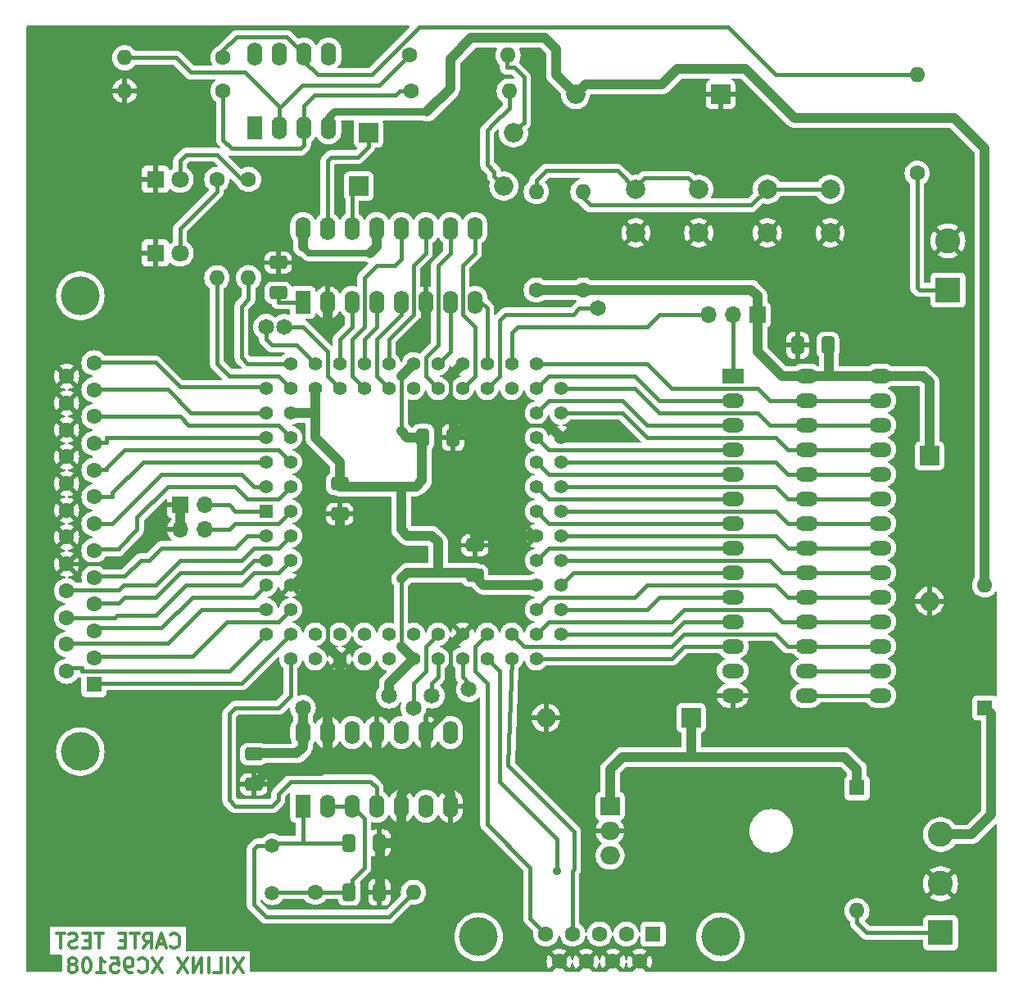
<source format=gbr>
%TF.GenerationSoftware,KiCad,Pcbnew,8.0.5*%
%TF.CreationDate,2024-10-06T22:29:13+02:00*%
%TF.ProjectId,carte_test,63617274-655f-4746-9573-742e6b696361,0*%
%TF.SameCoordinates,Original*%
%TF.FileFunction,Copper,L2,Bot*%
%TF.FilePolarity,Positive*%
%FSLAX46Y46*%
G04 Gerber Fmt 4.6, Leading zero omitted, Abs format (unit mm)*
G04 Created by KiCad (PCBNEW 8.0.5) date 2024-10-06 22:29:13*
%MOMM*%
%LPD*%
G01*
G04 APERTURE LIST*
G04 Aperture macros list*
%AMRoundRect*
0 Rectangle with rounded corners*
0 $1 Rounding radius*
0 $2 $3 $4 $5 $6 $7 $8 $9 X,Y pos of 4 corners*
0 Add a 4 corners polygon primitive as box body*
4,1,4,$2,$3,$4,$5,$6,$7,$8,$9,$2,$3,0*
0 Add four circle primitives for the rounded corners*
1,1,$1+$1,$2,$3*
1,1,$1+$1,$4,$5*
1,1,$1+$1,$6,$7*
1,1,$1+$1,$8,$9*
0 Add four rect primitives between the rounded corners*
20,1,$1+$1,$2,$3,$4,$5,0*
20,1,$1+$1,$4,$5,$6,$7,0*
20,1,$1+$1,$6,$7,$8,$9,0*
20,1,$1+$1,$8,$9,$2,$3,0*%
G04 Aperture macros list end*
%ADD10C,0.304800*%
%TA.AperFunction,NonConductor*%
%ADD11C,0.304800*%
%TD*%
%TA.AperFunction,ComponentPad*%
%ADD12R,1.600000X1.600000*%
%TD*%
%TA.AperFunction,ComponentPad*%
%ADD13O,1.600000X1.600000*%
%TD*%
%TA.AperFunction,ComponentPad*%
%ADD14C,2.000000*%
%TD*%
%TA.AperFunction,ComponentPad*%
%ADD15R,1.397000X1.397000*%
%TD*%
%TA.AperFunction,ComponentPad*%
%ADD16C,1.397000*%
%TD*%
%TA.AperFunction,ComponentPad*%
%ADD17R,1.600000X2.400000*%
%TD*%
%TA.AperFunction,ComponentPad*%
%ADD18O,1.600000X2.400000*%
%TD*%
%TA.AperFunction,ComponentPad*%
%ADD19R,1.700000X1.700000*%
%TD*%
%TA.AperFunction,ComponentPad*%
%ADD20O,1.700000X1.700000*%
%TD*%
%TA.AperFunction,ComponentPad*%
%ADD21C,1.600000*%
%TD*%
%TA.AperFunction,ComponentPad*%
%ADD22C,1.500000*%
%TD*%
%TA.AperFunction,ComponentPad*%
%ADD23R,1.800000X1.800000*%
%TD*%
%TA.AperFunction,ComponentPad*%
%ADD24C,1.800000*%
%TD*%
%TA.AperFunction,ComponentPad*%
%ADD25C,4.000000*%
%TD*%
%TA.AperFunction,ComponentPad*%
%ADD26R,2.000000X1.905000*%
%TD*%
%TA.AperFunction,ComponentPad*%
%ADD27O,2.000000X1.905000*%
%TD*%
%TA.AperFunction,ComponentPad*%
%ADD28R,2.600000X2.600000*%
%TD*%
%TA.AperFunction,ComponentPad*%
%ADD29C,2.600000*%
%TD*%
%TA.AperFunction,ComponentPad*%
%ADD30R,2.000000X2.000000*%
%TD*%
%TA.AperFunction,ComponentPad*%
%ADD31O,2.000000X2.000000*%
%TD*%
%TA.AperFunction,ComponentPad*%
%ADD32R,2.300000X1.500000*%
%TD*%
%TA.AperFunction,ComponentPad*%
%ADD33O,2.300000X1.500000*%
%TD*%
%TA.AperFunction,SMDPad,CuDef*%
%ADD34RoundRect,0.250000X0.650000X-0.412500X0.650000X0.412500X-0.650000X0.412500X-0.650000X-0.412500X0*%
%TD*%
%TA.AperFunction,SMDPad,CuDef*%
%ADD35RoundRect,0.250000X-0.412500X-0.650000X0.412500X-0.650000X0.412500X0.650000X-0.412500X0.650000X0*%
%TD*%
%TA.AperFunction,SMDPad,CuDef*%
%ADD36RoundRect,0.250000X-0.650000X0.412500X-0.650000X-0.412500X0.650000X-0.412500X0.650000X0.412500X0*%
%TD*%
%TA.AperFunction,SMDPad,CuDef*%
%ADD37RoundRect,0.250000X0.412500X0.650000X-0.412500X0.650000X-0.412500X-0.650000X0.412500X-0.650000X0*%
%TD*%
%TA.AperFunction,ViaPad*%
%ADD38C,1.651000*%
%TD*%
%TA.AperFunction,ViaPad*%
%ADD39C,0.900000*%
%TD*%
%TA.AperFunction,Conductor*%
%ADD40C,1.016000*%
%TD*%
%TA.AperFunction,Conductor*%
%ADD41C,0.800000*%
%TD*%
%TA.AperFunction,Conductor*%
%ADD42C,0.431800*%
%TD*%
%TA.AperFunction,Conductor*%
%ADD43C,0.400000*%
%TD*%
%TA.AperFunction,Conductor*%
%ADD44C,0.635000*%
%TD*%
G04 APERTURE END LIST*
D10*
D11*
X117656429Y-133150181D02*
X116640429Y-134674181D01*
X116640429Y-133150181D02*
X117656429Y-134674181D01*
X116059857Y-134674181D02*
X116059857Y-133150181D01*
X114608429Y-134674181D02*
X115334143Y-134674181D01*
X115334143Y-134674181D02*
X115334143Y-133150181D01*
X114100429Y-134674181D02*
X114100429Y-133150181D01*
X113374715Y-134674181D02*
X113374715Y-133150181D01*
X113374715Y-133150181D02*
X112503858Y-134674181D01*
X112503858Y-134674181D02*
X112503858Y-133150181D01*
X111923287Y-133150181D02*
X110907287Y-134674181D01*
X110907287Y-133150181D02*
X111923287Y-134674181D01*
X109310715Y-133150181D02*
X108294715Y-134674181D01*
X108294715Y-133150181D02*
X109310715Y-134674181D01*
X106843286Y-134529038D02*
X106915858Y-134601610D01*
X106915858Y-134601610D02*
X107133572Y-134674181D01*
X107133572Y-134674181D02*
X107278715Y-134674181D01*
X107278715Y-134674181D02*
X107496429Y-134601610D01*
X107496429Y-134601610D02*
X107641572Y-134456467D01*
X107641572Y-134456467D02*
X107714143Y-134311324D01*
X107714143Y-134311324D02*
X107786715Y-134021038D01*
X107786715Y-134021038D02*
X107786715Y-133803324D01*
X107786715Y-133803324D02*
X107714143Y-133513038D01*
X107714143Y-133513038D02*
X107641572Y-133367895D01*
X107641572Y-133367895D02*
X107496429Y-133222752D01*
X107496429Y-133222752D02*
X107278715Y-133150181D01*
X107278715Y-133150181D02*
X107133572Y-133150181D01*
X107133572Y-133150181D02*
X106915858Y-133222752D01*
X106915858Y-133222752D02*
X106843286Y-133295324D01*
X106117572Y-134674181D02*
X105827286Y-134674181D01*
X105827286Y-134674181D02*
X105682143Y-134601610D01*
X105682143Y-134601610D02*
X105609572Y-134529038D01*
X105609572Y-134529038D02*
X105464429Y-134311324D01*
X105464429Y-134311324D02*
X105391858Y-134021038D01*
X105391858Y-134021038D02*
X105391858Y-133440467D01*
X105391858Y-133440467D02*
X105464429Y-133295324D01*
X105464429Y-133295324D02*
X105537001Y-133222752D01*
X105537001Y-133222752D02*
X105682143Y-133150181D01*
X105682143Y-133150181D02*
X105972429Y-133150181D01*
X105972429Y-133150181D02*
X106117572Y-133222752D01*
X106117572Y-133222752D02*
X106190143Y-133295324D01*
X106190143Y-133295324D02*
X106262715Y-133440467D01*
X106262715Y-133440467D02*
X106262715Y-133803324D01*
X106262715Y-133803324D02*
X106190143Y-133948467D01*
X106190143Y-133948467D02*
X106117572Y-134021038D01*
X106117572Y-134021038D02*
X105972429Y-134093610D01*
X105972429Y-134093610D02*
X105682143Y-134093610D01*
X105682143Y-134093610D02*
X105537001Y-134021038D01*
X105537001Y-134021038D02*
X105464429Y-133948467D01*
X105464429Y-133948467D02*
X105391858Y-133803324D01*
X104013000Y-133150181D02*
X104738714Y-133150181D01*
X104738714Y-133150181D02*
X104811286Y-133875895D01*
X104811286Y-133875895D02*
X104738714Y-133803324D01*
X104738714Y-133803324D02*
X104593572Y-133730752D01*
X104593572Y-133730752D02*
X104230714Y-133730752D01*
X104230714Y-133730752D02*
X104085572Y-133803324D01*
X104085572Y-133803324D02*
X104013000Y-133875895D01*
X104013000Y-133875895D02*
X103940429Y-134021038D01*
X103940429Y-134021038D02*
X103940429Y-134383895D01*
X103940429Y-134383895D02*
X104013000Y-134529038D01*
X104013000Y-134529038D02*
X104085572Y-134601610D01*
X104085572Y-134601610D02*
X104230714Y-134674181D01*
X104230714Y-134674181D02*
X104593572Y-134674181D01*
X104593572Y-134674181D02*
X104738714Y-134601610D01*
X104738714Y-134601610D02*
X104811286Y-134529038D01*
X102489000Y-134674181D02*
X103359857Y-134674181D01*
X102924428Y-134674181D02*
X102924428Y-133150181D01*
X102924428Y-133150181D02*
X103069571Y-133367895D01*
X103069571Y-133367895D02*
X103214714Y-133513038D01*
X103214714Y-133513038D02*
X103359857Y-133585610D01*
X101545571Y-133150181D02*
X101400428Y-133150181D01*
X101400428Y-133150181D02*
X101255285Y-133222752D01*
X101255285Y-133222752D02*
X101182714Y-133295324D01*
X101182714Y-133295324D02*
X101110142Y-133440467D01*
X101110142Y-133440467D02*
X101037571Y-133730752D01*
X101037571Y-133730752D02*
X101037571Y-134093610D01*
X101037571Y-134093610D02*
X101110142Y-134383895D01*
X101110142Y-134383895D02*
X101182714Y-134529038D01*
X101182714Y-134529038D02*
X101255285Y-134601610D01*
X101255285Y-134601610D02*
X101400428Y-134674181D01*
X101400428Y-134674181D02*
X101545571Y-134674181D01*
X101545571Y-134674181D02*
X101690714Y-134601610D01*
X101690714Y-134601610D02*
X101763285Y-134529038D01*
X101763285Y-134529038D02*
X101835856Y-134383895D01*
X101835856Y-134383895D02*
X101908428Y-134093610D01*
X101908428Y-134093610D02*
X101908428Y-133730752D01*
X101908428Y-133730752D02*
X101835856Y-133440467D01*
X101835856Y-133440467D02*
X101763285Y-133295324D01*
X101763285Y-133295324D02*
X101690714Y-133222752D01*
X101690714Y-133222752D02*
X101545571Y-133150181D01*
X100166713Y-133803324D02*
X100311856Y-133730752D01*
X100311856Y-133730752D02*
X100384427Y-133658181D01*
X100384427Y-133658181D02*
X100456999Y-133513038D01*
X100456999Y-133513038D02*
X100456999Y-133440467D01*
X100456999Y-133440467D02*
X100384427Y-133295324D01*
X100384427Y-133295324D02*
X100311856Y-133222752D01*
X100311856Y-133222752D02*
X100166713Y-133150181D01*
X100166713Y-133150181D02*
X99876427Y-133150181D01*
X99876427Y-133150181D02*
X99731285Y-133222752D01*
X99731285Y-133222752D02*
X99658713Y-133295324D01*
X99658713Y-133295324D02*
X99586142Y-133440467D01*
X99586142Y-133440467D02*
X99586142Y-133513038D01*
X99586142Y-133513038D02*
X99658713Y-133658181D01*
X99658713Y-133658181D02*
X99731285Y-133730752D01*
X99731285Y-133730752D02*
X99876427Y-133803324D01*
X99876427Y-133803324D02*
X100166713Y-133803324D01*
X100166713Y-133803324D02*
X100311856Y-133875895D01*
X100311856Y-133875895D02*
X100384427Y-133948467D01*
X100384427Y-133948467D02*
X100456999Y-134093610D01*
X100456999Y-134093610D02*
X100456999Y-134383895D01*
X100456999Y-134383895D02*
X100384427Y-134529038D01*
X100384427Y-134529038D02*
X100311856Y-134601610D01*
X100311856Y-134601610D02*
X100166713Y-134674181D01*
X100166713Y-134674181D02*
X99876427Y-134674181D01*
X99876427Y-134674181D02*
X99731285Y-134601610D01*
X99731285Y-134601610D02*
X99658713Y-134529038D01*
X99658713Y-134529038D02*
X99586142Y-134383895D01*
X99586142Y-134383895D02*
X99586142Y-134093610D01*
X99586142Y-134093610D02*
X99658713Y-133948467D01*
X99658713Y-133948467D02*
X99731285Y-133875895D01*
X99731285Y-133875895D02*
X99876427Y-133803324D01*
D10*
D11*
X110145285Y-131989038D02*
X110217857Y-132061610D01*
X110217857Y-132061610D02*
X110435571Y-132134181D01*
X110435571Y-132134181D02*
X110580714Y-132134181D01*
X110580714Y-132134181D02*
X110798428Y-132061610D01*
X110798428Y-132061610D02*
X110943571Y-131916467D01*
X110943571Y-131916467D02*
X111016142Y-131771324D01*
X111016142Y-131771324D02*
X111088714Y-131481038D01*
X111088714Y-131481038D02*
X111088714Y-131263324D01*
X111088714Y-131263324D02*
X111016142Y-130973038D01*
X111016142Y-130973038D02*
X110943571Y-130827895D01*
X110943571Y-130827895D02*
X110798428Y-130682752D01*
X110798428Y-130682752D02*
X110580714Y-130610181D01*
X110580714Y-130610181D02*
X110435571Y-130610181D01*
X110435571Y-130610181D02*
X110217857Y-130682752D01*
X110217857Y-130682752D02*
X110145285Y-130755324D01*
X109564714Y-131698752D02*
X108839000Y-131698752D01*
X109709857Y-132134181D02*
X109201857Y-130610181D01*
X109201857Y-130610181D02*
X108693857Y-132134181D01*
X107314999Y-132134181D02*
X107822999Y-131408467D01*
X108185856Y-132134181D02*
X108185856Y-130610181D01*
X108185856Y-130610181D02*
X107605285Y-130610181D01*
X107605285Y-130610181D02*
X107460142Y-130682752D01*
X107460142Y-130682752D02*
X107387571Y-130755324D01*
X107387571Y-130755324D02*
X107314999Y-130900467D01*
X107314999Y-130900467D02*
X107314999Y-131118181D01*
X107314999Y-131118181D02*
X107387571Y-131263324D01*
X107387571Y-131263324D02*
X107460142Y-131335895D01*
X107460142Y-131335895D02*
X107605285Y-131408467D01*
X107605285Y-131408467D02*
X108185856Y-131408467D01*
X106879571Y-130610181D02*
X106008714Y-130610181D01*
X106444142Y-132134181D02*
X106444142Y-130610181D01*
X105500713Y-131335895D02*
X104992713Y-131335895D01*
X104774999Y-132134181D02*
X105500713Y-132134181D01*
X105500713Y-132134181D02*
X105500713Y-130610181D01*
X105500713Y-130610181D02*
X104774999Y-130610181D01*
X103178428Y-130610181D02*
X102307571Y-130610181D01*
X102742999Y-132134181D02*
X102742999Y-130610181D01*
X101799570Y-131335895D02*
X101291570Y-131335895D01*
X101073856Y-132134181D02*
X101799570Y-132134181D01*
X101799570Y-132134181D02*
X101799570Y-130610181D01*
X101799570Y-130610181D02*
X101073856Y-130610181D01*
X100493285Y-132061610D02*
X100275571Y-132134181D01*
X100275571Y-132134181D02*
X99912713Y-132134181D01*
X99912713Y-132134181D02*
X99767571Y-132061610D01*
X99767571Y-132061610D02*
X99694999Y-131989038D01*
X99694999Y-131989038D02*
X99622428Y-131843895D01*
X99622428Y-131843895D02*
X99622428Y-131698752D01*
X99622428Y-131698752D02*
X99694999Y-131553610D01*
X99694999Y-131553610D02*
X99767571Y-131481038D01*
X99767571Y-131481038D02*
X99912713Y-131408467D01*
X99912713Y-131408467D02*
X100202999Y-131335895D01*
X100202999Y-131335895D02*
X100348142Y-131263324D01*
X100348142Y-131263324D02*
X100420713Y-131190752D01*
X100420713Y-131190752D02*
X100493285Y-131045610D01*
X100493285Y-131045610D02*
X100493285Y-130900467D01*
X100493285Y-130900467D02*
X100420713Y-130755324D01*
X100420713Y-130755324D02*
X100348142Y-130682752D01*
X100348142Y-130682752D02*
X100202999Y-130610181D01*
X100202999Y-130610181D02*
X99840142Y-130610181D01*
X99840142Y-130610181D02*
X99622428Y-130682752D01*
X99186999Y-130610181D02*
X98316142Y-130610181D01*
X98751570Y-132134181D02*
X98751570Y-130610181D01*
D12*
%TO.P,D1,1,K*%
%TO.N,+12V*%
X181102000Y-115570000D03*
D13*
%TO.P,D1,2,A*%
%TO.N,/+12BATT*%
X181102000Y-128270000D03*
%TD*%
D12*
%TO.P,D4,1,K*%
%TO.N,/-12BATT*%
X194310000Y-107315000D03*
D13*
%TO.P,D4,2,A*%
%TO.N,-12V*%
X194310000Y-94615000D03*
%TD*%
D14*
%TO.P,SW1,1,1*%
%TO.N,/SW0*%
X158242000Y-53721000D03*
X164742000Y-53721000D03*
%TO.P,SW1,2,2*%
%TO.N,GND*%
X158242000Y-58221000D03*
X164742000Y-58221000D03*
%TD*%
D15*
%TO.P,U2,1,P1*%
%TO.N,/PIN_TEST0*%
X120015000Y-86995000D03*
D16*
%TO.P,U2,2,P2*%
%TO.N,/PIN_TEST1*%
X122555000Y-86995000D03*
%TO.P,U2,3,P3*%
%TO.N,/PARBUS3*%
X120015000Y-89535000D03*
%TO.P,U2,4,P4*%
%TO.N,/PAR_AUX8{slash}SELECT*%
X122555000Y-89535000D03*
%TO.P,U2,5,P5*%
%TO.N,/PARBUS2*%
X120015000Y-92075000D03*
%TO.P,U2,6,P6*%
%TO.N,/PAR_AUX7{slash}INIT*%
X122555000Y-92075000D03*
%TO.P,U2,7,P7*%
%TO.N,/PARBUS1*%
X120015000Y-94615000D03*
%TO.P,U2,8,GND*%
%TO.N,GND*%
X122555000Y-94615000D03*
%TO.P,U2,9,I/O/GCK1*%
%TO.N,/PAR_AUX1{slash}ERROR\u002A*%
X120015000Y-97155000D03*
%TO.P,U2,10,I/O/GCK2*%
%TO.N,/PARBUS0*%
X122555000Y-97155000D03*
%TO.P,U2,11,P11*%
%TO.N,/PAR_AUX2{slash}AUTOLF\u002A*%
X120015000Y-99695000D03*
%TO.P,U2,12,I/O/GCK3*%
%TO.N,/XIN{slash}CLK*%
X122555000Y-102235000D03*
%TO.P,U2,13,P13*%
%TO.N,/PAR_AUX0{slash}STROBE\u002A*%
X122555000Y-99695000D03*
%TO.P,U2,14,P14*%
%TO.N,unconnected-(U2-P14-Pad14)*%
X125095000Y-102235000D03*
%TO.P,U2,15,P15*%
%TO.N,unconnected-(U2-P15-Pad15)*%
X125095000Y-99695000D03*
%TO.P,U2,16,GND*%
%TO.N,GND*%
X127635000Y-102235000D03*
%TO.P,U2,17,P17*%
%TO.N,unconnected-(U2-P17-Pad17)*%
X127635000Y-99695000D03*
%TO.P,U2,18,P18*%
%TO.N,unconnected-(U2-P18-Pad18)*%
X130175000Y-102235000D03*
%TO.P,U2,19,P19*%
%TO.N,unconnected-(U2-P19-Pad19)*%
X130175000Y-99695000D03*
%TO.P,U2,20,P20*%
%TO.N,unconnected-(U2-P20-Pad20)*%
X132715000Y-102235000D03*
%TO.P,U2,21,P21*%
%TO.N,unconnected-(U2-P21-Pad21)*%
X132715000Y-99695000D03*
%TO.P,U2,22,VCCIO*%
%TO.N,VCC*%
X135255000Y-102235000D03*
%TO.P,U2,23,P23*%
%TO.N,unconnected-(U2-P23-Pad23)*%
X135255000Y-99695000D03*
%TO.P,U2,24,P24*%
%TO.N,/MA4*%
X137795000Y-102235000D03*
%TO.P,U2,25,P25*%
%TO.N,/MA3*%
X137795000Y-99695000D03*
%TO.P,U2,26,P26*%
%TO.N,/MA2*%
X140335000Y-102235000D03*
%TO.P,U2,27,GND*%
%TO.N,GND*%
X140335000Y-99695000D03*
%TO.P,U2,28,TDI*%
%TO.N,/TDI*%
X142875000Y-102235000D03*
%TO.P,U2,29,TMS*%
%TO.N,/TMS*%
X142875000Y-99695000D03*
%TO.P,U2,30,TCK*%
%TO.N,/TCK*%
X145415000Y-102235000D03*
%TO.P,U2,31,P31*%
%TO.N,/MA5*%
X145415000Y-99695000D03*
%TO.P,U2,32,P32*%
%TO.N,/MA1*%
X147955000Y-102235000D03*
%TO.P,U2,33,P33*%
%TO.N,/MA0*%
X150495000Y-99695000D03*
%TO.P,U2,34,P34*%
%TO.N,/MA6*%
X147955000Y-99695000D03*
%TO.P,U2,35,P35*%
%TO.N,/MD0*%
X150495000Y-97155000D03*
%TO.P,U2,36,P36*%
%TO.N,/MA7*%
X147955000Y-97155000D03*
%TO.P,U2,37,P37*%
%TO.N,/MD1*%
X150495000Y-94615000D03*
%TO.P,U2,38,VCC*%
%TO.N,VCC*%
X147955000Y-94615000D03*
%TO.P,U2,39,P39*%
%TO.N,/CSMEM*%
X150495000Y-92075000D03*
%TO.P,U2,40,P40*%
%TO.N,/MD2*%
X147955000Y-92075000D03*
%TO.P,U2,41,P41*%
%TO.N,/MD10*%
X150495000Y-89535000D03*
%TO.P,U2,42,GND*%
%TO.N,GND*%
X147955000Y-89535000D03*
%TO.P,U2,43,P43*%
%TO.N,/OEMEM*%
X150495000Y-86995000D03*
%TO.P,U2,44,P44*%
%TO.N,/MD3*%
X147955000Y-86995000D03*
%TO.P,U2,45,P45*%
%TO.N,/MD11*%
X150495000Y-84455000D03*
%TO.P,U2,46,P46*%
%TO.N,/MD4*%
X147955000Y-84455000D03*
%TO.P,U2,47,P47*%
%TO.N,/MD9*%
X150495000Y-81915000D03*
%TO.P,U2,48,P48*%
%TO.N,/MD5*%
X147955000Y-81915000D03*
%TO.P,U2,49,GND*%
%TO.N,GND*%
X150495000Y-79375000D03*
%TO.P,U2,50,P50*%
%TO.N,/MD6*%
X147955000Y-79375000D03*
%TO.P,U2,51,P51*%
%TO.N,/MD8*%
X150495000Y-76835000D03*
%TO.P,U2,52,P52*%
%TO.N,/MD7*%
X147955000Y-76835000D03*
%TO.P,U2,53,P53*%
%TO.N,/MD13*%
X150495000Y-74295000D03*
%TO.P,U2,54,P54*%
%TO.N,/R{slash}W-A14*%
X147955000Y-71755000D03*
%TO.P,U2,55,P55*%
%TO.N,/MD12*%
X147955000Y-74295000D03*
%TO.P,U2,56,P56*%
%TO.N,/MD14*%
X145415000Y-71755000D03*
%TO.P,U2,57,P57*%
%TO.N,unconnected-(U2-P57-Pad57)*%
X145415000Y-74295000D03*
%TO.P,U2,58,P58*%
%TO.N,/DAT6*%
X142875000Y-71755000D03*
%TO.P,U2,59,TDO*%
%TO.N,/TDO*%
X142875000Y-74295000D03*
%TO.P,U2,60,GND*%
%TO.N,GND*%
X140335000Y-71755000D03*
%TO.P,U2,61,P61*%
%TO.N,/DAT5*%
X140335000Y-74295000D03*
%TO.P,U2,62,P62*%
%TO.N,/DAT7*%
X137795000Y-71755000D03*
%TO.P,U2,63,P63*%
%TO.N,/DAT4*%
X137795000Y-74295000D03*
%TO.P,U2,64,VCCIO*%
%TO.N,VCC*%
X135255000Y-71755000D03*
%TO.P,U2,65,P65*%
%TO.N,unconnected-(U2-P65-Pad65)*%
X135255000Y-74295000D03*
%TO.P,U2,66,P66*%
%TO.N,/DAT1*%
X132715000Y-71755000D03*
%TO.P,U2,67,P67*%
%TO.N,/DCLK*%
X132715000Y-74295000D03*
%TO.P,U2,68,P68*%
%TO.N,/DAT3*%
X130175000Y-71755000D03*
%TO.P,U2,69,P69*%
%TO.N,/DAT0*%
X130175000Y-74295000D03*
%TO.P,U2,70,P70*%
%TO.N,/DAT2*%
X127635000Y-71755000D03*
%TO.P,U2,71,P71*%
%TO.N,/SW1*%
X127635000Y-74295000D03*
%TO.P,U2,72,P72*%
%TO.N,/SW0*%
X125095000Y-71755000D03*
%TO.P,U2,73,VCC*%
%TO.N,VCC*%
X125095000Y-74295000D03*
%TO.P,U2,74,I/O/GSR*%
%TO.N,/LED2*%
X122555000Y-71755000D03*
%TO.P,U2,75,P75*%
%TO.N,/PAR_AUX3{slash}SELECT\u002A*%
X120015000Y-74295000D03*
%TO.P,U2,76,I/O/GTS1*%
%TO.N,/LED1*%
X122555000Y-74295000D03*
%TO.P,U2,77,I/O/GTS2*%
%TO.N,/PAR_AUX4{slash}PE*%
X120015000Y-76835000D03*
%TO.P,U2,78,VCC*%
%TO.N,VCC*%
X122555000Y-76835000D03*
%TO.P,U2,79,P79*%
%TO.N,/PAR_AUX6{slash}ACK*%
X120015000Y-79375000D03*
%TO.P,U2,80,P80*%
%TO.N,/PAR_AUX5{slash}BUSY\u002A*%
X122555000Y-79375000D03*
%TO.P,U2,81,P81*%
%TO.N,/PARBUS6*%
X120015000Y-81915000D03*
%TO.P,U2,82,P82*%
%TO.N,/PARBUS7*%
X122555000Y-81915000D03*
%TO.P,U2,83,P83*%
%TO.N,/PARBUS5*%
X120015000Y-84455000D03*
%TO.P,U2,84,P84*%
%TO.N,/PARBUS4*%
X122555000Y-84455000D03*
%TD*%
D17*
%TO.P,U4,1*%
%TO.N,Net-(C5-Pad1)*%
X123825000Y-117475000D03*
D18*
%TO.P,U4,2*%
%TO.N,Net-(C4-Pad1)*%
X126365000Y-117475000D03*
%TO.P,U4,3*%
X128905000Y-117475000D03*
%TO.P,U4,4*%
%TO.N,/XIN{slash}CLK*%
X131445000Y-117475000D03*
%TO.P,U4,5*%
%TO.N,GND*%
X133985000Y-117475000D03*
%TO.P,U4,6*%
%TO.N,unconnected-(U4-Pad6)*%
X136525000Y-117475000D03*
%TO.P,U4,7,GND*%
%TO.N,GND*%
X139065000Y-117475000D03*
%TO.P,U4,8*%
%TO.N,unconnected-(U4-Pad8)*%
X139065000Y-109855000D03*
%TO.P,U4,9*%
%TO.N,GND*%
X136525000Y-109855000D03*
%TO.P,U4,10*%
%TO.N,unconnected-(U4-Pad10)*%
X133985000Y-109855000D03*
%TO.P,U4,11*%
%TO.N,GND*%
X131445000Y-109855000D03*
%TO.P,U4,12*%
%TO.N,unconnected-(U4-Pad12)*%
X128905000Y-109855000D03*
%TO.P,U4,13*%
%TO.N,GND*%
X126365000Y-109855000D03*
%TO.P,U4,14,VCC*%
%TO.N,VCC*%
X123825000Y-109855000D03*
%TD*%
D19*
%TO.P,P4,1,1*%
%TO.N,GND*%
X111125000Y-86360000D03*
D20*
%TO.P,P4,2,2*%
%TO.N,/PIN_TEST0*%
X113665000Y-86360000D03*
%TO.P,P4,3,3*%
%TO.N,GND*%
X111125000Y-88900000D03*
%TO.P,P4,4,4*%
%TO.N,/PIN_TEST1*%
X113665000Y-88900000D03*
%TD*%
D19*
%TO.P,K1,1,P1*%
%TO.N,VCC*%
X170800000Y-66675000D03*
D20*
%TO.P,K1,2,PM*%
%TO.N,Net-(K1-PM)*%
X168260000Y-66675000D03*
%TO.P,K1,3,P3*%
%TO.N,/MD14*%
X165720000Y-66675000D03*
%TD*%
D21*
%TO.P,R2,1*%
%TO.N,Net-(D2-A)*%
X114935000Y-52705000D03*
D13*
%TO.P,R2,2*%
%TO.N,/LED1*%
X114935000Y-62865000D03*
%TD*%
D21*
%TO.P,R8,1*%
%TO.N,Net-(U6--)*%
X134874000Y-39878000D03*
D13*
%TO.P,R8,2*%
%TO.N,Net-(C14-Pad2)*%
X145034000Y-39878000D03*
%TD*%
D21*
%TO.P,R10,1*%
%TO.N,Net-(P3-P1)*%
X187325000Y-52070000D03*
D13*
%TO.P,R10,2*%
%TO.N,Net-(U6-OUT)*%
X187325000Y-41910000D03*
%TD*%
D21*
%TO.P,R9,1*%
%TO.N,Net-(U6-+)*%
X135001000Y-43561000D03*
D13*
%TO.P,R9,2*%
%TO.N,Net-(C2-Pad2)*%
X145161000Y-43561000D03*
%TD*%
D21*
%TO.P,R1,1*%
%TO.N,Net-(C4-Pad1)*%
X125095000Y-126365000D03*
D13*
%TO.P,R1,2*%
%TO.N,Net-(C5-Pad1)*%
X135255000Y-126365000D03*
%TD*%
D21*
%TO.P,R5,1*%
%TO.N,VCC*%
X147955000Y-64135000D03*
D13*
%TO.P,R5,2*%
%TO.N,/SW0*%
X147955000Y-53975000D03*
%TD*%
D21*
%TO.P,R6,1*%
%TO.N,Net-(U6-+)*%
X115570000Y-43561000D03*
D13*
%TO.P,R6,2*%
%TO.N,GND*%
X105410000Y-43561000D03*
%TD*%
D21*
%TO.P,R3,1*%
%TO.N,Net-(D3-A)*%
X118200000Y-52700000D03*
D13*
%TO.P,R3,2*%
%TO.N,/LED2*%
X118200000Y-62860000D03*
%TD*%
D17*
%TO.P,U1,1,VREF*%
%TO.N,Net-(U1-VREF)*%
X123825000Y-65405000D03*
D18*
%TO.P,U1,2,AGND*%
%TO.N,GND*%
X126365000Y-65405000D03*
%TO.P,U1,3,DB2*%
%TO.N,/DAT2*%
X128905000Y-65405000D03*
%TO.P,U1,4,DB3*%
%TO.N,/DAT3*%
X131445000Y-65405000D03*
%TO.P,U1,5,Clock*%
%TO.N,/DCLK*%
X133985000Y-65405000D03*
%TO.P,U1,6,DGND*%
%TO.N,GND*%
X136525000Y-65405000D03*
%TO.P,U1,7,DB7*%
%TO.N,/DAT7*%
X139065000Y-65405000D03*
%TO.P,U1,8,DB6*%
%TO.N,/DAT6*%
X141605000Y-65405000D03*
%TO.P,U1,9,DB5*%
%TO.N,/DAT5*%
X141605000Y-57785000D03*
%TO.P,U1,10,DB4*%
%TO.N,/DAT4*%
X139065000Y-57785000D03*
%TO.P,U1,11,DB1*%
%TO.N,/DAT1*%
X136525000Y-57785000D03*
%TO.P,U1,12,DB0*%
%TO.N,/DAT0*%
X133985000Y-57785000D03*
%TO.P,U1,13,VCCD*%
%TO.N,VCC*%
X131445000Y-57785000D03*
%TO.P,U1,14,VOUT*%
%TO.N,Net-(C2-Pad1)*%
X128905000Y-57785000D03*
%TO.P,U1,15,VOUT*%
%TO.N,Net-(C14-Pad1)*%
X126365000Y-57785000D03*
%TO.P,U1,16,VCCA*%
%TO.N,VCC*%
X123825000Y-57785000D03*
%TD*%
D22*
%TO.P,X1,1,1*%
%TO.N,Net-(C5-Pad1)*%
X120650000Y-121539000D03*
%TO.P,X1,2,2*%
%TO.N,Net-(C4-Pad1)*%
X120650000Y-126439000D03*
%TD*%
D21*
%TO.P,R4,1*%
%TO.N,VCC*%
X152781000Y-64135000D03*
D13*
%TO.P,R4,2*%
%TO.N,/SW1*%
X152781000Y-53975000D03*
%TD*%
D21*
%TO.P,R7,1*%
%TO.N,Net-(U6-OUT)*%
X115570000Y-40132000D03*
D13*
%TO.P,R7,2*%
%TO.N,Net-(U6--)*%
X105410000Y-40132000D03*
%TD*%
D23*
%TO.P,D3,1,K*%
%TO.N,GND*%
X108585000Y-52705000D03*
D24*
%TO.P,D3,2,A*%
%TO.N,Net-(D3-A)*%
X111125000Y-52705000D03*
%TD*%
D23*
%TO.P,D2,1,K*%
%TO.N,GND*%
X108585000Y-60325000D03*
D24*
%TO.P,D2,2,A*%
%TO.N,Net-(D2-A)*%
X111125000Y-60325000D03*
%TD*%
D17*
%TO.P,U6,1,FIN2*%
%TO.N,unconnected-(U6-FIN2-Pad1)*%
X118872000Y-47371000D03*
D18*
%TO.P,U6,2,-*%
%TO.N,Net-(U6--)*%
X121412000Y-47371000D03*
%TO.P,U6,3,+*%
%TO.N,Net-(U6-+)*%
X123952000Y-47371000D03*
%TO.P,U6,4,V-*%
%TO.N,-12V*%
X126492000Y-47371000D03*
%TO.P,U6,5,FOUT*%
%TO.N,unconnected-(U6-FOUT-Pad5)*%
X126492000Y-39751000D03*
%TO.P,U6,6,OUT*%
%TO.N,Net-(U6-OUT)*%
X123952000Y-39751000D03*
%TO.P,U6,7,V+*%
%TO.N,+12V*%
X121412000Y-39751000D03*
%TO.P,U6,8,FIN1*%
%TO.N,unconnected-(U6-FIN1-Pad8)*%
X118872000Y-39751000D03*
%TD*%
D25*
%TO.P,J1,0*%
%TO.N,N/C*%
X100815000Y-64732000D03*
X100815000Y-111832000D03*
D12*
%TO.P,J1,1,1*%
%TO.N,/PAR_AUX0{slash}STROBE\u002A*%
X102235000Y-104902000D03*
D21*
%TO.P,J1,2,2*%
%TO.N,/PARBUS0*%
X102235000Y-102132000D03*
%TO.P,J1,3,3*%
%TO.N,/PARBUS1*%
X102235000Y-99362000D03*
%TO.P,J1,4,4*%
%TO.N,/PARBUS2*%
X102235000Y-96592000D03*
%TO.P,J1,5,5*%
%TO.N,/PARBUS3*%
X102235000Y-93822000D03*
%TO.P,J1,6,6*%
%TO.N,/PARBUS4*%
X102235000Y-91052000D03*
%TO.P,J1,7,7*%
%TO.N,/PARBUS5*%
X102235000Y-88282000D03*
%TO.P,J1,8,8*%
%TO.N,/PARBUS6*%
X102235000Y-85512000D03*
%TO.P,J1,9,9*%
%TO.N,/PARBUS7*%
X102235000Y-82742000D03*
%TO.P,J1,10,10*%
%TO.N,/PAR_AUX6{slash}ACK*%
X102235000Y-79972000D03*
%TO.P,J1,11,11*%
%TO.N,/PAR_AUX5{slash}BUSY\u002A*%
X102235000Y-77202000D03*
%TO.P,J1,12,12*%
%TO.N,/PAR_AUX4{slash}PE*%
X102235000Y-74432000D03*
%TO.P,J1,13,13*%
%TO.N,/PAR_AUX3{slash}SELECT\u002A*%
X102235000Y-71662000D03*
%TO.P,J1,14,P14*%
%TO.N,/PAR_AUX2{slash}AUTOLF\u002A*%
X99395000Y-103517000D03*
%TO.P,J1,15,P15*%
%TO.N,/PAR_AUX1{slash}ERROR\u002A*%
X99395000Y-100747000D03*
%TO.P,J1,16,P16*%
%TO.N,/PAR_AUX7{slash}INIT*%
X99395000Y-97977000D03*
%TO.P,J1,17,P17*%
%TO.N,/PAR_AUX8{slash}SELECT*%
X99395000Y-95207000D03*
%TO.P,J1,18,P18*%
%TO.N,GND*%
X99395000Y-92437000D03*
%TO.P,J1,19,P19*%
X99395000Y-89667000D03*
%TO.P,J1,20,P20*%
X99395000Y-86897000D03*
%TO.P,J1,21,P21*%
X99395000Y-84127000D03*
%TO.P,J1,22,P22*%
X99395000Y-81357000D03*
%TO.P,J1,23,P23*%
X99395000Y-78587000D03*
%TO.P,J1,24,P24*%
X99395000Y-75817000D03*
%TO.P,J1,25,P25*%
X99395000Y-73047000D03*
%TD*%
D26*
%TO.P,U3,1,VI*%
%TO.N,+12V*%
X155575000Y-117475000D03*
D27*
%TO.P,U3,2,GND*%
%TO.N,GND*%
X155575000Y-120015000D03*
%TO.P,U3,3,VO*%
%TO.N,VCC*%
X155575000Y-122555000D03*
%TD*%
D25*
%TO.P,J2,0*%
%TO.N,N/C*%
X141980000Y-130983000D03*
X166980000Y-130983000D03*
D12*
%TO.P,J2,1,1*%
%TO.N,VCC*%
X160020000Y-130683000D03*
D21*
%TO.P,J2,2,2*%
%TO.N,/TDO*%
X157250000Y-130683000D03*
%TO.P,J2,3,3*%
%TO.N,/TDI*%
X154480000Y-130683000D03*
%TO.P,J2,4,4*%
%TO.N,/TCK*%
X151710000Y-130683000D03*
%TO.P,J2,5,5*%
%TO.N,/TMS*%
X148940000Y-130683000D03*
%TO.P,J2,6,P6*%
%TO.N,GND*%
X158635000Y-133523000D03*
%TO.P,J2,7,P7*%
X155865000Y-133523000D03*
%TO.P,J2,8,P8*%
X153095000Y-133523000D03*
%TO.P,J2,9,P9*%
X150325000Y-133523000D03*
%TD*%
D28*
%TO.P,P2,1,P1*%
%TO.N,/+12BATT*%
X189738000Y-130556000D03*
D29*
%TO.P,P2,2,PM*%
%TO.N,GND*%
X189738000Y-125476000D03*
%TO.P,P2,3,P3*%
%TO.N,/-12BATT*%
X189738000Y-120396000D03*
%TD*%
D28*
%TO.P,P3,1,P1*%
%TO.N,Net-(P3-P1)*%
X190500000Y-64135000D03*
D29*
%TO.P,P3,2,PM*%
%TO.N,GND*%
X190500000Y-59055000D03*
%TD*%
D30*
%TO.P,C13,1*%
%TO.N,GND*%
X167005000Y-43942000D03*
D31*
%TO.P,C13,2*%
%TO.N,-12V*%
X152005000Y-43942000D03*
%TD*%
D30*
%TO.P,C6,1*%
%TO.N,+12V*%
X163957000Y-108331000D03*
D31*
%TO.P,C6,2*%
%TO.N,GND*%
X148957000Y-108331000D03*
%TD*%
D30*
%TO.P,C3,1*%
%TO.N,VCC*%
X188595000Y-81280000D03*
D31*
%TO.P,C3,2*%
%TO.N,GND*%
X188595000Y-96280000D03*
%TD*%
D30*
%TO.P,C2,1*%
%TO.N,Net-(C2-Pad1)*%
X129600000Y-53400000D03*
D31*
%TO.P,C2,2*%
%TO.N,Net-(C2-Pad2)*%
X144600000Y-53400000D03*
%TD*%
D14*
%TO.P,SW2,1,1*%
%TO.N,/SW1*%
X171831000Y-53721000D03*
X178331000Y-53721000D03*
%TO.P,SW2,2,2*%
%TO.N,GND*%
X171831000Y-58221000D03*
X178331000Y-58221000D03*
%TD*%
D32*
%TO.P,U5,1,A14*%
%TO.N,Net-(K1-PM)*%
X168255000Y-73015000D03*
D33*
%TO.P,U5,2,A12*%
%TO.N,/MD12*%
X168255000Y-75555000D03*
%TO.P,U5,3,A7*%
%TO.N,/MD7*%
X168255000Y-78095000D03*
%TO.P,U5,4,A6*%
%TO.N,/MD6*%
X168255000Y-80635000D03*
%TO.P,U5,5,A5*%
%TO.N,/MD5*%
X168255000Y-83175000D03*
%TO.P,U5,6,A4*%
%TO.N,/MD4*%
X168255000Y-85715000D03*
%TO.P,U5,7,A3*%
%TO.N,/MD3*%
X168255000Y-88255000D03*
%TO.P,U5,8,A2*%
%TO.N,/MD2*%
X168255000Y-90795000D03*
%TO.P,U5,9,A1*%
%TO.N,/MD1*%
X168255000Y-93335000D03*
%TO.P,U5,10,A0*%
%TO.N,/MD0*%
X168255000Y-95875000D03*
%TO.P,U5,11,D0*%
%TO.N,/MA0*%
X168255000Y-98415000D03*
%TO.P,U5,12,D1*%
%TO.N,/MA1*%
X168255000Y-100955000D03*
%TO.P,U5,13,D2*%
%TO.N,/MA2*%
X168255000Y-103495000D03*
%TO.P,U5,14,GND*%
%TO.N,GND*%
X168255000Y-106035000D03*
%TO.P,U5,15,D3*%
%TO.N,/MA3*%
X175875000Y-106035000D03*
X183495000Y-106035000D03*
%TO.P,U5,16,D4*%
%TO.N,/MA4*%
X175875000Y-103495000D03*
X183495000Y-103495000D03*
%TO.P,U5,17,D5*%
%TO.N,/MA5*%
X175875000Y-100955000D03*
X183495000Y-100955000D03*
%TO.P,U5,18,D6*%
%TO.N,/MA6*%
X175875000Y-98415000D03*
X183495000Y-98415000D03*
%TO.P,U5,19,D7*%
%TO.N,/MA7*%
X175875000Y-95875000D03*
X183495000Y-95875000D03*
%TO.P,U5,20,CS*%
%TO.N,/CSMEM*%
X175875000Y-93335000D03*
X183495000Y-93335000D03*
%TO.P,U5,21,A10*%
%TO.N,/MD10*%
X175875000Y-90795000D03*
X183495000Y-90795000D03*
%TO.P,U5,22,OE*%
%TO.N,/OEMEM*%
X175875000Y-88255000D03*
X183495000Y-88255000D03*
%TO.P,U5,23,A11*%
%TO.N,/MD11*%
X175875000Y-85715000D03*
X183495000Y-85715000D03*
%TO.P,U5,24,A9*%
%TO.N,/MD9*%
X175875000Y-83175000D03*
X183495000Y-83175000D03*
%TO.P,U5,25,A8*%
%TO.N,/MD8*%
X175875000Y-80635000D03*
X183495000Y-80635000D03*
%TO.P,U5,26,A13*%
%TO.N,/MD13*%
X175875000Y-78095000D03*
X183495000Y-78095000D03*
%TO.P,U5,27,WE*%
%TO.N,/R{slash}W-A14*%
X175875000Y-75555000D03*
X183495000Y-75555000D03*
%TO.P,U5,28,VCC*%
%TO.N,VCC*%
X175875000Y-73015000D03*
X183495000Y-73015000D03*
%TD*%
D30*
%TO.P,C14,1*%
%TO.N,Net-(C14-Pad1)*%
X130600000Y-47900000D03*
D31*
%TO.P,C14,2*%
%TO.N,Net-(C14-Pad2)*%
X145600000Y-47900000D03*
%TD*%
D34*
%TO.P,C1,1*%
%TO.N,Net-(U1-VREF)*%
X121285000Y-64427500D03*
%TO.P,C1,2*%
%TO.N,GND*%
X121285000Y-61302500D03*
%TD*%
D35*
%TO.P,C4,1*%
%TO.N,Net-(C4-Pad1)*%
X128612500Y-126365000D03*
%TO.P,C4,2*%
%TO.N,GND*%
X131737500Y-126365000D03*
%TD*%
%TO.P,C5,1*%
%TO.N,Net-(C5-Pad1)*%
X128612500Y-121285000D03*
%TO.P,C5,2*%
%TO.N,GND*%
X131737500Y-121285000D03*
%TD*%
D36*
%TO.P,C12,1*%
%TO.N,VCC*%
X118745000Y-112102500D03*
%TO.P,C12,2*%
%TO.N,GND*%
X118745000Y-115227500D03*
%TD*%
%TO.P,C11,1*%
%TO.N,VCC*%
X127635000Y-84162500D03*
%TO.P,C11,2*%
%TO.N,GND*%
X127635000Y-87287500D03*
%TD*%
D34*
%TO.P,C10,1*%
%TO.N,VCC*%
X141605000Y-93637500D03*
%TO.P,C10,2*%
%TO.N,GND*%
X141605000Y-90512500D03*
%TD*%
D35*
%TO.P,C8,1*%
%TO.N,VCC*%
X136232500Y-79375000D03*
%TO.P,C8,2*%
%TO.N,GND*%
X139357500Y-79375000D03*
%TD*%
D37*
%TO.P,C7,1*%
%TO.N,VCC*%
X178092500Y-69850000D03*
%TO.P,C7,2*%
%TO.N,GND*%
X174967500Y-69850000D03*
%TD*%
D38*
%TO.N,/MA2*%
X140970000Y-105410000D03*
%TO.N,/MA3*%
X135255000Y-107315000D03*
%TO.N,/MA4*%
X137160000Y-106045000D03*
%TO.N,/SW0*%
X120015000Y-67945000D03*
%TO.N,/SW1*%
X121920000Y-67945000D03*
D39*
%TO.N,/TDI*%
X150114000Y-124206000D03*
D38*
%TO.N,/TDO*%
X154305000Y-66040000D03*
%TO.N,GND*%
X126365000Y-67945000D03*
X135890000Y-68580000D03*
X156210000Y-78740000D03*
%TO.N,VCC*%
X132715000Y-106045000D03*
X123825000Y-107315000D03*
%TD*%
D40*
%TO.N,+12V*%
X163830000Y-112395000D02*
X179832000Y-112395000D01*
X155575000Y-113665000D02*
X155575000Y-117475000D01*
X181102000Y-113665000D02*
X181102000Y-115570000D01*
X179832000Y-112395000D02*
X181102000Y-113665000D01*
X156845000Y-112395000D02*
X155575000Y-113665000D01*
X163830000Y-112395000D02*
X163957000Y-112268000D01*
X163957000Y-112268000D02*
X163957000Y-108331000D01*
X163830000Y-112395000D02*
X156845000Y-112395000D01*
%TO.N,-12V*%
X149973000Y-41910000D02*
X149973000Y-39229000D01*
X160909000Y-42926000D02*
X162560000Y-41275000D01*
X149973000Y-39229000D02*
X148844000Y-38100000D01*
D41*
X127080000Y-45720000D02*
X136652000Y-45720000D01*
X126492000Y-46308000D02*
X127080000Y-45720000D01*
D40*
X194310000Y-49530000D02*
X191135000Y-46355000D01*
X141224000Y-38100000D02*
X139065000Y-40259000D01*
X169545000Y-41275000D02*
X174625000Y-46355000D01*
X139065000Y-40259000D02*
X139065000Y-43307000D01*
X139065000Y-43307000D02*
X136652000Y-45720000D01*
X174625000Y-46355000D02*
X191135000Y-46355000D01*
X162560000Y-41275000D02*
X169545000Y-41275000D01*
D41*
X126492000Y-47371000D02*
X126492000Y-46308000D01*
D40*
X160909000Y-42926000D02*
X153021000Y-42926000D01*
X153021000Y-42926000D02*
X152005000Y-43942000D01*
X194310000Y-94615000D02*
X194310000Y-49530000D01*
X148844000Y-38100000D02*
X141224000Y-38100000D01*
X152005000Y-43942000D02*
X149973000Y-41910000D01*
D42*
%TO.N,/CSMEM*%
X183515000Y-93345000D02*
X175895000Y-93345000D01*
X175895000Y-93345000D02*
X173355000Y-93345000D01*
X173355000Y-93345000D02*
X172085000Y-92075000D01*
X150495000Y-92075000D02*
X172085000Y-92075000D01*
%TO.N,/DAT0*%
X130175000Y-67945000D02*
X130175000Y-62865000D01*
X133350000Y-61595000D02*
X133985000Y-60960000D01*
X133985000Y-60960000D02*
X133985000Y-57785000D01*
X128905000Y-69215000D02*
X130175000Y-67945000D01*
X131445000Y-61595000D02*
X133350000Y-61595000D01*
X130175000Y-62865000D02*
X131445000Y-61595000D01*
X130175000Y-74295000D02*
X128905000Y-73025000D01*
X128905000Y-73025000D02*
X128905000Y-69215000D01*
%TO.N,/DAT1*%
X135255000Y-61595000D02*
X136525000Y-60325000D01*
X132715000Y-69215000D02*
X135255000Y-66675000D01*
X136525000Y-57785000D02*
X136525000Y-60325000D01*
X135255000Y-61595000D02*
X135255000Y-66675000D01*
X132715000Y-69215000D02*
X132715000Y-71755000D01*
%TO.N,/DAT2*%
X128905000Y-67945000D02*
X127635000Y-69215000D01*
X128905000Y-65405000D02*
X128905000Y-67945000D01*
X127635000Y-69215000D02*
X127635000Y-71755000D01*
%TO.N,/DAT3*%
X130175000Y-69215000D02*
X131445000Y-67945000D01*
X130175000Y-71755000D02*
X130175000Y-69215000D01*
X131445000Y-67945000D02*
X131445000Y-65405000D01*
%TO.N,/DAT4*%
X139065000Y-60325000D02*
X137795000Y-61595000D01*
X136525000Y-71120000D02*
X137795000Y-69850000D01*
X139065000Y-57785000D02*
X139065000Y-60325000D01*
X137795000Y-69850000D02*
X137795000Y-61595000D01*
X136525000Y-73025000D02*
X137795000Y-74295000D01*
X136525000Y-71120000D02*
X136525000Y-73025000D01*
%TO.N,/DAT5*%
X140335000Y-74295000D02*
X141605000Y-73025000D01*
X141605000Y-57785000D02*
X141605000Y-60325000D01*
X141605000Y-67945000D02*
X140335000Y-66675000D01*
X141605000Y-60325000D02*
X140335000Y-61595000D01*
X140335000Y-61595000D02*
X140335000Y-66675000D01*
X141605000Y-73025000D02*
X141605000Y-67945000D01*
%TO.N,/DAT6*%
X142875000Y-71755000D02*
X142875000Y-66040000D01*
X142875000Y-66040000D02*
X142240000Y-65405000D01*
X142240000Y-65405000D02*
X141605000Y-65405000D01*
%TO.N,/DAT7*%
X139065000Y-70485000D02*
X137795000Y-71755000D01*
X139065000Y-65405000D02*
X139065000Y-70485000D01*
%TO.N,/DCLK*%
X133985000Y-66675000D02*
X133985000Y-65405000D01*
X131445000Y-69215000D02*
X133985000Y-66675000D01*
X131445000Y-73025000D02*
X131445000Y-69215000D01*
X132715000Y-74295000D02*
X131445000Y-73025000D01*
%TO.N,/LED1*%
X116205000Y-73025000D02*
X114935000Y-71755000D01*
X114935000Y-62865000D02*
X114935000Y-71755000D01*
X121285000Y-73025000D02*
X122555000Y-74295000D01*
X116205000Y-73025000D02*
X121285000Y-73025000D01*
%TO.N,/LED2*%
X117475000Y-71120000D02*
X118110000Y-71755000D01*
D43*
X118200000Y-62860000D02*
X118200000Y-65075000D01*
D42*
X117475000Y-65800000D02*
X117475000Y-71120000D01*
D43*
X118200000Y-65075000D02*
X117475000Y-65800000D01*
D42*
X118110000Y-71755000D02*
X122555000Y-71755000D01*
%TO.N,/MA0*%
X161925000Y-99695000D02*
X163195000Y-98425000D01*
X150495000Y-99695000D02*
X161925000Y-99695000D01*
X163195000Y-98425000D02*
X168275000Y-98425000D01*
%TO.N,/MA1*%
X161925000Y-102235000D02*
X163195000Y-100965000D01*
X163195000Y-100965000D02*
X168275000Y-100965000D01*
X147955000Y-102235000D02*
X161925000Y-102235000D01*
%TO.N,/MA2*%
X140335000Y-102235000D02*
X140335000Y-104140000D01*
X140970000Y-104775000D02*
X140970000Y-105410000D01*
X140335000Y-104140000D02*
X140970000Y-104775000D01*
%TO.N,/MA3*%
X136525000Y-100965000D02*
X137795000Y-99695000D01*
X135255000Y-107315000D02*
X135255000Y-104775000D01*
X136525000Y-103505000D02*
X136525000Y-100965000D01*
X135255000Y-104775000D02*
X136525000Y-103505000D01*
X175895000Y-106045000D02*
X183515000Y-106045000D01*
%TO.N,/MA4*%
X137795000Y-104140000D02*
X137160000Y-104775000D01*
X137795000Y-104140000D02*
X137795000Y-102235000D01*
X183515000Y-103505000D02*
X175895000Y-103505000D01*
X137160000Y-104775000D02*
X137160000Y-106045000D01*
%TO.N,/MA5*%
X161925000Y-100965000D02*
X163195000Y-99695000D01*
X175895000Y-100965000D02*
X173990000Y-100965000D01*
X163195000Y-99695000D02*
X172720000Y-99695000D01*
X173990000Y-100965000D02*
X172720000Y-99695000D01*
X145415000Y-99695000D02*
X146685000Y-100965000D01*
X175895000Y-100965000D02*
X183515000Y-100965000D01*
X146685000Y-100965000D02*
X161925000Y-100965000D01*
%TO.N,/MA6*%
X183515000Y-98425000D02*
X175895000Y-98425000D01*
X175895000Y-98425000D02*
X173355000Y-98425000D01*
X149225000Y-98425000D02*
X161925000Y-98425000D01*
X161925000Y-98425000D02*
X163195000Y-97155000D01*
X163195000Y-97155000D02*
X172085000Y-97155000D01*
X147955000Y-99695000D02*
X149225000Y-98425000D01*
X173355000Y-98425000D02*
X172085000Y-97155000D01*
%TO.N,/MA7*%
X149225000Y-95885000D02*
X158115000Y-95885000D01*
X158115000Y-95885000D02*
X159385000Y-94615000D01*
X147955000Y-97155000D02*
X149225000Y-95885000D01*
X173990000Y-95885000D02*
X172720000Y-94615000D01*
X183515000Y-95885000D02*
X175895000Y-95885000D01*
X175895000Y-95885000D02*
X173990000Y-95885000D01*
X172720000Y-94615000D02*
X159385000Y-94615000D01*
%TO.N,/MD0*%
X159385000Y-97155000D02*
X160655000Y-95885000D01*
X160655000Y-95885000D02*
X168275000Y-95885000D01*
X150495000Y-97155000D02*
X159385000Y-97155000D01*
%TO.N,/MD1*%
X150495000Y-94615000D02*
X151765000Y-93345000D01*
X151765000Y-93345000D02*
X168275000Y-93345000D01*
%TO.N,/MD10*%
X183515000Y-90805000D02*
X175895000Y-90805000D01*
X150495000Y-89535000D02*
X172720000Y-89535000D01*
X175895000Y-90805000D02*
X173990000Y-90805000D01*
X173990000Y-90805000D02*
X172720000Y-89535000D01*
%TO.N,/MD11*%
X175895000Y-85725000D02*
X183515000Y-85725000D01*
X175895000Y-85725000D02*
X173990000Y-85725000D01*
X173990000Y-85725000D02*
X172720000Y-84455000D01*
X150495000Y-84455000D02*
X172720000Y-84455000D01*
%TO.N,/MD12*%
X147955000Y-74295000D02*
X149225000Y-73025000D01*
X160655000Y-75565000D02*
X168275000Y-75565000D01*
X149225000Y-73025000D02*
X158115000Y-73025000D01*
X158115000Y-73025000D02*
X160655000Y-75565000D01*
%TO.N,/MD13*%
X175895000Y-78105000D02*
X183515000Y-78105000D01*
X175895000Y-78105000D02*
X172085000Y-78105000D01*
X170815000Y-76835000D02*
X172085000Y-78105000D01*
X160655000Y-76835000D02*
X170815000Y-76835000D01*
X158115000Y-74295000D02*
X160655000Y-76835000D01*
X158115000Y-74295000D02*
X150495000Y-74295000D01*
%TO.N,/MD14*%
X160655000Y-66675000D02*
X165735000Y-66675000D01*
X145415000Y-68580000D02*
X146050000Y-67945000D01*
X159385000Y-67945000D02*
X160655000Y-66675000D01*
X146050000Y-67945000D02*
X159385000Y-67945000D01*
X145415000Y-71755000D02*
X145415000Y-68580000D01*
%TO.N,/MD2*%
X149225000Y-90805000D02*
X168275000Y-90805000D01*
X147955000Y-92075000D02*
X149225000Y-90805000D01*
%TO.N,/MD3*%
X149225000Y-88265000D02*
X168275000Y-88265000D01*
X147955000Y-86995000D02*
X149225000Y-88265000D01*
%TO.N,/MD4*%
X149225000Y-85725000D02*
X147955000Y-84455000D01*
X168275000Y-85725000D02*
X149225000Y-85725000D01*
%TO.N,/MD5*%
X168275000Y-83185000D02*
X149225000Y-83185000D01*
X149225000Y-83185000D02*
X147955000Y-81915000D01*
%TO.N,/MD6*%
X149225000Y-80645000D02*
X168275000Y-80645000D01*
X147955000Y-79375000D02*
X149225000Y-80645000D01*
%TO.N,/MD7*%
X149225000Y-75565000D02*
X147955000Y-76835000D01*
X156845000Y-75565000D02*
X149225000Y-75565000D01*
X168275000Y-78105000D02*
X159385000Y-78105000D01*
X159385000Y-78105000D02*
X156845000Y-75565000D01*
%TO.N,/MD8*%
X159385000Y-79375000D02*
X172720000Y-79375000D01*
X173990000Y-80645000D02*
X172720000Y-79375000D01*
X150495000Y-76835000D02*
X156845000Y-76835000D01*
X175895000Y-80645000D02*
X173990000Y-80645000D01*
X156845000Y-76835000D02*
X159385000Y-79375000D01*
X175895000Y-80645000D02*
X183515000Y-80645000D01*
%TO.N,/MD9*%
X175895000Y-83185000D02*
X183515000Y-83185000D01*
X150495000Y-81915000D02*
X172720000Y-81915000D01*
X173990000Y-83185000D02*
X172720000Y-81915000D01*
X175895000Y-83185000D02*
X173990000Y-83185000D01*
%TO.N,/OEMEM*%
X175895000Y-88265000D02*
X173990000Y-88265000D01*
X150495000Y-86995000D02*
X172720000Y-86995000D01*
X175895000Y-88265000D02*
X183515000Y-88265000D01*
X173990000Y-88265000D02*
X172720000Y-86995000D01*
%TO.N,/PARBUS0*%
X112395000Y-101981000D02*
X115951000Y-98425000D01*
X102235000Y-101981000D02*
X112395000Y-101981000D01*
X121285000Y-98425000D02*
X122555000Y-97155000D01*
X115951000Y-98425000D02*
X121285000Y-98425000D01*
%TO.N,/PARBUS1*%
X118745000Y-95885000D02*
X120015000Y-94615000D01*
X112395000Y-95885000D02*
X109220000Y-99060000D01*
X102235000Y-99060000D02*
X102235000Y-99314000D01*
X109220000Y-99060000D02*
X102235000Y-99060000D01*
X112395000Y-95885000D02*
X118745000Y-95885000D01*
%TO.N,/PARBUS2*%
X105410000Y-95885000D02*
X108585000Y-95885000D01*
X104775000Y-96520000D02*
X105410000Y-95885000D01*
X111125000Y-93345000D02*
X117475000Y-93345000D01*
X102235000Y-96520000D02*
X104775000Y-96520000D01*
X117475000Y-93345000D02*
X118745000Y-92075000D01*
X108585000Y-95885000D02*
X111125000Y-93345000D01*
X118745000Y-92075000D02*
X120015000Y-92075000D01*
%TO.N,/PARBUS3*%
X116840000Y-90805000D02*
X118110000Y-89535000D01*
X107950000Y-92075000D02*
X109220000Y-90805000D01*
X107061000Y-92075000D02*
X107950000Y-92075000D01*
X118110000Y-89535000D02*
X120015000Y-89535000D01*
X105410000Y-93726000D02*
X107061000Y-92075000D01*
X102235000Y-93726000D02*
X105410000Y-93726000D01*
X109220000Y-90805000D02*
X116840000Y-90805000D01*
%TO.N,/PARBUS4*%
X104775000Y-90932000D02*
X104775000Y-90805000D01*
X106680000Y-88900000D02*
X106680000Y-87630000D01*
X104775000Y-90805000D02*
X106680000Y-88900000D01*
X118110000Y-85725000D02*
X121285000Y-85725000D01*
X121285000Y-85725000D02*
X122555000Y-84455000D01*
X106680000Y-87630000D02*
X109855000Y-84455000D01*
X116840000Y-84455000D02*
X118110000Y-85725000D01*
X109855000Y-84455000D02*
X116840000Y-84455000D01*
X102235000Y-90932000D02*
X104775000Y-90932000D01*
%TO.N,/PARBUS5*%
X118745000Y-84455000D02*
X120015000Y-84455000D01*
X117475000Y-83185000D02*
X118745000Y-84455000D01*
X109220000Y-83185000D02*
X117475000Y-83185000D01*
X102235000Y-88265000D02*
X104140000Y-88265000D01*
X104140000Y-88265000D02*
X109220000Y-83185000D01*
%TO.N,/PARBUS6*%
X102235000Y-85471000D02*
X104140000Y-85471000D01*
X104140000Y-85471000D02*
X104140000Y-85090000D01*
X107315000Y-81915000D02*
X120015000Y-81915000D01*
X104140000Y-85090000D02*
X107315000Y-81915000D01*
%TO.N,/PARBUS7*%
X102235000Y-82677000D02*
X103505000Y-82677000D01*
X103505000Y-82677000D02*
X103505000Y-82550000D01*
X121285000Y-80645000D02*
X122555000Y-81915000D01*
X103505000Y-82550000D02*
X105410000Y-80645000D01*
X105410000Y-80645000D02*
X121285000Y-80645000D01*
%TO.N,/PAR_AUX0{slash}STROBE\u002A*%
X102235000Y-104775000D02*
X117475000Y-104775000D01*
X117475000Y-104775000D02*
X122555000Y-99695000D01*
%TO.N,/PAR_AUX6{slash}ACK*%
X103505000Y-79883000D02*
X103505000Y-79375000D01*
X102235000Y-79883000D02*
X103505000Y-79883000D01*
X103505000Y-79375000D02*
X120015000Y-79375000D01*
%TO.N,/PAR_AUX5{slash}BUSY\u002A*%
X112014000Y-78105000D02*
X121285000Y-78105000D01*
X102235000Y-77216000D02*
X111125000Y-77216000D01*
X111125000Y-77216000D02*
X112014000Y-78105000D01*
X121285000Y-78105000D02*
X122555000Y-79375000D01*
%TO.N,/PAR_AUX4{slash}PE*%
X102235000Y-74422000D02*
X109855000Y-74422000D01*
X112268000Y-76835000D02*
X120015000Y-76835000D01*
X109855000Y-74422000D02*
X112268000Y-76835000D01*
%TO.N,/PAR_AUX3{slash}SELECT\u002A*%
X108585000Y-71628000D02*
X111125000Y-74168000D01*
X111125000Y-74168000D02*
X120015000Y-74168000D01*
X102235000Y-71628000D02*
X108585000Y-71628000D01*
X120015000Y-74168000D02*
X120015000Y-74295000D01*
%TO.N,/PAR_AUX2{slash}AUTOLF\u002A*%
X100965000Y-103200200D02*
X100965000Y-103505000D01*
X100965000Y-103505000D02*
X116205000Y-103505000D01*
X116205000Y-103505000D02*
X120015000Y-99695000D01*
X99695000Y-103200200D02*
X100965000Y-103200200D01*
%TO.N,/PAR_AUX1{slash}ERROR\u002A*%
X99695000Y-100660200D02*
X109855000Y-100660200D01*
X113360200Y-97155000D02*
X120015000Y-97155000D01*
X109855000Y-100660200D02*
X113360200Y-97155000D01*
%TO.N,/PAR_AUX7{slash}INIT*%
X111760000Y-94615000D02*
X117475000Y-94615000D01*
X99872800Y-98044000D02*
X104394000Y-98044000D01*
X104394000Y-98044000D02*
X104648000Y-97790000D01*
X121285000Y-93345000D02*
X122555000Y-92075000D01*
X118745000Y-93345000D02*
X121285000Y-93345000D01*
X108585000Y-97790000D02*
X111760000Y-94615000D01*
X118745000Y-93345000D02*
X117475000Y-94615000D01*
X104648000Y-97790000D02*
X108585000Y-97790000D01*
X99695000Y-97866200D02*
X99872800Y-98044000D01*
%TO.N,/PAR_AUX8{slash}SELECT*%
X104775000Y-95123000D02*
X105283000Y-94615000D01*
X121285000Y-90805000D02*
X122555000Y-89535000D01*
X105283000Y-94615000D02*
X108585000Y-94615000D01*
X118745000Y-90805000D02*
X121285000Y-90805000D01*
X99695000Y-95123000D02*
X104775000Y-95123000D01*
X111125000Y-92075000D02*
X117475000Y-92075000D01*
X117475000Y-92075000D02*
X118745000Y-90805000D01*
X108585000Y-94615000D02*
X111125000Y-92075000D01*
%TO.N,/PIN_TEST0*%
X116205000Y-86360000D02*
X116840000Y-86995000D01*
X116840000Y-86995000D02*
X120015000Y-86995000D01*
X113665000Y-86360000D02*
X116205000Y-86360000D01*
%TO.N,/PIN_TEST1*%
X113665000Y-88900000D02*
X116205000Y-88900000D01*
X116840000Y-88265000D02*
X121285000Y-88265000D01*
X116205000Y-88900000D02*
X116840000Y-88265000D01*
X121285000Y-88265000D02*
X122555000Y-86995000D01*
%TO.N,/XIN{slash}CLK*%
X121285000Y-107315000D02*
X122555000Y-106045000D01*
X121285000Y-116205000D02*
X121285000Y-116840000D01*
X121285000Y-116840000D02*
X120650000Y-117475000D01*
X131445000Y-117475000D02*
X131445000Y-115570000D01*
X116205000Y-107950000D02*
X116840000Y-107315000D01*
X131445000Y-115570000D02*
X130810000Y-114935000D01*
X130810000Y-114935000D02*
X122555000Y-114935000D01*
X122555000Y-114935000D02*
X121285000Y-116205000D01*
X122555000Y-106045000D02*
X122555000Y-102235000D01*
X120650000Y-117475000D02*
X116840000Y-117475000D01*
X116840000Y-117475000D02*
X116205000Y-116840000D01*
X116840000Y-107315000D02*
X121285000Y-107315000D01*
X116205000Y-116840000D02*
X116205000Y-107950000D01*
%TO.N,/SW0*%
X158242000Y-53721000D02*
X158242000Y-53467000D01*
X120015000Y-67945000D02*
X120015000Y-69215000D01*
X158242000Y-53467000D02*
X159131000Y-52578000D01*
X147955000Y-52832000D02*
X148971000Y-51816000D01*
X156337000Y-51816000D02*
X158242000Y-53721000D01*
X147955000Y-53975000D02*
X147955000Y-52832000D01*
X123190000Y-69850000D02*
X125095000Y-71755000D01*
X120650000Y-69850000D02*
X123190000Y-69850000D01*
X163599000Y-52578000D02*
X164742000Y-53721000D01*
X159131000Y-52578000D02*
X163599000Y-52578000D01*
X148971000Y-51816000D02*
X156337000Y-51816000D01*
X120015000Y-69215000D02*
X120650000Y-69850000D01*
%TO.N,/SW1*%
X152781000Y-53975000D02*
X152781000Y-54610000D01*
X171831000Y-53721000D02*
X178331000Y-53721000D01*
X126365000Y-70485000D02*
X123825000Y-67945000D01*
X127635000Y-74295000D02*
X126365000Y-73025000D01*
X170180000Y-55372000D02*
X171831000Y-53721000D01*
X152781000Y-54610000D02*
X153543000Y-55372000D01*
X123825000Y-67945000D02*
X121920000Y-67945000D01*
X126365000Y-73025000D02*
X126365000Y-70485000D01*
X153543000Y-55372000D02*
X170180000Y-55372000D01*
D43*
%TO.N,/TCK*%
X151828500Y-124015500D02*
X151828500Y-120078500D01*
X151710000Y-124134000D02*
X151828500Y-124015500D01*
X151710000Y-130683000D02*
X151710000Y-124134000D01*
D42*
X145034000Y-113284000D02*
X145415000Y-102235000D01*
X151828500Y-120078500D02*
X145034000Y-113284000D01*
%TO.N,/TDI*%
X144145000Y-103505000D02*
X144145000Y-114935000D01*
X150114000Y-120904000D02*
X150114000Y-124206000D01*
X144145000Y-114935000D02*
X150050500Y-120840500D01*
X150050500Y-120840500D02*
X150114000Y-120904000D01*
X142875000Y-102235000D02*
X144145000Y-103505000D01*
%TO.N,/TDO*%
X152400000Y-66040000D02*
X154305000Y-66040000D01*
X144145000Y-67310000D02*
X144780000Y-66675000D01*
X144145000Y-73025000D02*
X142875000Y-74295000D01*
X144145000Y-67310000D02*
X144145000Y-73025000D01*
X151765000Y-66675000D02*
X152400000Y-66040000D01*
X144780000Y-66675000D02*
X151765000Y-66675000D01*
%TO.N,/TMS*%
X141605000Y-103505000D02*
X142875000Y-104775000D01*
D43*
X147320000Y-129063000D02*
X148940000Y-130683000D01*
D42*
X141605000Y-103505000D02*
X141605000Y-100965000D01*
X147320000Y-123825000D02*
X147320000Y-125095000D01*
X142875000Y-119380000D02*
X142875000Y-104775000D01*
D43*
X147320000Y-125095000D02*
X147320000Y-129063000D01*
D42*
X142875000Y-119380000D02*
X147320000Y-123825000D01*
X142875000Y-99695000D02*
X141605000Y-100965000D01*
%TO.N,Net-(U1-VREF)*%
X121285000Y-65405000D02*
X123825000Y-65405000D01*
X121285000Y-64516000D02*
X121285000Y-65405000D01*
D40*
%TO.N,GND*%
X137795000Y-114935000D02*
X139065000Y-116205000D01*
X133350000Y-121285000D02*
X133985000Y-120650000D01*
X140335000Y-99695000D02*
X139065000Y-100965000D01*
D43*
X108500000Y-88900000D02*
X109922919Y-88900000D01*
D40*
X135890000Y-68580000D02*
X136525000Y-67945000D01*
X153670000Y-79375000D02*
X154305000Y-78740000D01*
D43*
X99395000Y-92437000D02*
X104963000Y-92437000D01*
D40*
X131826000Y-126365000D02*
X131826000Y-121285000D01*
X149225000Y-78105000D02*
X150495000Y-79375000D01*
X147955000Y-89535000D02*
X141605000Y-89535000D01*
X126365000Y-106045000D02*
X126365000Y-109855000D01*
X140716000Y-78105000D02*
X141605000Y-78105000D01*
X141605000Y-90424000D02*
X141605000Y-89535000D01*
X133985000Y-120650000D02*
X133985000Y-117475000D01*
X118745000Y-115316000D02*
X120015000Y-114046000D01*
X126365000Y-94615000D02*
X122555000Y-94615000D01*
X139065000Y-116205000D02*
X139065000Y-117475000D01*
X127635000Y-102235000D02*
X127635000Y-104775000D01*
X133985000Y-117475000D02*
X133985000Y-116205000D01*
X126365000Y-112395000D02*
X135255000Y-112395000D01*
D42*
X139065000Y-76835000D02*
X139065000Y-73025000D01*
D40*
X136525000Y-67945000D02*
X136525000Y-65405000D01*
D43*
X104963000Y-92437000D02*
X108500000Y-88900000D01*
D40*
X154305000Y-78740000D02*
X156210000Y-78740000D01*
X133985000Y-116205000D02*
X135255000Y-114935000D01*
X136525000Y-111760000D02*
X136525000Y-109855000D01*
X135255000Y-114935000D02*
X137795000Y-114935000D01*
D44*
X120015000Y-114046000D02*
X125730000Y-114046000D01*
D43*
X109922919Y-88900000D02*
X111125000Y-88900000D01*
D40*
X127635000Y-102235000D02*
X126365000Y-100965000D01*
D42*
X139065000Y-100965000D02*
X139065000Y-107315000D01*
D40*
X126365000Y-67945000D02*
X126365000Y-65405000D01*
X126365000Y-113411000D02*
X126365000Y-112395000D01*
D42*
X141605000Y-78105000D02*
X149225000Y-78105000D01*
D40*
X127635000Y-87376000D02*
X127635000Y-93980000D01*
X111125000Y-88900000D02*
X111125000Y-86360000D01*
X135255000Y-112395000D02*
X135255000Y-114935000D01*
X141605000Y-89535000D02*
X141605000Y-78105000D01*
D42*
X126365000Y-100965000D02*
X126365000Y-94615000D01*
D40*
X139446000Y-76835000D02*
X139065000Y-76835000D01*
X127635000Y-104775000D02*
X126365000Y-106045000D01*
X126365000Y-112395000D02*
X126365000Y-109855000D01*
X150495000Y-79375000D02*
X153670000Y-79375000D01*
D44*
X125730000Y-114046000D02*
X126365000Y-113411000D01*
D40*
X139065000Y-73025000D02*
X140335000Y-71755000D01*
X135255000Y-112395000D02*
X135890000Y-112395000D01*
D44*
X136525000Y-109855000D02*
X139065000Y-107315000D01*
D40*
X131826000Y-121285000D02*
X133350000Y-121285000D01*
X139446000Y-79375000D02*
X139446000Y-76835000D01*
X127000000Y-94615000D02*
X126365000Y-94615000D01*
X135890000Y-112395000D02*
X136525000Y-111760000D01*
X131445000Y-111760000D02*
X132080000Y-112395000D01*
X131445000Y-109855000D02*
X131445000Y-111760000D01*
X127635000Y-93980000D02*
X127000000Y-94615000D01*
X139446000Y-79375000D02*
X140716000Y-78105000D01*
D43*
%TO.N,Net-(C2-Pad1)*%
X128905000Y-57785000D02*
X128905000Y-54095000D01*
X128905000Y-54095000D02*
X129600000Y-53400000D01*
%TO.N,Net-(C14-Pad1)*%
X129481000Y-50419000D02*
X130600000Y-49300000D01*
X129286000Y-50419000D02*
X129481000Y-50419000D01*
D42*
X126746000Y-50419000D02*
X126365000Y-50800000D01*
X126746000Y-50419000D02*
X129286000Y-50419000D01*
D43*
X130600000Y-49300000D02*
X130600000Y-47900000D01*
D42*
X126365000Y-50800000D02*
X126365000Y-57785000D01*
%TO.N,Net-(C14-Pad2)*%
X146685000Y-42164000D02*
X145669000Y-41148000D01*
X146685000Y-46863000D02*
X146685000Y-42164000D01*
X144907000Y-40089910D02*
X145034000Y-39962910D01*
X145669000Y-41148000D02*
X144907000Y-41148000D01*
D43*
X146637000Y-46863000D02*
X146685000Y-46863000D01*
D42*
X144907000Y-41148000D02*
X144907000Y-40089910D01*
D43*
X145600000Y-47900000D02*
X146637000Y-46863000D01*
D42*
%TO.N,Net-(D2-A)*%
X114935000Y-53975000D02*
X114935000Y-52705000D01*
X111125000Y-60325000D02*
X111125000Y-57785000D01*
X111125000Y-57785000D02*
X114935000Y-53975000D01*
%TO.N,Net-(C2-Pad2)*%
X142875000Y-47625000D02*
X142875000Y-51200000D01*
D43*
X143510000Y-46990000D02*
X145161000Y-45339000D01*
D42*
X143510000Y-46990000D02*
X142875000Y-47625000D01*
D43*
X143600001Y-52400001D02*
X143600001Y-51925001D01*
X145161000Y-43561000D02*
X145161000Y-45339000D01*
X143600001Y-51925001D02*
X142875000Y-51200000D01*
X144600000Y-53400000D02*
X143600001Y-52400001D01*
D42*
%TO.N,Net-(C4-Pad1)*%
X126365000Y-117475000D02*
X128905000Y-117475000D01*
X125095000Y-126365000D02*
X120650000Y-126365000D01*
X128905000Y-125095000D02*
X128905000Y-126365000D01*
X128905000Y-117475000D02*
X130175000Y-118745000D01*
X128905000Y-126365000D02*
X128524000Y-126365000D01*
X128524000Y-126365000D02*
X125095000Y-126365000D01*
X130175000Y-118745000D02*
X130175000Y-123825000D01*
X130175000Y-123825000D02*
X128905000Y-125095000D01*
%TO.N,Net-(C5-Pad1)*%
X120904000Y-121285000D02*
X120650000Y-121539000D01*
X135255000Y-126365000D02*
X132715000Y-128905000D01*
X132715000Y-128905000D02*
X120015000Y-128905000D01*
X119126000Y-121539000D02*
X118745000Y-121920000D01*
X120015000Y-128905000D02*
X118745000Y-127635000D01*
X123825000Y-121285000D02*
X128524000Y-121285000D01*
X120650000Y-121539000D02*
X119126000Y-121539000D01*
X123825000Y-117475000D02*
X123825000Y-121285000D01*
X118745000Y-127635000D02*
X118745000Y-121920000D01*
X123825000Y-121285000D02*
X120904000Y-121285000D01*
%TO.N,Net-(D3-A)*%
X111760000Y-50165000D02*
X114935000Y-50165000D01*
X111125000Y-50800000D02*
X111760000Y-50165000D01*
X117475000Y-52705000D02*
X114935000Y-50165000D01*
X111125000Y-52705000D02*
X111125000Y-50800000D01*
%TO.N,Net-(K1-PM)*%
X168275000Y-66675000D02*
X168275000Y-73025000D01*
%TO.N,Net-(P3-P1)*%
X187325000Y-63881000D02*
X187579000Y-64135000D01*
X187325000Y-52070000D02*
X187325000Y-63881000D01*
X187579000Y-64135000D02*
X190500000Y-64135000D01*
D43*
%TO.N,Net-(U6-+)*%
X123952000Y-45048000D02*
X125000000Y-44000000D01*
D42*
X115570000Y-48641000D02*
X115570000Y-43561000D01*
D43*
X123952000Y-47371000D02*
X123952000Y-45048000D01*
X125000000Y-44000000D02*
X133430630Y-44000000D01*
D42*
X116459000Y-49530000D02*
X123571000Y-49530000D01*
D43*
X133430630Y-44000000D02*
X133869630Y-43561000D01*
X123952000Y-47371000D02*
X123952000Y-49149000D01*
D42*
X116459000Y-49530000D02*
X115570000Y-48641000D01*
D43*
X123952000Y-49149000D02*
X123571000Y-49530000D01*
X133869630Y-43561000D02*
X135001000Y-43561000D01*
D42*
%TO.N,Net-(U6-OUT)*%
X125349000Y-41910000D02*
X123952000Y-40513000D01*
D43*
X115570000Y-39370000D02*
X116967000Y-37973000D01*
X116967000Y-37973000D02*
X122174000Y-37973000D01*
D42*
X167767000Y-36957000D02*
X135890000Y-36957000D01*
D43*
X122174000Y-37973000D02*
X123952000Y-39751000D01*
D42*
X172720000Y-41910000D02*
X167767000Y-36957000D01*
D43*
X115570000Y-40132000D02*
X115570000Y-39370000D01*
D42*
X187325000Y-41910000D02*
X172720000Y-41910000D01*
X135890000Y-36957000D02*
X130937000Y-41910000D01*
X130937000Y-41910000D02*
X125349000Y-41910000D01*
X123952000Y-40513000D02*
X123952000Y-39751000D01*
D40*
%TO.N,VCC*%
X141605000Y-93345000D02*
X141605000Y-93726000D01*
X133985000Y-84455000D02*
X127635000Y-84455000D01*
X135255000Y-102235000D02*
X133985000Y-100965000D01*
D42*
X133985000Y-100965000D02*
X133985000Y-93980000D01*
D40*
X187960000Y-73025000D02*
X188595000Y-73660000D01*
D44*
X124460000Y-60325000D02*
X130810000Y-60325000D01*
D40*
X131445000Y-59690000D02*
X131445000Y-57785000D01*
X136144000Y-79375000D02*
X136144000Y-83820000D01*
X142494000Y-94615000D02*
X147955000Y-94615000D01*
X137795000Y-93345000D02*
X141605000Y-93345000D01*
X170815000Y-66675000D02*
X170815000Y-70485000D01*
X134620000Y-89535000D02*
X137160000Y-89535000D01*
X141605000Y-93726000D02*
X142494000Y-94615000D01*
X125095000Y-76835000D02*
X125095000Y-79375000D01*
X132715000Y-104775000D02*
X132715000Y-106045000D01*
X170815000Y-64770000D02*
X170815000Y-66675000D01*
X173355000Y-73025000D02*
X178435000Y-73025000D01*
X137160000Y-89535000D02*
X137795000Y-90170000D01*
X178181000Y-69850000D02*
X178181000Y-73025000D01*
X125095000Y-79375000D02*
X127635000Y-81915000D01*
X170180000Y-64135000D02*
X170815000Y-64770000D01*
D42*
X133985000Y-73025000D02*
X133985000Y-78740000D01*
D40*
X152781000Y-64135000D02*
X147955000Y-64135000D01*
X122555000Y-76835000D02*
X125095000Y-76835000D01*
X170815000Y-70485000D02*
X173355000Y-73025000D01*
X123825000Y-111379000D02*
X123825000Y-109855000D01*
X123825000Y-109855000D02*
X123825000Y-107315000D01*
X135255000Y-71755000D02*
X133985000Y-73025000D01*
X125095000Y-74295000D02*
X125095000Y-76835000D01*
X188595000Y-73660000D02*
X188595000Y-81280000D01*
X133985000Y-88900000D02*
X134620000Y-89535000D01*
X170180000Y-64135000D02*
X152781000Y-64135000D01*
X137795000Y-90170000D02*
X137795000Y-93345000D01*
X183515000Y-73025000D02*
X187960000Y-73025000D01*
X130810000Y-60325000D02*
X131445000Y-59690000D01*
X135509000Y-84455000D02*
X133985000Y-84455000D01*
X123825000Y-57785000D02*
X123825000Y-59690000D01*
D44*
X123825000Y-59690000D02*
X124460000Y-60325000D01*
D40*
X133985000Y-93980000D02*
X134620000Y-93345000D01*
X118745000Y-112014000D02*
X123190000Y-112014000D01*
X135255000Y-102235000D02*
X132715000Y-104775000D01*
X136144000Y-83820000D02*
X135509000Y-84455000D01*
X134620000Y-79375000D02*
X136144000Y-79375000D01*
X133985000Y-78740000D02*
X134620000Y-79375000D01*
X123190000Y-112014000D02*
X123825000Y-111379000D01*
X133985000Y-84455000D02*
X133985000Y-88900000D01*
X127635000Y-81915000D02*
X127635000Y-84455000D01*
X178435000Y-73025000D02*
X183515000Y-73025000D01*
X134620000Y-93345000D02*
X137795000Y-93345000D01*
D42*
%TO.N,/+12BATT*%
X182130765Y-130556000D02*
X189738000Y-130556000D01*
X181102000Y-129527235D02*
X182130765Y-130556000D01*
X181102000Y-128270000D02*
X181102000Y-129527235D01*
D40*
%TO.N,/-12BATT*%
X192913000Y-120396000D02*
X189738000Y-120396000D01*
X194945000Y-118364000D02*
X192913000Y-120396000D01*
X194945000Y-107950000D02*
X194945000Y-118364000D01*
X194310000Y-107315000D02*
X194945000Y-107950000D01*
D42*
%TO.N,Net-(U6--)*%
X121412000Y-45212000D02*
X117856000Y-41656000D01*
D43*
X123751000Y-43000000D02*
X121412000Y-45339000D01*
X131752000Y-43000000D02*
X134874000Y-39878000D01*
D42*
X121412000Y-45339000D02*
X121412000Y-45212000D01*
X112268000Y-41656000D02*
X110744000Y-40132000D01*
X110744000Y-40132000D02*
X105410000Y-40132000D01*
D43*
X123751000Y-43000000D02*
X131752000Y-43000000D01*
D42*
X121412000Y-45339000D02*
X121412000Y-47371000D01*
X117856000Y-41656000D02*
X112268000Y-41656000D01*
%TO.N,/R{slash}W-A14*%
X170815000Y-74295000D02*
X172085000Y-75565000D01*
X170815000Y-74295000D02*
X161925000Y-74295000D01*
X161925000Y-74295000D02*
X159385000Y-71755000D01*
X175895000Y-75565000D02*
X183515000Y-75565000D01*
X175895000Y-75565000D02*
X172085000Y-75565000D01*
X159385000Y-71755000D02*
X147955000Y-71755000D01*
%TD*%
%TA.AperFunction,Conductor*%
%TO.N,GND*%
G36*
X134823041Y-36848907D02*
G01*
X134859005Y-36898407D01*
X134859005Y-36959593D01*
X134834854Y-36999003D01*
X132725357Y-39108500D01*
X130669253Y-41164604D01*
X130614736Y-41192381D01*
X130599249Y-41193600D01*
X127527592Y-41193600D01*
X127469401Y-41174693D01*
X127433437Y-41125193D01*
X127433437Y-41064007D01*
X127457586Y-41024598D01*
X127483966Y-40998219D01*
X127604287Y-40832610D01*
X127697220Y-40650219D01*
X127760477Y-40455534D01*
X127781232Y-40324496D01*
X127792500Y-40253355D01*
X127792500Y-39248644D01*
X127760478Y-39046470D01*
X127760477Y-39046466D01*
X127697220Y-38851781D01*
X127604287Y-38669390D01*
X127604285Y-38669386D01*
X127483970Y-38503786D01*
X127483968Y-38503784D01*
X127483966Y-38503781D01*
X127339219Y-38359034D01*
X127339215Y-38359031D01*
X127339213Y-38359029D01*
X127173613Y-38238714D01*
X127173609Y-38238712D01*
X126991219Y-38145780D01*
X126796529Y-38082521D01*
X126594355Y-38050500D01*
X126594352Y-38050500D01*
X126389648Y-38050500D01*
X126389645Y-38050500D01*
X126187470Y-38082521D01*
X125992780Y-38145780D01*
X125810390Y-38238712D01*
X125810386Y-38238714D01*
X125644786Y-38359029D01*
X125500029Y-38503786D01*
X125379714Y-38669386D01*
X125379712Y-38669390D01*
X125310210Y-38805797D01*
X125266945Y-38849062D01*
X125206513Y-38858633D01*
X125151996Y-38830856D01*
X125133790Y-38805797D01*
X125064287Y-38669390D01*
X125064285Y-38669386D01*
X124943970Y-38503786D01*
X124943968Y-38503784D01*
X124943966Y-38503781D01*
X124799219Y-38359034D01*
X124799215Y-38359031D01*
X124799213Y-38359029D01*
X124633613Y-38238714D01*
X124633609Y-38238712D01*
X124451219Y-38145780D01*
X124256529Y-38082521D01*
X124054355Y-38050500D01*
X124054352Y-38050500D01*
X123849648Y-38050500D01*
X123849645Y-38050500D01*
X123647470Y-38082521D01*
X123452779Y-38145780D01*
X123440454Y-38152060D01*
X123380022Y-38161628D01*
X123325509Y-38133852D01*
X122979544Y-37787887D01*
X122620543Y-37428886D01*
X122597782Y-37413678D01*
X122505808Y-37352223D01*
X122378328Y-37299420D01*
X122242996Y-37272500D01*
X122242994Y-37272500D01*
X122242993Y-37272500D01*
X116898007Y-37272500D01*
X116898004Y-37272500D01*
X116789591Y-37294064D01*
X116789591Y-37294065D01*
X116776131Y-37296742D01*
X116762670Y-37299420D01*
X116721082Y-37316647D01*
X116635189Y-37352224D01*
X116543220Y-37413677D01*
X116543219Y-37413678D01*
X116520460Y-37428884D01*
X115025886Y-38923456D01*
X115014746Y-38940128D01*
X114974273Y-38974848D01*
X114917268Y-39001430D01*
X114917262Y-39001434D01*
X114730869Y-39131946D01*
X114730867Y-39131947D01*
X114569947Y-39292867D01*
X114569946Y-39292869D01*
X114439434Y-39479262D01*
X114439426Y-39479276D01*
X114343262Y-39685499D01*
X114284363Y-39905315D01*
X114264532Y-40131996D01*
X114264532Y-40132003D01*
X114284363Y-40358684D01*
X114343262Y-40578500D01*
X114439426Y-40784723D01*
X114441589Y-40788469D01*
X114440417Y-40789145D01*
X114456679Y-40842319D01*
X114436764Y-40900172D01*
X114386647Y-40935272D01*
X114357694Y-40939600D01*
X112605751Y-40939600D01*
X112547560Y-40920693D01*
X112535747Y-40910604D01*
X111878495Y-40253352D01*
X111200679Y-39575536D01*
X111083343Y-39497135D01*
X111040203Y-39479266D01*
X110996584Y-39461198D01*
X110952969Y-39443132D01*
X110952963Y-39443130D01*
X110814561Y-39415600D01*
X110814559Y-39415600D01*
X106547525Y-39415600D01*
X106489334Y-39396693D01*
X106466430Y-39373385D01*
X106410047Y-39292861D01*
X106249139Y-39131953D01*
X106249135Y-39131950D01*
X106249132Y-39131947D01*
X106249130Y-39131946D01*
X106062737Y-39001434D01*
X106062736Y-39001433D01*
X106062734Y-39001432D01*
X106062731Y-39001430D01*
X106062723Y-39001426D01*
X105856499Y-38905262D01*
X105856500Y-38905262D01*
X105754558Y-38877947D01*
X105636692Y-38846365D01*
X105636691Y-38846364D01*
X105636684Y-38846363D01*
X105410003Y-38826532D01*
X105409997Y-38826532D01*
X105183315Y-38846363D01*
X104963499Y-38905262D01*
X104757276Y-39001426D01*
X104757262Y-39001434D01*
X104570869Y-39131946D01*
X104570867Y-39131947D01*
X104409947Y-39292867D01*
X104409946Y-39292869D01*
X104279434Y-39479262D01*
X104279426Y-39479276D01*
X104183262Y-39685499D01*
X104124363Y-39905315D01*
X104104532Y-40131996D01*
X104104532Y-40132003D01*
X104124363Y-40358684D01*
X104183262Y-40578500D01*
X104279426Y-40784723D01*
X104279434Y-40784737D01*
X104409946Y-40971130D01*
X104409947Y-40971132D01*
X104409950Y-40971135D01*
X104409953Y-40971139D01*
X104570861Y-41132047D01*
X104570864Y-41132049D01*
X104570867Y-41132052D01*
X104570869Y-41132053D01*
X104694414Y-41218559D01*
X104757266Y-41262568D01*
X104757272Y-41262571D01*
X104757276Y-41262573D01*
X104904578Y-41331261D01*
X104959708Y-41356969D01*
X104963500Y-41358737D01*
X104963504Y-41358739D01*
X105183308Y-41417635D01*
X105183312Y-41417635D01*
X105183315Y-41417636D01*
X105409997Y-41437468D01*
X105410000Y-41437468D01*
X105410003Y-41437468D01*
X105636684Y-41417636D01*
X105636685Y-41417635D01*
X105636692Y-41417635D01*
X105856496Y-41358739D01*
X106062734Y-41262568D01*
X106249139Y-41132047D01*
X106410047Y-40971139D01*
X106466429Y-40890616D01*
X106515293Y-40853794D01*
X106547525Y-40848400D01*
X110406249Y-40848400D01*
X110464440Y-40867307D01*
X110476253Y-40877396D01*
X111811321Y-42212464D01*
X111811324Y-42212466D01*
X111928661Y-42290868D01*
X111982656Y-42313231D01*
X111982659Y-42313234D01*
X111982660Y-42313233D01*
X112014496Y-42326420D01*
X112059034Y-42344869D01*
X112197441Y-42372400D01*
X114686154Y-42372400D01*
X114744345Y-42391307D01*
X114780309Y-42440807D01*
X114780309Y-42501993D01*
X114744345Y-42551493D01*
X114742939Y-42552496D01*
X114730863Y-42560951D01*
X114569947Y-42721867D01*
X114569946Y-42721869D01*
X114439434Y-42908262D01*
X114439426Y-42908276D01*
X114343262Y-43114499D01*
X114284363Y-43334315D01*
X114264532Y-43560996D01*
X114264532Y-43561003D01*
X114284363Y-43787684D01*
X114343262Y-44007500D01*
X114439426Y-44213723D01*
X114439434Y-44213737D01*
X114569946Y-44400130D01*
X114569947Y-44400132D01*
X114569950Y-44400135D01*
X114569953Y-44400139D01*
X114730861Y-44561047D01*
X114811384Y-44617429D01*
X114848206Y-44666292D01*
X114853600Y-44698524D01*
X114853600Y-48711561D01*
X114881131Y-48849965D01*
X114881131Y-48849967D01*
X114913680Y-48928546D01*
X114935134Y-48980342D01*
X115013535Y-49097678D01*
X115013540Y-49097684D01*
X115222800Y-49306943D01*
X115250578Y-49361460D01*
X115241007Y-49421892D01*
X115197742Y-49465157D01*
X115137310Y-49474728D01*
X115133483Y-49474045D01*
X115005562Y-49448600D01*
X115005559Y-49448600D01*
X111830560Y-49448600D01*
X111689441Y-49448600D01*
X111689438Y-49448600D01*
X111551036Y-49476130D01*
X111551030Y-49476132D01*
X111420658Y-49530134D01*
X111303322Y-49608535D01*
X110568540Y-50343315D01*
X110568535Y-50343321D01*
X110489588Y-50461474D01*
X110488273Y-50465152D01*
X110436132Y-50591030D01*
X110436130Y-50591036D01*
X110408600Y-50729438D01*
X110408600Y-51441274D01*
X110389693Y-51499465D01*
X110359537Y-51525879D01*
X110359804Y-51526288D01*
X110356917Y-51528174D01*
X110356736Y-51528333D01*
X110356377Y-51528527D01*
X110173219Y-51671084D01*
X110173216Y-51671086D01*
X110173216Y-51671087D01*
X110142041Y-51704953D01*
X110136902Y-51710535D01*
X110083580Y-51740541D01*
X110022804Y-51733474D01*
X109977789Y-51692034D01*
X109971308Y-51678079D01*
X109928353Y-51562911D01*
X109928352Y-51562909D01*
X109842192Y-51447815D01*
X109842184Y-51447807D01*
X109727090Y-51361647D01*
X109727088Y-51361646D01*
X109592381Y-51311403D01*
X109592370Y-51311401D01*
X109532824Y-51305000D01*
X108835001Y-51305000D01*
X108835000Y-51305001D01*
X108835000Y-52329722D01*
X108758694Y-52285667D01*
X108644244Y-52255000D01*
X108525756Y-52255000D01*
X108411306Y-52285667D01*
X108335000Y-52329722D01*
X108335000Y-51305001D01*
X108334999Y-51305000D01*
X107637176Y-51305000D01*
X107577629Y-51311401D01*
X107577618Y-51311403D01*
X107442911Y-51361646D01*
X107442909Y-51361647D01*
X107327815Y-51447807D01*
X107327807Y-51447815D01*
X107241647Y-51562909D01*
X107241646Y-51562911D01*
X107191403Y-51697618D01*
X107191401Y-51697629D01*
X107185000Y-51757175D01*
X107185000Y-52454999D01*
X107185001Y-52455000D01*
X108209722Y-52455000D01*
X108165667Y-52531306D01*
X108135000Y-52645756D01*
X108135000Y-52764244D01*
X108165667Y-52878694D01*
X108209722Y-52955000D01*
X107185001Y-52955000D01*
X107185000Y-52955001D01*
X107185000Y-53652824D01*
X107184999Y-53652824D01*
X107191401Y-53712370D01*
X107191403Y-53712381D01*
X107241646Y-53847088D01*
X107241647Y-53847090D01*
X107327807Y-53962184D01*
X107327815Y-53962192D01*
X107442909Y-54048352D01*
X107442911Y-54048353D01*
X107577618Y-54098596D01*
X107577629Y-54098598D01*
X107637176Y-54105000D01*
X108334999Y-54105000D01*
X108335000Y-54104999D01*
X108335000Y-53080277D01*
X108411306Y-53124333D01*
X108525756Y-53155000D01*
X108644244Y-53155000D01*
X108758694Y-53124333D01*
X108835000Y-53080277D01*
X108835000Y-54104999D01*
X108835001Y-54105000D01*
X109532824Y-54105000D01*
X109592370Y-54098598D01*
X109592381Y-54098596D01*
X109727088Y-54048353D01*
X109727090Y-54048352D01*
X109842184Y-53962192D01*
X109842192Y-53962184D01*
X109928352Y-53847090D01*
X109928353Y-53847088D01*
X109971308Y-53731920D01*
X110009358Y-53684005D01*
X110068305Y-53667607D01*
X110125633Y-53688988D01*
X110136894Y-53699456D01*
X110173216Y-53738913D01*
X110356374Y-53881470D01*
X110398819Y-53904440D01*
X110548855Y-53985636D01*
X110560497Y-53991936D01*
X110780019Y-54067298D01*
X111008951Y-54105500D01*
X111241049Y-54105500D01*
X111469981Y-54067298D01*
X111689503Y-53991936D01*
X111893626Y-53881470D01*
X112076784Y-53738913D01*
X112233979Y-53568153D01*
X112360924Y-53373849D01*
X112454157Y-53161300D01*
X112511134Y-52936305D01*
X112530300Y-52705000D01*
X112511134Y-52473695D01*
X112454157Y-52248700D01*
X112360924Y-52036151D01*
X112233979Y-51841847D01*
X112076784Y-51671087D01*
X111893626Y-51528530D01*
X111893625Y-51528529D01*
X111893622Y-51528527D01*
X111893264Y-51528333D01*
X111893162Y-51528226D01*
X111890196Y-51526288D01*
X111890653Y-51525588D01*
X111851095Y-51484000D01*
X111841400Y-51441274D01*
X111841400Y-51137750D01*
X111860307Y-51079559D01*
X111870396Y-51067746D01*
X112027746Y-50910396D01*
X112082263Y-50882619D01*
X112097750Y-50881400D01*
X114597249Y-50881400D01*
X114655440Y-50900307D01*
X114667253Y-50910396D01*
X114988454Y-51231597D01*
X115016231Y-51286114D01*
X115006660Y-51346546D01*
X114963395Y-51389811D01*
X114927079Y-51400224D01*
X114708315Y-51419363D01*
X114488499Y-51478262D01*
X114282276Y-51574426D01*
X114282262Y-51574434D01*
X114095869Y-51704946D01*
X114095867Y-51704947D01*
X113934947Y-51865867D01*
X113934946Y-51865869D01*
X113804434Y-52052262D01*
X113804426Y-52052276D01*
X113708262Y-52258499D01*
X113649363Y-52478315D01*
X113629532Y-52704996D01*
X113629532Y-52705003D01*
X113649363Y-52931684D01*
X113649364Y-52931691D01*
X113649365Y-52931692D01*
X113665117Y-52990478D01*
X113708262Y-53151500D01*
X113804426Y-53357723D01*
X113804434Y-53357737D01*
X113934946Y-53544130D01*
X113934947Y-53544132D01*
X113934950Y-53544135D01*
X113934953Y-53544139D01*
X114073833Y-53683019D01*
X114101609Y-53737534D01*
X114092038Y-53797966D01*
X114073832Y-53823025D01*
X110568533Y-57328324D01*
X110489588Y-57446474D01*
X110488273Y-57450152D01*
X110436132Y-57576030D01*
X110436130Y-57576036D01*
X110408600Y-57714438D01*
X110408600Y-59061274D01*
X110389693Y-59119465D01*
X110359537Y-59145879D01*
X110359804Y-59146288D01*
X110356917Y-59148174D01*
X110356736Y-59148333D01*
X110356377Y-59148527D01*
X110173219Y-59291084D01*
X110173216Y-59291086D01*
X110173216Y-59291087D01*
X110142898Y-59324022D01*
X110136902Y-59330535D01*
X110083580Y-59360541D01*
X110022804Y-59353474D01*
X109977789Y-59312034D01*
X109971308Y-59298079D01*
X109928353Y-59182911D01*
X109928352Y-59182909D01*
X109842192Y-59067815D01*
X109842184Y-59067807D01*
X109727090Y-58981647D01*
X109727088Y-58981646D01*
X109592381Y-58931403D01*
X109592370Y-58931401D01*
X109532824Y-58925000D01*
X108835001Y-58925000D01*
X108835000Y-58925001D01*
X108835000Y-59949722D01*
X108758694Y-59905667D01*
X108644244Y-59875000D01*
X108525756Y-59875000D01*
X108411306Y-59905667D01*
X108335000Y-59949722D01*
X108335000Y-58925001D01*
X108334999Y-58925000D01*
X107637176Y-58925000D01*
X107577629Y-58931401D01*
X107577618Y-58931403D01*
X107442911Y-58981646D01*
X107442909Y-58981647D01*
X107327815Y-59067807D01*
X107327807Y-59067815D01*
X107241647Y-59182909D01*
X107241646Y-59182911D01*
X107191403Y-59317618D01*
X107191401Y-59317629D01*
X107185000Y-59377175D01*
X107185000Y-60074999D01*
X107185001Y-60075000D01*
X108209722Y-60075000D01*
X108165667Y-60151306D01*
X108135000Y-60265756D01*
X108135000Y-60384244D01*
X108165667Y-60498694D01*
X108209722Y-60575000D01*
X107185001Y-60575000D01*
X107185000Y-60575001D01*
X107185000Y-61272824D01*
X107184999Y-61272824D01*
X107191401Y-61332370D01*
X107191403Y-61332381D01*
X107241646Y-61467088D01*
X107241647Y-61467090D01*
X107327807Y-61582184D01*
X107327815Y-61582192D01*
X107442909Y-61668352D01*
X107442911Y-61668353D01*
X107577618Y-61718596D01*
X107577629Y-61718598D01*
X107637176Y-61725000D01*
X108334999Y-61725000D01*
X108335000Y-61724999D01*
X108335000Y-60700277D01*
X108411306Y-60744333D01*
X108525756Y-60775000D01*
X108644244Y-60775000D01*
X108758694Y-60744333D01*
X108835000Y-60700277D01*
X108835000Y-61724999D01*
X108835001Y-61725000D01*
X109532824Y-61725000D01*
X109592370Y-61718598D01*
X109592381Y-61718596D01*
X109727088Y-61668353D01*
X109727090Y-61668352D01*
X109842184Y-61582192D01*
X109842192Y-61582184D01*
X109928352Y-61467090D01*
X109928353Y-61467088D01*
X109971308Y-61351920D01*
X110009358Y-61304005D01*
X110068305Y-61287607D01*
X110125633Y-61308988D01*
X110136894Y-61319456D01*
X110173216Y-61358913D01*
X110356374Y-61501470D01*
X110560497Y-61611936D01*
X110780019Y-61687298D01*
X111008951Y-61725500D01*
X111241049Y-61725500D01*
X111469981Y-61687298D01*
X111689503Y-61611936D01*
X111799329Y-61552501D01*
X119885001Y-61552501D01*
X119885001Y-61764986D01*
X119895492Y-61867687D01*
X119895495Y-61867699D01*
X119950643Y-62034124D01*
X120042680Y-62183340D01*
X120166659Y-62307319D01*
X120315875Y-62399356D01*
X120482306Y-62454506D01*
X120585012Y-62464999D01*
X121034998Y-62464999D01*
X121035000Y-62464998D01*
X121035000Y-61552501D01*
X121535000Y-61552501D01*
X121535000Y-62464998D01*
X121535001Y-62464999D01*
X121984986Y-62464999D01*
X122087687Y-62454507D01*
X122087699Y-62454504D01*
X122254124Y-62399356D01*
X122403340Y-62307319D01*
X122527319Y-62183340D01*
X122619356Y-62034124D01*
X122674506Y-61867693D01*
X122685000Y-61764987D01*
X122685000Y-61552501D01*
X122684999Y-61552500D01*
X121535001Y-61552500D01*
X121535000Y-61552501D01*
X121035000Y-61552501D01*
X121034999Y-61552500D01*
X119885002Y-61552500D01*
X119885001Y-61552501D01*
X111799329Y-61552501D01*
X111893626Y-61501470D01*
X112076784Y-61358913D01*
X112233979Y-61188153D01*
X112360924Y-60993849D01*
X112428403Y-60840012D01*
X119885000Y-60840012D01*
X119885000Y-61052499D01*
X119885001Y-61052500D01*
X121034999Y-61052500D01*
X121035000Y-61052499D01*
X121035000Y-60140001D01*
X121535000Y-60140001D01*
X121535000Y-61052499D01*
X121535001Y-61052500D01*
X122684998Y-61052500D01*
X122684999Y-61052499D01*
X122684999Y-60840013D01*
X122674507Y-60737312D01*
X122674504Y-60737300D01*
X122619356Y-60570875D01*
X122527319Y-60421659D01*
X122403340Y-60297680D01*
X122254124Y-60205643D01*
X122087693Y-60150493D01*
X121984987Y-60140000D01*
X121535001Y-60140000D01*
X121535000Y-60140001D01*
X121035000Y-60140001D01*
X121034999Y-60140000D01*
X120585013Y-60140000D01*
X120482312Y-60150492D01*
X120482300Y-60150495D01*
X120315875Y-60205643D01*
X120166659Y-60297680D01*
X120042680Y-60421659D01*
X119950643Y-60570875D01*
X119895493Y-60737306D01*
X119885000Y-60840012D01*
X112428403Y-60840012D01*
X112454157Y-60781300D01*
X112511134Y-60556305D01*
X112530300Y-60325000D01*
X112511134Y-60093695D01*
X112454157Y-59868700D01*
X112360924Y-59656151D01*
X112233979Y-59461847D01*
X112076784Y-59291087D01*
X111893626Y-59148530D01*
X111893625Y-59148529D01*
X111893622Y-59148527D01*
X111893264Y-59148333D01*
X111893162Y-59148226D01*
X111890196Y-59146288D01*
X111890653Y-59145588D01*
X111851095Y-59104000D01*
X111841400Y-59061274D01*
X111841400Y-58122749D01*
X111860307Y-58064558D01*
X111870390Y-58052751D01*
X115491464Y-54431678D01*
X115569865Y-54314342D01*
X115623869Y-54183966D01*
X115651400Y-54045559D01*
X115651400Y-53904440D01*
X115651400Y-53842524D01*
X115670307Y-53784333D01*
X115693613Y-53761430D01*
X115774139Y-53705047D01*
X115935047Y-53544139D01*
X116065568Y-53357734D01*
X116161739Y-53151496D01*
X116220635Y-52931692D01*
X116221073Y-52926692D01*
X116239775Y-52712921D01*
X116263682Y-52656599D01*
X116316128Y-52625086D01*
X116377080Y-52630419D01*
X116408402Y-52651545D01*
X117018321Y-53261464D01*
X117018323Y-53261466D01*
X117021760Y-53264902D01*
X117020597Y-53266064D01*
X117041685Y-53293233D01*
X117069432Y-53352734D01*
X117069438Y-53352743D01*
X117069439Y-53352744D01*
X117199946Y-53539130D01*
X117199947Y-53539132D01*
X117199950Y-53539135D01*
X117199953Y-53539139D01*
X117360861Y-53700047D01*
X117360864Y-53700049D01*
X117360867Y-53700052D01*
X117360869Y-53700053D01*
X117481235Y-53784333D01*
X117547266Y-53830568D01*
X117547272Y-53830571D01*
X117547276Y-53830573D01*
X117753500Y-53926737D01*
X117753504Y-53926739D01*
X117973308Y-53985635D01*
X117973312Y-53985635D01*
X117973315Y-53985636D01*
X118199997Y-54005468D01*
X118200000Y-54005468D01*
X118200003Y-54005468D01*
X118426684Y-53985636D01*
X118426685Y-53985635D01*
X118426692Y-53985635D01*
X118646496Y-53926739D01*
X118852734Y-53830568D01*
X119039139Y-53700047D01*
X119200047Y-53539139D01*
X119330568Y-53352734D01*
X119426739Y-53146496D01*
X119485635Y-52926692D01*
X119486998Y-52911120D01*
X119505468Y-52700003D01*
X119505468Y-52699996D01*
X119485636Y-52473315D01*
X119485635Y-52473312D01*
X119485635Y-52473308D01*
X119426739Y-52253504D01*
X119426737Y-52253499D01*
X119330573Y-52047276D01*
X119330571Y-52047272D01*
X119330568Y-52047266D01*
X119234871Y-51910595D01*
X119200053Y-51860869D01*
X119200052Y-51860867D01*
X119200049Y-51860864D01*
X119200047Y-51860861D01*
X119039139Y-51699953D01*
X119039135Y-51699950D01*
X119039132Y-51699947D01*
X119039130Y-51699946D01*
X118852737Y-51569434D01*
X118852736Y-51569433D01*
X118852734Y-51569432D01*
X118852731Y-51569430D01*
X118852723Y-51569426D01*
X118646499Y-51473262D01*
X118646500Y-51473262D01*
X118445352Y-51419365D01*
X118426692Y-51414365D01*
X118426691Y-51414364D01*
X118426684Y-51414363D01*
X118200003Y-51394532D01*
X118199997Y-51394532D01*
X117973315Y-51414363D01*
X117753499Y-51473262D01*
X117547274Y-51569426D01*
X117547263Y-51569433D01*
X117500802Y-51601965D01*
X117442290Y-51619853D01*
X117384438Y-51599932D01*
X117374015Y-51590872D01*
X116171198Y-50388055D01*
X116143421Y-50333538D01*
X116152992Y-50273106D01*
X116196257Y-50229841D01*
X116256689Y-50220270D01*
X116260458Y-50220942D01*
X116388441Y-50246400D01*
X116388442Y-50246400D01*
X123641558Y-50246400D01*
X123641559Y-50246400D01*
X123779966Y-50218869D01*
X123910342Y-50164865D01*
X124027678Y-50086464D01*
X124127464Y-49986678D01*
X124167322Y-49927023D01*
X124179629Y-49912026D01*
X124496113Y-49595543D01*
X124539818Y-49530135D01*
X124572775Y-49480811D01*
X124606041Y-49400499D01*
X124625580Y-49353329D01*
X124644632Y-49257546D01*
X124652500Y-49217993D01*
X124652500Y-48920005D01*
X124671407Y-48861814D01*
X124693310Y-48839912D01*
X124729896Y-48813331D01*
X124799219Y-48762966D01*
X124943966Y-48618219D01*
X125064287Y-48452610D01*
X125133790Y-48316201D01*
X125177055Y-48272937D01*
X125237487Y-48263366D01*
X125292003Y-48291143D01*
X125310208Y-48316199D01*
X125339279Y-48373253D01*
X125379712Y-48452609D01*
X125379714Y-48452613D01*
X125500029Y-48618213D01*
X125500031Y-48618215D01*
X125500034Y-48618219D01*
X125644781Y-48762966D01*
X125644784Y-48762968D01*
X125644786Y-48762970D01*
X125810386Y-48883285D01*
X125810390Y-48883287D01*
X125992781Y-48976220D01*
X126187466Y-49039477D01*
X126187467Y-49039477D01*
X126187470Y-49039478D01*
X126389645Y-49071500D01*
X126389648Y-49071500D01*
X126594355Y-49071500D01*
X126796529Y-49039478D01*
X126796530Y-49039477D01*
X126796534Y-49039477D01*
X126991219Y-48976220D01*
X127173610Y-48883287D01*
X127339219Y-48762966D01*
X127483966Y-48618219D01*
X127604287Y-48452610D01*
X127697220Y-48270219D01*
X127760477Y-48075534D01*
X127784836Y-47921742D01*
X127792500Y-47873355D01*
X127792500Y-46868645D01*
X127771330Y-46734987D01*
X127780901Y-46674555D01*
X127824166Y-46631291D01*
X127869111Y-46620500D01*
X129027481Y-46620500D01*
X129085672Y-46639407D01*
X129121636Y-46688907D01*
X129121636Y-46750093D01*
X129120239Y-46754096D01*
X129105910Y-46792511D01*
X129105908Y-46792522D01*
X129099500Y-46852129D01*
X129099500Y-48947866D01*
X129099501Y-48947870D01*
X129105908Y-49007480D01*
X129105909Y-49007485D01*
X129156202Y-49142329D01*
X129226198Y-49235831D01*
X129242454Y-49257546D01*
X129357669Y-49343796D01*
X129364737Y-49346432D01*
X129412652Y-49384480D01*
X129429052Y-49443426D01*
X129407673Y-49500755D01*
X129400147Y-49509194D01*
X129235740Y-49673603D01*
X129181224Y-49701381D01*
X129165736Y-49702600D01*
X126675438Y-49702600D01*
X126537036Y-49730130D01*
X126537030Y-49730132D01*
X126460661Y-49761766D01*
X126460660Y-49761766D01*
X126406659Y-49784133D01*
X126289324Y-49862533D01*
X125808533Y-50343324D01*
X125729588Y-50461474D01*
X125728273Y-50465152D01*
X125676132Y-50591030D01*
X125676130Y-50591036D01*
X125648600Y-50729438D01*
X125648600Y-56247545D01*
X125629693Y-56305736D01*
X125607791Y-56327637D01*
X125517784Y-56393031D01*
X125373029Y-56537786D01*
X125252714Y-56703386D01*
X125252712Y-56703390D01*
X125183210Y-56839797D01*
X125139945Y-56883062D01*
X125079513Y-56892633D01*
X125024996Y-56864856D01*
X125006790Y-56839797D01*
X124937287Y-56703390D01*
X124937285Y-56703386D01*
X124816970Y-56537786D01*
X124816968Y-56537784D01*
X124816966Y-56537781D01*
X124672219Y-56393034D01*
X124672215Y-56393031D01*
X124672213Y-56393029D01*
X124506613Y-56272714D01*
X124506609Y-56272712D01*
X124324219Y-56179780D01*
X124129529Y-56116521D01*
X123927355Y-56084500D01*
X123927352Y-56084500D01*
X123722648Y-56084500D01*
X123722645Y-56084500D01*
X123520470Y-56116521D01*
X123325780Y-56179780D01*
X123143390Y-56272712D01*
X123143386Y-56272714D01*
X122977786Y-56393029D01*
X122833029Y-56537786D01*
X122712714Y-56703386D01*
X122712712Y-56703390D01*
X122619780Y-56885780D01*
X122556521Y-57080470D01*
X122524500Y-57282644D01*
X122524500Y-58287355D01*
X122556521Y-58489529D01*
X122619780Y-58684219D01*
X122651824Y-58747110D01*
X122712713Y-58866610D01*
X122796291Y-58981646D01*
X122797593Y-58983437D01*
X122816500Y-59041628D01*
X122816500Y-59789331D01*
X122855255Y-59984167D01*
X122931278Y-60167703D01*
X122931279Y-60167704D01*
X123041647Y-60332881D01*
X123182119Y-60473353D01*
X123347296Y-60583721D01*
X123530831Y-60659744D01*
X123634880Y-60680440D01*
X123635051Y-60680474D01*
X123685742Y-60707568D01*
X123824616Y-60846442D01*
X123824616Y-60846443D01*
X123938546Y-60960374D01*
X123938555Y-60960382D01*
X123988643Y-60993850D01*
X123988642Y-60993850D01*
X124072528Y-61049901D01*
X124072534Y-61049904D01*
X124098596Y-61060699D01*
X124213643Y-61108352D01*
X124213645Y-61108354D01*
X124213646Y-61108354D01*
X124221390Y-61111562D01*
X124221393Y-61111563D01*
X124221398Y-61111565D01*
X124379434Y-61143000D01*
X124379435Y-61143000D01*
X124540566Y-61143000D01*
X130188941Y-61143000D01*
X130243942Y-61159684D01*
X130332296Y-61218721D01*
X130332297Y-61218721D01*
X130332298Y-61218722D01*
X130421470Y-61255658D01*
X130515832Y-61294744D01*
X130515835Y-61294744D01*
X130520490Y-61296157D01*
X130520061Y-61297568D01*
X130567955Y-61324390D01*
X130593571Y-61379955D01*
X130581634Y-61439965D01*
X130565261Y-61461594D01*
X129618535Y-62408321D01*
X129540134Y-62525657D01*
X129524316Y-62563845D01*
X129486131Y-62656032D01*
X129486131Y-62656034D01*
X129458600Y-62794438D01*
X129458600Y-63681187D01*
X129439693Y-63739378D01*
X129390193Y-63775342D01*
X129329008Y-63775342D01*
X129209531Y-63736522D01*
X129007355Y-63704500D01*
X129007352Y-63704500D01*
X128802648Y-63704500D01*
X128802645Y-63704500D01*
X128600470Y-63736521D01*
X128405780Y-63799780D01*
X128223390Y-63892712D01*
X128223386Y-63892714D01*
X128057786Y-64013029D01*
X127913029Y-64157786D01*
X127792714Y-64323386D01*
X127792709Y-64323395D01*
X127722928Y-64460348D01*
X127679664Y-64503612D01*
X127619231Y-64513183D01*
X127564715Y-64485405D01*
X127546509Y-64460347D01*
X127476860Y-64323652D01*
X127356585Y-64158108D01*
X127211891Y-64013414D01*
X127046346Y-63893138D01*
X126864027Y-63800243D01*
X126669414Y-63737009D01*
X126615000Y-63728390D01*
X126615000Y-65089314D01*
X126610606Y-65084920D01*
X126519394Y-65032259D01*
X126417661Y-65005000D01*
X126312339Y-65005000D01*
X126210606Y-65032259D01*
X126119394Y-65084920D01*
X126115000Y-65089314D01*
X126115000Y-63728391D01*
X126114999Y-63728390D01*
X126060585Y-63737009D01*
X125865972Y-63800243D01*
X125683653Y-63893138D01*
X125518108Y-64013414D01*
X125373414Y-64158108D01*
X125304592Y-64252834D01*
X125255091Y-64288798D01*
X125193906Y-64288798D01*
X125144406Y-64252834D01*
X125125499Y-64194643D01*
X125125499Y-64157128D01*
X125119091Y-64097519D01*
X125119090Y-64097514D01*
X125068797Y-63962670D01*
X124982549Y-63847458D01*
X124982548Y-63847457D01*
X124982546Y-63847454D01*
X124982541Y-63847450D01*
X124867329Y-63761202D01*
X124732488Y-63710910D01*
X124732483Y-63710909D01*
X124732481Y-63710908D01*
X124732477Y-63710908D01*
X124701249Y-63707550D01*
X124672873Y-63704500D01*
X124672870Y-63704500D01*
X122977133Y-63704500D01*
X122977129Y-63704500D01*
X122977128Y-63704501D01*
X122969949Y-63705272D01*
X122917519Y-63710908D01*
X122917514Y-63710909D01*
X122782669Y-63761203D01*
X122779637Y-63763473D01*
X122776646Y-63764491D01*
X122776456Y-63764596D01*
X122776437Y-63764562D01*
X122721721Y-63783206D01*
X122663267Y-63765128D01*
X122626603Y-63716145D01*
X122626383Y-63715492D01*
X122619814Y-63695666D01*
X122527712Y-63546344D01*
X122403656Y-63422288D01*
X122403653Y-63422286D01*
X122403652Y-63422285D01*
X122254336Y-63330187D01*
X122254335Y-63330186D01*
X122254334Y-63330186D01*
X122087797Y-63275001D01*
X122087794Y-63275000D01*
X121985016Y-63264500D01*
X120584983Y-63264500D01*
X120482211Y-63274999D01*
X120482199Y-63275002D01*
X120315663Y-63330187D01*
X120166347Y-63422285D01*
X120042285Y-63546347D01*
X119950187Y-63695663D01*
X119895000Y-63862205D01*
X119884500Y-63964983D01*
X119884500Y-64890016D01*
X119894999Y-64992788D01*
X119895000Y-64992795D01*
X119895001Y-64992797D01*
X119948258Y-65153517D01*
X119950187Y-65159336D01*
X120042285Y-65308652D01*
X120042286Y-65308653D01*
X120042288Y-65308656D01*
X120166344Y-65432712D01*
X120166346Y-65432713D01*
X120166347Y-65432714D01*
X120206793Y-65457661D01*
X120315666Y-65524814D01*
X120482203Y-65579999D01*
X120498163Y-65581629D01*
X120527686Y-65584646D01*
X120583654Y-65609369D01*
X120609088Y-65645247D01*
X120650134Y-65744341D01*
X120728533Y-65861674D01*
X120728536Y-65861678D01*
X120828322Y-65961464D01*
X120945658Y-66039865D01*
X121076034Y-66093869D01*
X121214441Y-66121400D01*
X121355559Y-66121400D01*
X122425501Y-66121400D01*
X122483692Y-66140307D01*
X122519656Y-66189807D01*
X122524501Y-66220400D01*
X122524501Y-66608405D01*
X122505594Y-66666596D01*
X122456094Y-66702560D01*
X122394908Y-66702560D01*
X122383666Y-66698131D01*
X122375254Y-66694209D01*
X122375255Y-66694209D01*
X122256833Y-66662478D01*
X122151137Y-66634157D01*
X122151136Y-66634156D01*
X122151129Y-66634155D01*
X121920003Y-66613935D01*
X121919997Y-66613935D01*
X121688870Y-66634155D01*
X121464744Y-66694209D01*
X121254477Y-66792258D01*
X121254470Y-66792262D01*
X121064411Y-66925342D01*
X121064407Y-66925345D01*
X121037502Y-66952250D01*
X120982985Y-66980026D01*
X120922553Y-66970454D01*
X120897498Y-66952250D01*
X120870592Y-66925345D01*
X120870588Y-66925342D01*
X120759292Y-66847412D01*
X120680533Y-66792264D01*
X120470251Y-66694208D01*
X120246137Y-66634157D01*
X120246136Y-66634156D01*
X120246129Y-66634155D01*
X120015003Y-66613935D01*
X120014997Y-66613935D01*
X119783870Y-66634155D01*
X119559744Y-66694209D01*
X119349477Y-66792258D01*
X119349470Y-66792262D01*
X119159412Y-66925341D01*
X118995341Y-67089412D01*
X118862262Y-67279470D01*
X118862258Y-67279477D01*
X118764209Y-67489744D01*
X118704155Y-67713870D01*
X118683935Y-67944996D01*
X118683935Y-67945003D01*
X118704155Y-68176129D01*
X118704156Y-68176136D01*
X118704157Y-68176137D01*
X118764208Y-68400251D01*
X118862264Y-68610533D01*
X118911120Y-68680307D01*
X118965748Y-68758324D01*
X118995345Y-68800592D01*
X119159408Y-68964655D01*
X119159411Y-68964657D01*
X119159412Y-68964658D01*
X119256384Y-69032558D01*
X119293206Y-69081422D01*
X119298600Y-69113654D01*
X119298600Y-69285561D01*
X119326130Y-69423963D01*
X119326132Y-69423969D01*
X119362040Y-69510657D01*
X119362040Y-69510658D01*
X119380133Y-69554340D01*
X119458535Y-69671678D01*
X119458540Y-69671684D01*
X120143390Y-70356532D01*
X120193322Y-70406464D01*
X120310658Y-70484865D01*
X120441034Y-70538869D01*
X120579441Y-70566400D01*
X120720560Y-70566400D01*
X121849109Y-70566400D01*
X121907300Y-70585307D01*
X121943264Y-70634807D01*
X121943264Y-70695993D01*
X121907300Y-70745493D01*
X121901238Y-70749563D01*
X121829345Y-70794078D01*
X121665134Y-70943777D01*
X121665127Y-70943783D01*
X121665126Y-70943783D01*
X121623232Y-70999261D01*
X121573076Y-71034304D01*
X121544229Y-71038600D01*
X118447749Y-71038600D01*
X118389558Y-71019693D01*
X118377745Y-71009603D01*
X118220396Y-70852253D01*
X118192619Y-70797737D01*
X118191400Y-70782250D01*
X118191400Y-66115264D01*
X118210307Y-66057073D01*
X118220390Y-66045266D01*
X118744114Y-65521543D01*
X118820775Y-65406811D01*
X118873580Y-65279328D01*
X118900500Y-65143994D01*
X118900500Y-65006006D01*
X118900500Y-64008658D01*
X118919407Y-63950467D01*
X118942714Y-63927563D01*
X119039139Y-63860047D01*
X119200047Y-63699139D01*
X119330568Y-63512734D01*
X119426739Y-63306496D01*
X119485635Y-63086692D01*
X119491741Y-63016906D01*
X119505468Y-62860003D01*
X119505468Y-62859996D01*
X119485636Y-62633315D01*
X119485635Y-62633312D01*
X119485635Y-62633308D01*
X119426739Y-62413504D01*
X119420142Y-62399356D01*
X119330573Y-62207276D01*
X119330571Y-62207272D01*
X119330568Y-62207266D01*
X119203554Y-62025869D01*
X119200053Y-62020869D01*
X119200052Y-62020867D01*
X119200049Y-62020864D01*
X119200047Y-62020861D01*
X119039139Y-61859953D01*
X119039135Y-61859950D01*
X119039132Y-61859947D01*
X119039130Y-61859946D01*
X118852737Y-61729434D01*
X118852736Y-61729433D01*
X118852734Y-61729432D01*
X118852731Y-61729430D01*
X118852723Y-61729426D01*
X118646499Y-61633262D01*
X118646500Y-61633262D01*
X118479616Y-61588546D01*
X118426692Y-61574365D01*
X118426691Y-61574364D01*
X118426684Y-61574363D01*
X118200003Y-61554532D01*
X118199997Y-61554532D01*
X117973315Y-61574363D01*
X117753499Y-61633262D01*
X117547276Y-61729426D01*
X117547262Y-61729434D01*
X117360869Y-61859946D01*
X117360867Y-61859947D01*
X117199947Y-62020867D01*
X117199946Y-62020869D01*
X117069434Y-62207262D01*
X117069426Y-62207276D01*
X116973262Y-62413499D01*
X116914363Y-62633315D01*
X116894532Y-62859996D01*
X116894532Y-62860003D01*
X116914363Y-63086684D01*
X116914364Y-63086691D01*
X116914365Y-63086692D01*
X116929871Y-63144560D01*
X116973262Y-63306500D01*
X117069426Y-63512723D01*
X117069434Y-63512737D01*
X117199946Y-63699130D01*
X117199947Y-63699132D01*
X117199950Y-63699135D01*
X117199953Y-63699139D01*
X117360861Y-63860047D01*
X117457284Y-63927562D01*
X117494106Y-63976426D01*
X117499500Y-64008658D01*
X117499500Y-64743835D01*
X117480593Y-64802026D01*
X117470503Y-64813839D01*
X117092977Y-65191364D01*
X117077977Y-65203675D01*
X117018317Y-65243539D01*
X116918535Y-65343322D01*
X116840134Y-65460658D01*
X116786132Y-65591030D01*
X116786130Y-65591036D01*
X116758600Y-65729438D01*
X116758600Y-71190561D01*
X116786130Y-71328963D01*
X116786132Y-71328969D01*
X116822040Y-71415657D01*
X116822040Y-71415658D01*
X116840133Y-71459340D01*
X116917052Y-71574459D01*
X116918536Y-71576679D01*
X117230549Y-71888692D01*
X117481454Y-72139596D01*
X117509231Y-72194113D01*
X117499660Y-72254545D01*
X117456395Y-72297810D01*
X117411450Y-72308600D01*
X116542751Y-72308600D01*
X116484560Y-72289693D01*
X116472747Y-72279604D01*
X115680396Y-71487253D01*
X115652619Y-71432736D01*
X115651400Y-71417249D01*
X115651400Y-64002524D01*
X115670307Y-63944333D01*
X115693613Y-63921430D01*
X115774139Y-63865047D01*
X115935047Y-63704139D01*
X116065568Y-63517734D01*
X116161739Y-63311496D01*
X116220635Y-63091692D01*
X116221073Y-63086692D01*
X116240468Y-62865003D01*
X116240468Y-62864996D01*
X116220636Y-62638315D01*
X116220635Y-62638312D01*
X116220635Y-62638308D01*
X116161739Y-62418504D01*
X116161737Y-62418499D01*
X116065573Y-62212276D01*
X116065571Y-62212272D01*
X116065568Y-62212266D01*
X115935053Y-62025869D01*
X115935052Y-62025867D01*
X115935049Y-62025864D01*
X115935047Y-62025861D01*
X115774139Y-61864953D01*
X115774135Y-61864950D01*
X115774132Y-61864947D01*
X115774130Y-61864946D01*
X115587737Y-61734434D01*
X115587736Y-61734433D01*
X115587734Y-61734432D01*
X115587731Y-61734430D01*
X115587723Y-61734426D01*
X115381499Y-61638262D01*
X115381500Y-61638262D01*
X115195956Y-61588546D01*
X115161692Y-61579365D01*
X115161691Y-61579364D01*
X115161684Y-61579363D01*
X114935003Y-61559532D01*
X114934997Y-61559532D01*
X114708315Y-61579363D01*
X114488499Y-61638262D01*
X114282276Y-61734426D01*
X114282262Y-61734434D01*
X114095869Y-61864946D01*
X114095867Y-61864947D01*
X113934947Y-62025867D01*
X113934946Y-62025869D01*
X113804434Y-62212262D01*
X113804426Y-62212276D01*
X113708262Y-62418499D01*
X113649363Y-62638315D01*
X113629532Y-62864996D01*
X113629532Y-62865003D01*
X113649363Y-63091684D01*
X113649364Y-63091691D01*
X113649365Y-63091692D01*
X113658692Y-63126500D01*
X113708262Y-63311500D01*
X113804426Y-63517723D01*
X113804434Y-63517737D01*
X113934946Y-63704130D01*
X113934947Y-63704132D01*
X113934950Y-63704135D01*
X113934953Y-63704139D01*
X114095861Y-63865047D01*
X114176384Y-63921429D01*
X114213206Y-63970292D01*
X114218600Y-64002524D01*
X114218600Y-71825561D01*
X114246130Y-71963963D01*
X114246132Y-71963969D01*
X114269148Y-72019533D01*
X114269148Y-72019534D01*
X114300133Y-72094340D01*
X114342349Y-72157522D01*
X114378536Y-72211679D01*
X114927647Y-72760790D01*
X115449453Y-73282596D01*
X115477230Y-73337113D01*
X115467659Y-73397545D01*
X115424394Y-73440810D01*
X115379449Y-73451600D01*
X111462751Y-73451600D01*
X111404560Y-73432693D01*
X111392747Y-73422604D01*
X110224688Y-72254545D01*
X109041679Y-71071536D01*
X108924343Y-70993135D01*
X108924340Y-70993133D01*
X108924339Y-70993133D01*
X108886156Y-70977317D01*
X108886156Y-70977316D01*
X108793966Y-70939131D01*
X108655561Y-70911600D01*
X108655559Y-70911600D01*
X103348718Y-70911600D01*
X103290527Y-70892693D01*
X103267622Y-70869384D01*
X103255627Y-70852253D01*
X103235047Y-70822861D01*
X103074139Y-70661953D01*
X103074135Y-70661950D01*
X103074132Y-70661947D01*
X103074130Y-70661946D01*
X102887737Y-70531434D01*
X102887736Y-70531433D01*
X102887734Y-70531432D01*
X102887731Y-70531430D01*
X102887723Y-70531426D01*
X102681499Y-70435262D01*
X102681500Y-70435262D01*
X102608228Y-70415629D01*
X102461692Y-70376365D01*
X102461691Y-70376364D01*
X102461684Y-70376363D01*
X102235003Y-70356532D01*
X102234997Y-70356532D01*
X102008315Y-70376363D01*
X101788499Y-70435262D01*
X101582276Y-70531426D01*
X101582262Y-70531434D01*
X101395869Y-70661946D01*
X101395867Y-70661947D01*
X101234947Y-70822867D01*
X101234946Y-70822869D01*
X101104434Y-71009262D01*
X101104426Y-71009276D01*
X101008262Y-71215499D01*
X100949363Y-71435315D01*
X100929532Y-71661996D01*
X100929532Y-71662003D01*
X100949363Y-71888684D01*
X100949364Y-71888691D01*
X100949365Y-71888692D01*
X100978545Y-71997593D01*
X101008261Y-72108496D01*
X101104426Y-72314723D01*
X101104434Y-72314737D01*
X101234946Y-72501130D01*
X101234947Y-72501132D01*
X101234950Y-72501135D01*
X101234953Y-72501139D01*
X101395861Y-72662047D01*
X101395864Y-72662049D01*
X101395867Y-72662052D01*
X101395869Y-72662053D01*
X101507180Y-72739993D01*
X101582266Y-72792568D01*
X101582272Y-72792571D01*
X101582276Y-72792573D01*
X101788500Y-72888737D01*
X101788504Y-72888739D01*
X102008308Y-72947635D01*
X102008312Y-72947635D01*
X102008315Y-72947636D01*
X102016781Y-72948377D01*
X102073103Y-72972284D01*
X102104616Y-73024730D01*
X102099283Y-73085682D01*
X102059142Y-73131859D01*
X102016781Y-73145623D01*
X102008315Y-73146363D01*
X101788499Y-73205262D01*
X101582276Y-73301426D01*
X101582262Y-73301434D01*
X101395869Y-73431946D01*
X101395867Y-73431947D01*
X101234947Y-73592867D01*
X101234946Y-73592869D01*
X101104434Y-73779262D01*
X101104426Y-73779276D01*
X101008262Y-73985499D01*
X100949363Y-74205315D01*
X100929532Y-74431996D01*
X100929532Y-74432003D01*
X100949363Y-74658684D01*
X101008262Y-74878500D01*
X101104426Y-75084723D01*
X101104434Y-75084737D01*
X101234946Y-75271130D01*
X101234947Y-75271132D01*
X101234950Y-75271135D01*
X101234953Y-75271139D01*
X101395861Y-75432047D01*
X101395864Y-75432049D01*
X101395867Y-75432052D01*
X101395869Y-75432053D01*
X101484340Y-75494000D01*
X101582266Y-75562568D01*
X101582272Y-75562571D01*
X101582276Y-75562573D01*
X101689072Y-75612373D01*
X101777097Y-75653420D01*
X101788500Y-75658737D01*
X101788504Y-75658739D01*
X102008308Y-75717635D01*
X102008312Y-75717635D01*
X102008315Y-75717636D01*
X102016781Y-75718377D01*
X102073103Y-75742284D01*
X102104616Y-75794730D01*
X102099283Y-75855682D01*
X102059142Y-75901859D01*
X102016781Y-75915623D01*
X102008315Y-75916363D01*
X101788499Y-75975262D01*
X101582276Y-76071426D01*
X101582262Y-76071434D01*
X101395869Y-76201946D01*
X101395867Y-76201947D01*
X101234947Y-76362867D01*
X101234946Y-76362869D01*
X101104434Y-76549262D01*
X101104426Y-76549276D01*
X101008262Y-76755499D01*
X100949363Y-76975315D01*
X100929532Y-77201996D01*
X100929532Y-77202003D01*
X100949363Y-77428684D01*
X100949364Y-77428691D01*
X100949365Y-77428692D01*
X100960138Y-77468896D01*
X101008262Y-77648500D01*
X101104426Y-77854723D01*
X101104434Y-77854737D01*
X101234946Y-78041130D01*
X101234947Y-78041132D01*
X101234950Y-78041135D01*
X101234953Y-78041139D01*
X101395861Y-78202047D01*
X101395864Y-78202049D01*
X101395867Y-78202052D01*
X101395869Y-78202053D01*
X101417663Y-78217313D01*
X101582266Y-78332568D01*
X101582272Y-78332571D01*
X101582276Y-78332573D01*
X101788500Y-78428737D01*
X101788504Y-78428739D01*
X102008308Y-78487635D01*
X102008312Y-78487635D01*
X102008315Y-78487636D01*
X102016781Y-78488377D01*
X102073103Y-78512284D01*
X102104616Y-78564730D01*
X102099283Y-78625682D01*
X102059142Y-78671859D01*
X102016781Y-78685623D01*
X102008315Y-78686363D01*
X101788499Y-78745262D01*
X101582276Y-78841426D01*
X101582262Y-78841434D01*
X101395869Y-78971946D01*
X101395867Y-78971947D01*
X101234947Y-79132867D01*
X101234946Y-79132869D01*
X101104434Y-79319262D01*
X101104426Y-79319276D01*
X101008262Y-79525499D01*
X100949363Y-79745315D01*
X100929532Y-79971996D01*
X100929532Y-79972003D01*
X100949363Y-80198684D01*
X100949364Y-80198691D01*
X100949365Y-80198692D01*
X100965901Y-80260404D01*
X101008262Y-80418500D01*
X101104426Y-80624723D01*
X101104434Y-80624737D01*
X101234946Y-80811130D01*
X101234947Y-80811132D01*
X101234949Y-80811134D01*
X101234953Y-80811139D01*
X101395861Y-80972047D01*
X101395864Y-80972049D01*
X101395867Y-80972052D01*
X101395869Y-80972053D01*
X101440702Y-81003445D01*
X101582266Y-81102568D01*
X101582272Y-81102571D01*
X101582276Y-81102573D01*
X101788500Y-81198737D01*
X101788504Y-81198739D01*
X102008308Y-81257635D01*
X102008312Y-81257635D01*
X102008315Y-81257636D01*
X102016781Y-81258377D01*
X102073103Y-81282284D01*
X102104616Y-81334730D01*
X102099283Y-81395682D01*
X102059142Y-81441859D01*
X102016781Y-81455623D01*
X102008315Y-81456363D01*
X101788499Y-81515262D01*
X101582276Y-81611426D01*
X101582262Y-81611434D01*
X101395869Y-81741946D01*
X101395867Y-81741947D01*
X101234947Y-81902867D01*
X101234946Y-81902869D01*
X101104434Y-82089262D01*
X101104426Y-82089276D01*
X101008262Y-82295499D01*
X100949363Y-82515315D01*
X100929532Y-82741996D01*
X100929532Y-82742003D01*
X100949363Y-82968684D01*
X101008262Y-83188500D01*
X101104426Y-83394723D01*
X101104434Y-83394737D01*
X101234946Y-83581130D01*
X101234947Y-83581132D01*
X101234950Y-83581135D01*
X101234953Y-83581139D01*
X101395861Y-83742047D01*
X101395864Y-83742049D01*
X101395867Y-83742052D01*
X101395869Y-83742053D01*
X101506998Y-83819865D01*
X101582266Y-83872568D01*
X101582272Y-83872571D01*
X101582276Y-83872573D01*
X101788500Y-83968737D01*
X101788504Y-83968739D01*
X102008308Y-84027635D01*
X102008312Y-84027635D01*
X102008315Y-84027636D01*
X102016781Y-84028377D01*
X102073103Y-84052284D01*
X102104616Y-84104730D01*
X102099283Y-84165682D01*
X102059142Y-84211859D01*
X102016781Y-84225623D01*
X102008315Y-84226363D01*
X101788499Y-84285262D01*
X101582276Y-84381426D01*
X101582262Y-84381434D01*
X101395869Y-84511946D01*
X101395867Y-84511947D01*
X101234947Y-84672867D01*
X101234946Y-84672869D01*
X101104434Y-84859262D01*
X101104426Y-84859276D01*
X101008262Y-85065499D01*
X100949363Y-85285315D01*
X100929532Y-85511996D01*
X100929532Y-85512003D01*
X100949363Y-85738684D01*
X100949364Y-85738691D01*
X100949365Y-85738692D01*
X100969387Y-85813417D01*
X101008262Y-85958500D01*
X101104426Y-86164723D01*
X101104434Y-86164737D01*
X101234946Y-86351130D01*
X101234947Y-86351132D01*
X101234950Y-86351135D01*
X101234953Y-86351139D01*
X101395861Y-86512047D01*
X101395864Y-86512049D01*
X101395867Y-86512052D01*
X101395869Y-86512053D01*
X101420988Y-86529641D01*
X101582266Y-86642568D01*
X101582272Y-86642571D01*
X101582276Y-86642573D01*
X101714021Y-86704007D01*
X101753276Y-86722312D01*
X101788500Y-86738737D01*
X101788504Y-86738739D01*
X102008308Y-86797635D01*
X102008312Y-86797635D01*
X102008315Y-86797636D01*
X102016781Y-86798377D01*
X102073103Y-86822284D01*
X102104616Y-86874730D01*
X102099283Y-86935682D01*
X102059142Y-86981859D01*
X102016781Y-86995623D01*
X102008315Y-86996363D01*
X101788499Y-87055262D01*
X101582276Y-87151426D01*
X101582262Y-87151434D01*
X101395869Y-87281946D01*
X101395867Y-87281947D01*
X101234947Y-87442867D01*
X101234946Y-87442869D01*
X101104434Y-87629262D01*
X101104426Y-87629276D01*
X101008262Y-87835499D01*
X100949363Y-88055315D01*
X100929532Y-88281996D01*
X100929532Y-88282003D01*
X100949363Y-88508684D01*
X100949364Y-88508691D01*
X100949365Y-88508692D01*
X100976018Y-88608164D01*
X101008262Y-88728500D01*
X101104426Y-88934723D01*
X101104434Y-88934737D01*
X101234946Y-89121130D01*
X101234947Y-89121132D01*
X101234949Y-89121134D01*
X101234953Y-89121139D01*
X101395861Y-89282047D01*
X101395864Y-89282049D01*
X101395867Y-89282052D01*
X101395869Y-89282053D01*
X101507897Y-89360495D01*
X101582266Y-89412568D01*
X101582272Y-89412571D01*
X101582276Y-89412573D01*
X101788500Y-89508737D01*
X101788504Y-89508739D01*
X102008308Y-89567635D01*
X102008312Y-89567635D01*
X102008315Y-89567636D01*
X102016781Y-89568377D01*
X102073103Y-89592284D01*
X102104616Y-89644730D01*
X102099283Y-89705682D01*
X102059142Y-89751859D01*
X102016781Y-89765623D01*
X102008315Y-89766363D01*
X101788499Y-89825262D01*
X101582276Y-89921426D01*
X101582262Y-89921434D01*
X101395869Y-90051946D01*
X101395867Y-90051947D01*
X101234947Y-90212867D01*
X101234946Y-90212869D01*
X101104434Y-90399262D01*
X101104426Y-90399276D01*
X101008262Y-90605499D01*
X100949363Y-90825315D01*
X100929532Y-91051996D01*
X100929532Y-91052003D01*
X100949363Y-91278684D01*
X101008262Y-91498500D01*
X101104426Y-91704723D01*
X101104434Y-91704737D01*
X101234946Y-91891130D01*
X101234947Y-91891132D01*
X101234950Y-91891135D01*
X101234953Y-91891139D01*
X101395861Y-92052047D01*
X101395864Y-92052049D01*
X101395867Y-92052052D01*
X101395869Y-92052053D01*
X101497466Y-92123191D01*
X101582266Y-92182568D01*
X101582272Y-92182571D01*
X101582276Y-92182573D01*
X101700067Y-92237500D01*
X101774661Y-92272284D01*
X101788500Y-92278737D01*
X101788504Y-92278739D01*
X102008308Y-92337635D01*
X102008312Y-92337635D01*
X102008315Y-92337636D01*
X102016781Y-92338377D01*
X102073103Y-92362284D01*
X102104616Y-92414730D01*
X102099283Y-92475682D01*
X102059142Y-92521859D01*
X102016781Y-92535623D01*
X102008315Y-92536363D01*
X101788499Y-92595262D01*
X101582276Y-92691426D01*
X101582262Y-92691434D01*
X101395869Y-92821946D01*
X101395867Y-92821947D01*
X101234947Y-92982867D01*
X101234946Y-92982869D01*
X101104434Y-93169262D01*
X101104426Y-93169276D01*
X101008262Y-93375499D01*
X100949363Y-93595315D01*
X100929532Y-93821996D01*
X100929532Y-93822003D01*
X100949363Y-94048684D01*
X100949364Y-94048691D01*
X100949365Y-94048692D01*
X100963705Y-94102210D01*
X101008262Y-94268500D01*
X101009739Y-94272557D01*
X101007905Y-94273224D01*
X101014440Y-94326502D01*
X100984770Y-94380012D01*
X100929314Y-94405864D01*
X100917261Y-94406600D01*
X100473708Y-94406600D01*
X100415517Y-94387693D01*
X100398634Y-94370491D01*
X100397824Y-94371171D01*
X100395050Y-94367865D01*
X100395049Y-94367864D01*
X100395047Y-94367861D01*
X100234139Y-94206953D01*
X100234135Y-94206950D01*
X100234132Y-94206947D01*
X100234130Y-94206946D01*
X100047737Y-94076434D01*
X100047736Y-94076433D01*
X100047734Y-94076432D01*
X100047731Y-94076430D01*
X100047723Y-94076426D01*
X99841499Y-93980262D01*
X99841500Y-93980262D01*
X99768228Y-93960629D01*
X99621692Y-93921365D01*
X99621691Y-93921364D01*
X99621684Y-93921363D01*
X99610351Y-93920372D01*
X99554029Y-93896465D01*
X99522517Y-93844018D01*
X99527850Y-93783066D01*
X99567992Y-93736889D01*
X99610353Y-93723126D01*
X99621597Y-93722142D01*
X99841323Y-93663266D01*
X100047483Y-93567133D01*
X100047486Y-93567132D01*
X100120471Y-93516025D01*
X99524408Y-92919962D01*
X99587993Y-92902925D01*
X99702007Y-92837099D01*
X99795099Y-92744007D01*
X99860925Y-92629993D01*
X99877962Y-92566408D01*
X100474025Y-93162471D01*
X100525132Y-93089486D01*
X100525133Y-93089483D01*
X100621266Y-92883323D01*
X100680142Y-92663597D01*
X100699966Y-92437003D01*
X100699966Y-92436996D01*
X100680142Y-92210402D01*
X100621266Y-91990676D01*
X100525134Y-91784518D01*
X100474024Y-91711526D01*
X99877962Y-92307589D01*
X99860925Y-92244007D01*
X99795099Y-92129993D01*
X99702007Y-92036901D01*
X99587993Y-91971075D01*
X99524407Y-91954036D01*
X100120471Y-91357973D01*
X100047484Y-91306866D01*
X99841323Y-91210733D01*
X99621597Y-91151857D01*
X99607485Y-91150623D01*
X99551163Y-91126716D01*
X99519650Y-91074270D01*
X99524983Y-91013318D01*
X99565124Y-90967141D01*
X99607485Y-90953377D01*
X99621597Y-90952142D01*
X99841323Y-90893266D01*
X100047483Y-90797133D01*
X100047486Y-90797132D01*
X100120471Y-90746025D01*
X99524408Y-90149962D01*
X99587993Y-90132925D01*
X99702007Y-90067099D01*
X99795099Y-89974007D01*
X99860925Y-89859993D01*
X99877962Y-89796408D01*
X100474025Y-90392471D01*
X100525132Y-90319486D01*
X100525133Y-90319483D01*
X100621266Y-90113323D01*
X100680142Y-89893597D01*
X100699966Y-89667003D01*
X100699966Y-89666996D01*
X100680142Y-89440402D01*
X100621266Y-89220676D01*
X100525134Y-89014518D01*
X100474024Y-88941526D01*
X99877962Y-89537589D01*
X99860925Y-89474007D01*
X99795099Y-89359993D01*
X99702007Y-89266901D01*
X99587993Y-89201075D01*
X99524407Y-89184036D01*
X100120471Y-88587973D01*
X100047484Y-88536866D01*
X99841323Y-88440733D01*
X99621597Y-88381857D01*
X99607485Y-88380623D01*
X99551163Y-88356716D01*
X99519650Y-88304270D01*
X99524983Y-88243318D01*
X99565124Y-88197141D01*
X99607485Y-88183377D01*
X99621597Y-88182142D01*
X99841323Y-88123266D01*
X100047483Y-88027133D01*
X100047486Y-88027132D01*
X100120471Y-87976025D01*
X99524408Y-87379962D01*
X99587993Y-87362925D01*
X99702007Y-87297099D01*
X99795099Y-87204007D01*
X99860925Y-87089993D01*
X99877962Y-87026408D01*
X100474025Y-87622471D01*
X100525132Y-87549486D01*
X100525133Y-87549483D01*
X100621266Y-87343323D01*
X100680142Y-87123597D01*
X100699966Y-86897003D01*
X100699966Y-86896996D01*
X100680142Y-86670402D01*
X100621266Y-86450676D01*
X100525134Y-86244518D01*
X100474024Y-86171526D01*
X99877962Y-86767589D01*
X99860925Y-86704007D01*
X99795099Y-86589993D01*
X99702007Y-86496901D01*
X99587993Y-86431075D01*
X99524407Y-86414036D01*
X100120471Y-85817973D01*
X100047484Y-85766866D01*
X99841323Y-85670733D01*
X99621597Y-85611857D01*
X99607485Y-85610623D01*
X99551163Y-85586716D01*
X99519650Y-85534270D01*
X99524983Y-85473318D01*
X99565124Y-85427141D01*
X99607485Y-85413377D01*
X99621597Y-85412142D01*
X99841323Y-85353266D01*
X100047483Y-85257133D01*
X100047486Y-85257132D01*
X100120471Y-85206025D01*
X99524408Y-84609962D01*
X99587993Y-84592925D01*
X99702007Y-84527099D01*
X99795099Y-84434007D01*
X99860925Y-84319993D01*
X99877962Y-84256408D01*
X100474025Y-84852471D01*
X100525132Y-84779486D01*
X100525133Y-84779483D01*
X100621266Y-84573323D01*
X100680142Y-84353597D01*
X100699966Y-84127003D01*
X100699966Y-84126996D01*
X100680142Y-83900402D01*
X100621266Y-83680676D01*
X100525134Y-83474518D01*
X100474024Y-83401526D01*
X99877962Y-83997589D01*
X99860925Y-83934007D01*
X99795099Y-83819993D01*
X99702007Y-83726901D01*
X99587993Y-83661075D01*
X99524407Y-83644036D01*
X100120471Y-83047973D01*
X100047484Y-82996866D01*
X99841323Y-82900733D01*
X99621597Y-82841857D01*
X99607485Y-82840623D01*
X99551163Y-82816716D01*
X99519650Y-82764270D01*
X99524983Y-82703318D01*
X99565124Y-82657141D01*
X99607485Y-82643377D01*
X99621597Y-82642142D01*
X99841323Y-82583266D01*
X100047483Y-82487133D01*
X100047486Y-82487132D01*
X100120471Y-82436025D01*
X99524408Y-81839962D01*
X99587993Y-81822925D01*
X99702007Y-81757099D01*
X99795099Y-81664007D01*
X99860925Y-81549993D01*
X99877962Y-81486408D01*
X100474025Y-82082471D01*
X100525132Y-82009486D01*
X100525133Y-82009483D01*
X100621266Y-81803323D01*
X100680142Y-81583597D01*
X100699966Y-81357003D01*
X100699966Y-81356996D01*
X100680142Y-81130402D01*
X100621266Y-80910676D01*
X100525134Y-80704518D01*
X100474024Y-80631526D01*
X99877962Y-81227589D01*
X99860925Y-81164007D01*
X99795099Y-81049993D01*
X99702007Y-80956901D01*
X99587993Y-80891075D01*
X99524407Y-80874036D01*
X100120471Y-80277973D01*
X100047484Y-80226866D01*
X99841323Y-80130733D01*
X99621597Y-80071857D01*
X99607485Y-80070623D01*
X99551163Y-80046716D01*
X99519650Y-79994270D01*
X99524983Y-79933318D01*
X99565124Y-79887141D01*
X99607485Y-79873377D01*
X99621597Y-79872142D01*
X99841323Y-79813266D01*
X100047483Y-79717133D01*
X100047486Y-79717132D01*
X100120471Y-79666025D01*
X99524408Y-79069962D01*
X99587993Y-79052925D01*
X99702007Y-78987099D01*
X99795099Y-78894007D01*
X99860925Y-78779993D01*
X99877962Y-78716408D01*
X100474025Y-79312471D01*
X100525132Y-79239486D01*
X100525133Y-79239483D01*
X100621266Y-79033323D01*
X100680142Y-78813597D01*
X100699966Y-78587003D01*
X100699966Y-78586996D01*
X100680142Y-78360402D01*
X100621266Y-78140676D01*
X100525134Y-77934518D01*
X100474024Y-77861526D01*
X99877962Y-78457589D01*
X99860925Y-78394007D01*
X99795099Y-78279993D01*
X99702007Y-78186901D01*
X99587993Y-78121075D01*
X99524407Y-78104036D01*
X100120471Y-77507973D01*
X100047484Y-77456866D01*
X99841323Y-77360733D01*
X99621597Y-77301857D01*
X99607485Y-77300623D01*
X99551163Y-77276716D01*
X99519650Y-77224270D01*
X99524983Y-77163318D01*
X99565124Y-77117141D01*
X99607485Y-77103377D01*
X99621597Y-77102142D01*
X99841323Y-77043266D01*
X100047483Y-76947133D01*
X100047486Y-76947132D01*
X100120471Y-76896025D01*
X99524408Y-76299962D01*
X99587993Y-76282925D01*
X99702007Y-76217099D01*
X99795099Y-76124007D01*
X99860925Y-76009993D01*
X99877962Y-75946408D01*
X100474025Y-76542471D01*
X100525132Y-76469486D01*
X100525133Y-76469483D01*
X100621266Y-76263323D01*
X100680142Y-76043597D01*
X100699966Y-75817003D01*
X100699966Y-75816996D01*
X100680142Y-75590402D01*
X100621266Y-75370676D01*
X100525134Y-75164518D01*
X100474024Y-75091526D01*
X99877962Y-75687589D01*
X99860925Y-75624007D01*
X99795099Y-75509993D01*
X99702007Y-75416901D01*
X99587993Y-75351075D01*
X99524407Y-75334036D01*
X100120471Y-74737973D01*
X100047484Y-74686866D01*
X99841323Y-74590733D01*
X99621597Y-74531857D01*
X99607485Y-74530623D01*
X99551163Y-74506716D01*
X99519650Y-74454270D01*
X99524983Y-74393318D01*
X99565124Y-74347141D01*
X99607485Y-74333377D01*
X99621597Y-74332142D01*
X99841323Y-74273266D01*
X100047483Y-74177133D01*
X100047486Y-74177132D01*
X100120471Y-74126025D01*
X99524408Y-73529962D01*
X99587993Y-73512925D01*
X99702007Y-73447099D01*
X99795099Y-73354007D01*
X99860925Y-73239993D01*
X99877962Y-73176408D01*
X100474025Y-73772471D01*
X100525132Y-73699486D01*
X100525133Y-73699483D01*
X100621266Y-73493323D01*
X100680142Y-73273597D01*
X100699966Y-73047003D01*
X100699966Y-73046996D01*
X100680142Y-72820402D01*
X100621266Y-72600676D01*
X100525134Y-72394518D01*
X100474024Y-72321526D01*
X99877962Y-72917589D01*
X99860925Y-72854007D01*
X99795099Y-72739993D01*
X99702007Y-72646901D01*
X99587993Y-72581075D01*
X99524407Y-72564036D01*
X100120471Y-71967973D01*
X100047484Y-71916866D01*
X99841323Y-71820733D01*
X99621597Y-71761857D01*
X99395003Y-71742034D01*
X99394997Y-71742034D01*
X99168402Y-71761857D01*
X98948676Y-71820733D01*
X98742518Y-71916865D01*
X98669527Y-71967973D01*
X99265591Y-72564037D01*
X99202007Y-72581075D01*
X99087993Y-72646901D01*
X98994901Y-72739993D01*
X98929075Y-72854007D01*
X98912037Y-72917591D01*
X98315973Y-72321527D01*
X98264865Y-72394518D01*
X98168733Y-72600676D01*
X98109857Y-72820402D01*
X98090034Y-73046996D01*
X98090034Y-73047003D01*
X98109857Y-73273597D01*
X98168733Y-73493323D01*
X98264866Y-73699483D01*
X98264866Y-73699484D01*
X98315973Y-73772471D01*
X98912036Y-73176407D01*
X98929075Y-73239993D01*
X98994901Y-73354007D01*
X99087993Y-73447099D01*
X99202007Y-73512925D01*
X99265589Y-73529962D01*
X98669526Y-74126024D01*
X98742518Y-74177134D01*
X98948676Y-74273266D01*
X99168402Y-74332142D01*
X99182515Y-74333377D01*
X99238836Y-74357284D01*
X99270349Y-74409730D01*
X99265016Y-74470682D01*
X99224875Y-74516860D01*
X99182515Y-74530623D01*
X99168402Y-74531857D01*
X98948676Y-74590733D01*
X98742518Y-74686865D01*
X98669527Y-74737973D01*
X99265591Y-75334037D01*
X99202007Y-75351075D01*
X99087993Y-75416901D01*
X98994901Y-75509993D01*
X98929075Y-75624007D01*
X98912037Y-75687591D01*
X98315973Y-75091527D01*
X98264865Y-75164518D01*
X98168733Y-75370676D01*
X98109857Y-75590402D01*
X98090034Y-75816996D01*
X98090034Y-75817003D01*
X98109857Y-76043597D01*
X98168733Y-76263323D01*
X98264866Y-76469483D01*
X98264866Y-76469484D01*
X98315973Y-76542471D01*
X98912036Y-75946407D01*
X98929075Y-76009993D01*
X98994901Y-76124007D01*
X99087993Y-76217099D01*
X99202007Y-76282925D01*
X99265589Y-76299962D01*
X98669526Y-76896024D01*
X98742518Y-76947134D01*
X98948676Y-77043266D01*
X99168402Y-77102142D01*
X99182515Y-77103377D01*
X99238836Y-77127284D01*
X99270349Y-77179730D01*
X99265016Y-77240682D01*
X99224875Y-77286860D01*
X99182515Y-77300623D01*
X99168402Y-77301857D01*
X98948676Y-77360733D01*
X98742518Y-77456865D01*
X98669527Y-77507973D01*
X99265591Y-78104037D01*
X99202007Y-78121075D01*
X99087993Y-78186901D01*
X98994901Y-78279993D01*
X98929075Y-78394007D01*
X98912037Y-78457591D01*
X98315973Y-77861527D01*
X98264865Y-77934518D01*
X98168733Y-78140676D01*
X98109857Y-78360402D01*
X98090034Y-78586996D01*
X98090034Y-78587003D01*
X98109857Y-78813597D01*
X98168733Y-79033323D01*
X98264866Y-79239483D01*
X98264866Y-79239484D01*
X98315973Y-79312471D01*
X98912036Y-78716407D01*
X98929075Y-78779993D01*
X98994901Y-78894007D01*
X99087993Y-78987099D01*
X99202007Y-79052925D01*
X99265589Y-79069962D01*
X98669526Y-79666024D01*
X98742518Y-79717134D01*
X98948676Y-79813266D01*
X99168402Y-79872142D01*
X99182515Y-79873377D01*
X99238836Y-79897284D01*
X99270349Y-79949730D01*
X99265016Y-80010682D01*
X99224875Y-80056860D01*
X99182515Y-80070623D01*
X99168402Y-80071857D01*
X98948676Y-80130733D01*
X98742518Y-80226865D01*
X98669527Y-80277973D01*
X99265591Y-80874037D01*
X99202007Y-80891075D01*
X99087993Y-80956901D01*
X98994901Y-81049993D01*
X98929075Y-81164007D01*
X98912037Y-81227591D01*
X98315973Y-80631527D01*
X98264865Y-80704518D01*
X98168733Y-80910676D01*
X98109857Y-81130402D01*
X98090034Y-81356996D01*
X98090034Y-81357003D01*
X98109857Y-81583597D01*
X98168733Y-81803323D01*
X98264866Y-82009483D01*
X98264866Y-82009484D01*
X98315973Y-82082471D01*
X98912036Y-81486407D01*
X98929075Y-81549993D01*
X98994901Y-81664007D01*
X99087993Y-81757099D01*
X99202007Y-81822925D01*
X99265589Y-81839962D01*
X98669526Y-82436024D01*
X98742518Y-82487134D01*
X98948676Y-82583266D01*
X99168402Y-82642142D01*
X99182515Y-82643377D01*
X99238836Y-82667284D01*
X99270349Y-82719730D01*
X99265016Y-82780682D01*
X99224875Y-82826860D01*
X99182515Y-82840623D01*
X99168402Y-82841857D01*
X98948676Y-82900733D01*
X98742518Y-82996865D01*
X98669527Y-83047973D01*
X99265591Y-83644037D01*
X99202007Y-83661075D01*
X99087993Y-83726901D01*
X98994901Y-83819993D01*
X98929075Y-83934007D01*
X98912037Y-83997591D01*
X98315973Y-83401527D01*
X98264865Y-83474518D01*
X98168733Y-83680676D01*
X98109857Y-83900402D01*
X98090034Y-84126996D01*
X98090034Y-84127003D01*
X98109857Y-84353597D01*
X98168733Y-84573323D01*
X98264866Y-84779483D01*
X98264866Y-84779484D01*
X98315973Y-84852471D01*
X98912036Y-84256407D01*
X98929075Y-84319993D01*
X98994901Y-84434007D01*
X99087993Y-84527099D01*
X99202007Y-84592925D01*
X99265589Y-84609962D01*
X98669526Y-85206024D01*
X98742518Y-85257134D01*
X98948676Y-85353266D01*
X99168402Y-85412142D01*
X99182515Y-85413377D01*
X99238836Y-85437284D01*
X99270349Y-85489730D01*
X99265016Y-85550682D01*
X99224875Y-85596860D01*
X99182515Y-85610623D01*
X99168402Y-85611857D01*
X98948676Y-85670733D01*
X98742518Y-85766865D01*
X98669527Y-85817973D01*
X99265591Y-86414037D01*
X99202007Y-86431075D01*
X99087993Y-86496901D01*
X98994901Y-86589993D01*
X98929075Y-86704007D01*
X98912037Y-86767591D01*
X98315973Y-86171527D01*
X98264865Y-86244518D01*
X98168733Y-86450676D01*
X98109857Y-86670402D01*
X98090034Y-86896996D01*
X98090034Y-86897003D01*
X98109857Y-87123597D01*
X98168733Y-87343323D01*
X98264866Y-87549483D01*
X98264866Y-87549484D01*
X98315973Y-87622471D01*
X98912036Y-87026407D01*
X98929075Y-87089993D01*
X98994901Y-87204007D01*
X99087993Y-87297099D01*
X99202007Y-87362925D01*
X99265589Y-87379962D01*
X98669526Y-87976024D01*
X98742518Y-88027134D01*
X98948676Y-88123266D01*
X99168402Y-88182142D01*
X99182515Y-88183377D01*
X99238836Y-88207284D01*
X99270349Y-88259730D01*
X99265016Y-88320682D01*
X99224875Y-88366860D01*
X99182515Y-88380623D01*
X99168402Y-88381857D01*
X98948676Y-88440733D01*
X98742518Y-88536865D01*
X98669527Y-88587973D01*
X99265591Y-89184037D01*
X99202007Y-89201075D01*
X99087993Y-89266901D01*
X98994901Y-89359993D01*
X98929075Y-89474007D01*
X98912037Y-89537591D01*
X98315973Y-88941527D01*
X98264865Y-89014518D01*
X98168733Y-89220676D01*
X98109857Y-89440402D01*
X98090034Y-89666996D01*
X98090034Y-89667003D01*
X98109857Y-89893597D01*
X98168733Y-90113323D01*
X98264866Y-90319483D01*
X98264866Y-90319484D01*
X98315973Y-90392471D01*
X98912036Y-89796407D01*
X98929075Y-89859993D01*
X98994901Y-89974007D01*
X99087993Y-90067099D01*
X99202007Y-90132925D01*
X99265589Y-90149962D01*
X98669526Y-90746024D01*
X98742518Y-90797134D01*
X98948676Y-90893266D01*
X99168402Y-90952142D01*
X99182515Y-90953377D01*
X99238836Y-90977284D01*
X99270349Y-91029730D01*
X99265016Y-91090682D01*
X99224875Y-91136860D01*
X99182515Y-91150623D01*
X99168402Y-91151857D01*
X98948676Y-91210733D01*
X98742518Y-91306865D01*
X98669527Y-91357973D01*
X99265591Y-91954037D01*
X99202007Y-91971075D01*
X99087993Y-92036901D01*
X98994901Y-92129993D01*
X98929075Y-92244007D01*
X98912037Y-92307591D01*
X98315973Y-91711527D01*
X98264865Y-91784518D01*
X98168733Y-91990676D01*
X98109857Y-92210402D01*
X98090034Y-92436996D01*
X98090034Y-92437003D01*
X98109857Y-92663597D01*
X98168733Y-92883323D01*
X98264866Y-93089483D01*
X98264866Y-93089484D01*
X98315973Y-93162471D01*
X98912036Y-92566407D01*
X98929075Y-92629993D01*
X98994901Y-92744007D01*
X99087993Y-92837099D01*
X99202007Y-92902925D01*
X99265589Y-92919962D01*
X98669526Y-93516024D01*
X98742518Y-93567134D01*
X98948676Y-93663266D01*
X99168403Y-93722142D01*
X99179646Y-93723126D01*
X99235968Y-93747032D01*
X99267481Y-93799478D01*
X99262149Y-93860431D01*
X99222009Y-93906608D01*
X99179649Y-93920372D01*
X99168315Y-93921363D01*
X98948499Y-93980262D01*
X98742276Y-94076426D01*
X98742262Y-94076434D01*
X98555869Y-94206946D01*
X98555867Y-94206947D01*
X98394947Y-94367867D01*
X98394946Y-94367869D01*
X98264434Y-94554262D01*
X98264426Y-94554276D01*
X98168262Y-94760499D01*
X98109363Y-94980315D01*
X98089532Y-95206996D01*
X98089532Y-95207003D01*
X98109363Y-95433684D01*
X98168262Y-95653500D01*
X98264426Y-95859723D01*
X98264434Y-95859737D01*
X98394946Y-96046130D01*
X98394947Y-96046132D01*
X98394949Y-96046134D01*
X98394953Y-96046139D01*
X98555861Y-96207047D01*
X98555864Y-96207049D01*
X98555867Y-96207052D01*
X98555869Y-96207053D01*
X98645191Y-96269596D01*
X98742266Y-96337568D01*
X98742272Y-96337571D01*
X98742276Y-96337573D01*
X98755583Y-96343778D01*
X98918382Y-96419693D01*
X98948500Y-96433737D01*
X98948504Y-96433739D01*
X99168308Y-96492635D01*
X99168312Y-96492635D01*
X99168315Y-96492636D01*
X99176781Y-96493377D01*
X99233103Y-96517284D01*
X99264616Y-96569730D01*
X99259283Y-96630682D01*
X99219142Y-96676859D01*
X99176781Y-96690623D01*
X99168315Y-96691363D01*
X98948499Y-96750262D01*
X98742276Y-96846426D01*
X98742262Y-96846434D01*
X98555869Y-96976946D01*
X98555867Y-96976947D01*
X98394947Y-97137867D01*
X98394946Y-97137869D01*
X98264434Y-97324262D01*
X98264426Y-97324276D01*
X98168262Y-97530499D01*
X98109363Y-97750315D01*
X98089532Y-97976996D01*
X98089532Y-97977003D01*
X98109363Y-98203684D01*
X98168262Y-98423500D01*
X98264426Y-98629723D01*
X98264434Y-98629737D01*
X98394946Y-98816130D01*
X98394947Y-98816132D01*
X98394950Y-98816135D01*
X98394953Y-98816139D01*
X98555861Y-98977047D01*
X98555864Y-98977049D01*
X98555867Y-98977052D01*
X98555869Y-98977053D01*
X98607159Y-99012966D01*
X98742266Y-99107568D01*
X98742272Y-99107571D01*
X98742276Y-99107573D01*
X98948500Y-99203737D01*
X98948504Y-99203739D01*
X99168308Y-99262635D01*
X99168312Y-99262635D01*
X99168315Y-99262636D01*
X99176781Y-99263377D01*
X99233103Y-99287284D01*
X99264616Y-99339730D01*
X99259283Y-99400682D01*
X99219142Y-99446859D01*
X99176781Y-99460623D01*
X99168315Y-99461363D01*
X98948499Y-99520262D01*
X98742276Y-99616426D01*
X98742262Y-99616434D01*
X98555869Y-99746946D01*
X98555867Y-99746947D01*
X98394947Y-99907867D01*
X98394946Y-99907869D01*
X98264434Y-100094262D01*
X98264426Y-100094276D01*
X98168262Y-100300499D01*
X98109363Y-100520315D01*
X98089532Y-100746996D01*
X98089532Y-100747003D01*
X98109363Y-100973684D01*
X98109364Y-100973691D01*
X98109365Y-100973692D01*
X98119797Y-101012626D01*
X98168262Y-101193500D01*
X98264426Y-101399723D01*
X98264434Y-101399737D01*
X98394946Y-101586130D01*
X98394947Y-101586132D01*
X98394950Y-101586135D01*
X98394953Y-101586139D01*
X98555861Y-101747047D01*
X98555864Y-101747049D01*
X98555867Y-101747052D01*
X98555869Y-101747053D01*
X98588133Y-101769644D01*
X98742266Y-101877568D01*
X98742272Y-101877571D01*
X98742276Y-101877573D01*
X98948500Y-101973737D01*
X98948504Y-101973739D01*
X99168308Y-102032635D01*
X99168312Y-102032635D01*
X99168315Y-102032636D01*
X99176781Y-102033377D01*
X99233103Y-102057284D01*
X99264616Y-102109730D01*
X99259283Y-102170682D01*
X99219142Y-102216859D01*
X99176781Y-102230623D01*
X99168315Y-102231363D01*
X98948499Y-102290262D01*
X98742276Y-102386426D01*
X98742262Y-102386434D01*
X98555869Y-102516946D01*
X98555867Y-102516947D01*
X98394947Y-102677867D01*
X98394946Y-102677869D01*
X98264434Y-102864262D01*
X98264426Y-102864276D01*
X98168262Y-103070499D01*
X98109363Y-103290315D01*
X98089532Y-103516996D01*
X98089532Y-103517003D01*
X98109363Y-103743684D01*
X98168262Y-103963500D01*
X98264426Y-104169723D01*
X98264434Y-104169737D01*
X98394946Y-104356130D01*
X98394947Y-104356132D01*
X98394950Y-104356135D01*
X98394953Y-104356139D01*
X98555861Y-104517047D01*
X98555864Y-104517049D01*
X98555867Y-104517052D01*
X98555869Y-104517053D01*
X98623666Y-104564524D01*
X98742266Y-104647568D01*
X98742272Y-104647571D01*
X98742276Y-104647573D01*
X98864217Y-104704435D01*
X98942885Y-104741119D01*
X98948500Y-104743737D01*
X98948504Y-104743739D01*
X99168308Y-104802635D01*
X99168312Y-104802635D01*
X99168315Y-104802636D01*
X99394997Y-104822468D01*
X99395000Y-104822468D01*
X99395003Y-104822468D01*
X99621684Y-104802636D01*
X99621685Y-104802635D01*
X99621692Y-104802635D01*
X99841496Y-104743739D01*
X100047734Y-104647568D01*
X100234139Y-104517047D01*
X100395047Y-104356139D01*
X100395054Y-104356130D01*
X100518709Y-104179530D01*
X100567573Y-104142707D01*
X100628749Y-104141639D01*
X100637685Y-104144847D01*
X100756034Y-104193869D01*
X100854815Y-104213518D01*
X100908198Y-104243413D01*
X100933814Y-104298978D01*
X100934500Y-104310615D01*
X100934500Y-105749866D01*
X100934501Y-105749870D01*
X100940908Y-105809480D01*
X100940909Y-105809485D01*
X100991202Y-105944329D01*
X101048530Y-106020909D01*
X101077454Y-106059546D01*
X101077457Y-106059548D01*
X101077458Y-106059549D01*
X101192670Y-106145797D01*
X101327511Y-106196089D01*
X101327512Y-106196089D01*
X101327517Y-106196091D01*
X101387127Y-106202500D01*
X103082872Y-106202499D01*
X103142483Y-106196091D01*
X103246064Y-106157458D01*
X103277329Y-106145797D01*
X103277329Y-106145796D01*
X103277331Y-106145796D01*
X103392546Y-106059546D01*
X103478796Y-105944331D01*
X103481688Y-105936579D01*
X103529089Y-105809488D01*
X103529090Y-105809485D01*
X103529091Y-105809483D01*
X103535500Y-105749873D01*
X103535500Y-105590400D01*
X103554407Y-105532209D01*
X103603907Y-105496245D01*
X103634500Y-105491400D01*
X117545558Y-105491400D01*
X117545559Y-105491400D01*
X117683966Y-105463869D01*
X117794990Y-105417881D01*
X117814343Y-105409865D01*
X117931679Y-105331464D01*
X121189943Y-102073197D01*
X121244458Y-102045422D01*
X121304890Y-102054993D01*
X121348155Y-102098258D01*
X121358523Y-102152337D01*
X121351790Y-102225001D01*
X121350863Y-102235000D01*
X121371366Y-102456260D01*
X121432143Y-102669869D01*
X121432177Y-102669986D01*
X121491239Y-102788600D01*
X121531222Y-102868896D01*
X121665132Y-103046222D01*
X121806297Y-103174911D01*
X121836562Y-103228085D01*
X121838600Y-103248071D01*
X121838600Y-105707249D01*
X121819693Y-105765440D01*
X121809604Y-105777253D01*
X121017253Y-106569604D01*
X120962736Y-106597381D01*
X120947249Y-106598600D01*
X116769438Y-106598600D01*
X116631036Y-106626130D01*
X116631030Y-106626132D01*
X116500658Y-106680134D01*
X116383322Y-106758535D01*
X115648540Y-107493315D01*
X115648535Y-107493321D01*
X115569588Y-107611474D01*
X115568273Y-107615152D01*
X115516132Y-107741030D01*
X115516130Y-107741036D01*
X115488600Y-107879438D01*
X115488600Y-116910561D01*
X115516130Y-117048963D01*
X115516132Y-117048969D01*
X115552040Y-117135657D01*
X115552040Y-117135658D01*
X115570133Y-117179340D01*
X115648535Y-117296678D01*
X115648540Y-117296684D01*
X116226858Y-117875000D01*
X116383322Y-118031464D01*
X116500658Y-118109865D01*
X116631034Y-118163869D01*
X116769441Y-118191400D01*
X116769442Y-118191400D01*
X120720558Y-118191400D01*
X120720559Y-118191400D01*
X120858966Y-118163869D01*
X120969990Y-118117881D01*
X120989343Y-118109865D01*
X121106679Y-118031464D01*
X121841464Y-117296678D01*
X121919865Y-117179342D01*
X121973869Y-117048966D01*
X122001400Y-116910559D01*
X122001400Y-116769440D01*
X122001400Y-116542751D01*
X122020307Y-116484560D01*
X122030396Y-116472748D01*
X122355998Y-116147145D01*
X122410515Y-116119367D01*
X122470947Y-116128938D01*
X122514212Y-116172203D01*
X122523834Y-116224437D01*
X122524642Y-116224481D01*
X122524500Y-116227128D01*
X122524500Y-118722866D01*
X122524501Y-118722870D01*
X122530908Y-118782480D01*
X122530909Y-118782485D01*
X122581202Y-118917329D01*
X122633573Y-118987287D01*
X122667454Y-119032546D01*
X122667457Y-119032548D01*
X122667458Y-119032549D01*
X122782670Y-119118797D01*
X122917511Y-119169089D01*
X122917512Y-119169089D01*
X122917517Y-119169091D01*
X122977127Y-119175500D01*
X123009599Y-119175499D01*
X123067788Y-119194405D01*
X123103754Y-119243904D01*
X123108600Y-119274499D01*
X123108600Y-120469600D01*
X123089693Y-120527791D01*
X123040193Y-120563755D01*
X123009600Y-120568600D01*
X121475520Y-120568600D01*
X121418737Y-120550696D01*
X121277639Y-120451898D01*
X121079330Y-120359425D01*
X120867977Y-120302793D01*
X120867976Y-120302792D01*
X120867969Y-120302791D01*
X120650003Y-120283723D01*
X120649997Y-120283723D01*
X120432030Y-120302791D01*
X120220666Y-120359426D01*
X120022372Y-120451892D01*
X120022364Y-120451896D01*
X119843127Y-120577398D01*
X119688398Y-120732127D01*
X119654609Y-120780384D01*
X119605744Y-120817206D01*
X119573513Y-120822600D01*
X119055438Y-120822600D01*
X118917036Y-120850130D01*
X118917030Y-120850132D01*
X118849567Y-120878077D01*
X118849566Y-120878077D01*
X118786659Y-120904133D01*
X118669324Y-120982533D01*
X118188533Y-121463324D01*
X118109588Y-121581474D01*
X118108273Y-121585152D01*
X118056132Y-121711030D01*
X118056130Y-121711036D01*
X118028600Y-121849438D01*
X118028600Y-127705561D01*
X118056131Y-127843965D01*
X118056131Y-127843967D01*
X118092040Y-127930658D01*
X118110134Y-127974342D01*
X118156220Y-128043315D01*
X118188536Y-128091679D01*
X119558321Y-129461464D01*
X119558324Y-129461466D01*
X119675652Y-129539862D01*
X119675654Y-129539863D01*
X119675657Y-129539865D01*
X119705997Y-129552432D01*
X119806034Y-129593869D01*
X119944441Y-129621400D01*
X119944442Y-129621400D01*
X132785558Y-129621400D01*
X132785559Y-129621400D01*
X132923966Y-129593869D01*
X133024003Y-129552432D01*
X133054343Y-129539865D01*
X133171679Y-129461464D01*
X134953550Y-127679591D01*
X135008065Y-127651816D01*
X135032180Y-127650974D01*
X135254997Y-127670468D01*
X135255000Y-127670468D01*
X135255003Y-127670468D01*
X135481684Y-127650636D01*
X135481685Y-127650635D01*
X135481692Y-127650635D01*
X135701496Y-127591739D01*
X135907734Y-127495568D01*
X136094139Y-127365047D01*
X136255047Y-127204139D01*
X136385568Y-127017734D01*
X136481739Y-126811496D01*
X136540635Y-126591692D01*
X136560468Y-126365000D01*
X136551211Y-126259193D01*
X136540636Y-126138315D01*
X136540635Y-126138312D01*
X136540635Y-126138308D01*
X136481739Y-125918504D01*
X136468611Y-125890351D01*
X136385573Y-125712276D01*
X136385571Y-125712272D01*
X136385568Y-125712266D01*
X136280562Y-125562300D01*
X136255053Y-125525869D01*
X136255052Y-125525867D01*
X136255049Y-125525864D01*
X136255047Y-125525861D01*
X136094139Y-125364953D01*
X136094135Y-125364950D01*
X136094132Y-125364947D01*
X136094130Y-125364946D01*
X135907737Y-125234434D01*
X135907736Y-125234433D01*
X135907734Y-125234432D01*
X135907731Y-125234430D01*
X135907723Y-125234426D01*
X135701499Y-125138262D01*
X135701500Y-125138262D01*
X135515396Y-125088396D01*
X135481692Y-125079365D01*
X135481691Y-125079364D01*
X135481684Y-125079363D01*
X135255003Y-125059532D01*
X135254997Y-125059532D01*
X135028315Y-125079363D01*
X134808499Y-125138262D01*
X134602276Y-125234426D01*
X134602262Y-125234434D01*
X134415869Y-125364946D01*
X134415867Y-125364947D01*
X134254947Y-125525867D01*
X134254946Y-125525869D01*
X134124434Y-125712262D01*
X134124426Y-125712276D01*
X134028262Y-125918499D01*
X133969363Y-126138315D01*
X133949532Y-126364996D01*
X133949532Y-126365003D01*
X133969025Y-126587817D01*
X133955261Y-126647434D01*
X133940406Y-126666449D01*
X132447253Y-128159604D01*
X132392736Y-128187381D01*
X132377249Y-128188600D01*
X120352751Y-128188600D01*
X120294560Y-128169693D01*
X120282747Y-128159604D01*
X119490396Y-127367253D01*
X119462619Y-127312736D01*
X119461400Y-127297249D01*
X119461400Y-127235672D01*
X119480307Y-127177481D01*
X119529807Y-127141517D01*
X119590993Y-127141517D01*
X119640493Y-127177481D01*
X119641496Y-127178888D01*
X119681339Y-127235791D01*
X119688402Y-127245877D01*
X119843123Y-127400598D01*
X120022361Y-127526102D01*
X120220670Y-127618575D01*
X120432023Y-127675207D01*
X120432027Y-127675207D01*
X120432030Y-127675208D01*
X120649997Y-127694277D01*
X120650000Y-127694277D01*
X120650003Y-127694277D01*
X120867969Y-127675208D01*
X120867970Y-127675207D01*
X120867977Y-127675207D01*
X121079330Y-127618575D01*
X121277639Y-127526102D01*
X121456877Y-127400598D01*
X121611598Y-127245877D01*
X121697206Y-127123615D01*
X121746070Y-127086794D01*
X121778302Y-127081400D01*
X123957475Y-127081400D01*
X124015666Y-127100307D01*
X124038569Y-127123614D01*
X124076287Y-127177481D01*
X124094946Y-127204130D01*
X124094953Y-127204139D01*
X124255861Y-127365047D01*
X124255864Y-127365049D01*
X124255867Y-127365052D01*
X124255869Y-127365053D01*
X124349865Y-127430869D01*
X124442266Y-127495568D01*
X124442272Y-127495571D01*
X124442276Y-127495573D01*
X124648500Y-127591737D01*
X124648504Y-127591739D01*
X124868308Y-127650635D01*
X124868312Y-127650635D01*
X124868315Y-127650636D01*
X125094997Y-127670468D01*
X125095000Y-127670468D01*
X125095003Y-127670468D01*
X125321684Y-127650636D01*
X125321685Y-127650635D01*
X125321692Y-127650635D01*
X125541496Y-127591739D01*
X125747734Y-127495568D01*
X125934139Y-127365047D01*
X126095047Y-127204139D01*
X126151429Y-127123616D01*
X126200293Y-127086794D01*
X126232525Y-127081400D01*
X127361773Y-127081400D01*
X127419964Y-127100307D01*
X127455928Y-127149807D01*
X127458620Y-127162564D01*
X127458870Y-127162511D01*
X127460000Y-127167793D01*
X127460001Y-127167797D01*
X127515116Y-127334124D01*
X127515187Y-127334336D01*
X127607285Y-127483652D01*
X127607286Y-127483653D01*
X127607288Y-127483656D01*
X127731344Y-127607712D01*
X127731346Y-127607713D01*
X127731347Y-127607714D01*
X127746850Y-127617276D01*
X127880666Y-127699814D01*
X128047203Y-127754999D01*
X128149991Y-127765500D01*
X129075008Y-127765499D01*
X129075016Y-127765499D01*
X129177788Y-127755000D01*
X129177788Y-127754999D01*
X129177797Y-127754999D01*
X129344334Y-127699814D01*
X129493656Y-127607712D01*
X129617712Y-127483656D01*
X129709814Y-127334334D01*
X129764999Y-127167797D01*
X129775500Y-127065009D01*
X129775500Y-126615001D01*
X130575001Y-126615001D01*
X130575001Y-127064986D01*
X130585492Y-127167687D01*
X130585495Y-127167699D01*
X130640643Y-127334124D01*
X130732680Y-127483340D01*
X130856659Y-127607319D01*
X131005875Y-127699356D01*
X131172306Y-127754506D01*
X131275013Y-127764999D01*
X131487498Y-127764999D01*
X131487500Y-127764998D01*
X131487500Y-126615001D01*
X131987500Y-126615001D01*
X131987500Y-127764998D01*
X131987501Y-127764999D01*
X132199986Y-127764999D01*
X132302687Y-127754507D01*
X132302699Y-127754504D01*
X132469124Y-127699356D01*
X132618340Y-127607319D01*
X132742319Y-127483340D01*
X132834356Y-127334124D01*
X132889506Y-127167693D01*
X132900000Y-127064987D01*
X132900000Y-126615001D01*
X132899999Y-126615000D01*
X131987501Y-126615000D01*
X131987500Y-126615001D01*
X131487500Y-126615001D01*
X131487499Y-126615000D01*
X130575002Y-126615000D01*
X130575001Y-126615001D01*
X129775500Y-126615001D01*
X129775499Y-125665012D01*
X130575000Y-125665012D01*
X130575000Y-126114999D01*
X130575001Y-126115000D01*
X131487499Y-126115000D01*
X131487500Y-126114999D01*
X131487500Y-124965001D01*
X131987500Y-124965001D01*
X131987500Y-126114999D01*
X131987501Y-126115000D01*
X132899998Y-126115000D01*
X132899999Y-126114999D01*
X132899999Y-125665013D01*
X132889507Y-125562312D01*
X132889504Y-125562300D01*
X132834356Y-125395875D01*
X132742319Y-125246659D01*
X132618340Y-125122680D01*
X132469124Y-125030643D01*
X132302693Y-124975493D01*
X132199987Y-124965000D01*
X131987501Y-124965000D01*
X131987500Y-124965001D01*
X131487500Y-124965001D01*
X131487499Y-124965000D01*
X131275013Y-124965000D01*
X131172312Y-124975492D01*
X131172300Y-124975495D01*
X131005875Y-125030643D01*
X130856659Y-125122680D01*
X130732680Y-125246659D01*
X130640643Y-125395875D01*
X130585493Y-125562306D01*
X130575000Y-125665012D01*
X129775499Y-125665012D01*
X129775499Y-125664992D01*
X129775499Y-125664983D01*
X129765000Y-125562211D01*
X129764999Y-125562209D01*
X129764999Y-125562203D01*
X129709814Y-125395666D01*
X129709810Y-125395660D01*
X129709751Y-125395533D01*
X129709739Y-125395442D01*
X129708000Y-125390192D01*
X129709051Y-125389843D01*
X129702285Y-125334805D01*
X129729463Y-125283678D01*
X130731464Y-124281679D01*
X130809865Y-124164343D01*
X130842939Y-124084494D01*
X130863869Y-124033966D01*
X130891400Y-123895559D01*
X130891400Y-122718522D01*
X130910307Y-122660331D01*
X130959807Y-122624367D01*
X131020993Y-122624367D01*
X131021540Y-122624547D01*
X131172306Y-122674506D01*
X131275013Y-122684999D01*
X131487498Y-122684999D01*
X131487500Y-122684998D01*
X131487500Y-121535001D01*
X131987500Y-121535001D01*
X131987500Y-122684998D01*
X131987501Y-122684999D01*
X132199986Y-122684999D01*
X132302687Y-122674507D01*
X132302699Y-122674504D01*
X132469124Y-122619356D01*
X132618340Y-122527319D01*
X132742319Y-122403340D01*
X132834356Y-122254124D01*
X132889506Y-122087693D01*
X132900000Y-121984987D01*
X132900000Y-121535001D01*
X132899999Y-121535000D01*
X131987501Y-121535000D01*
X131987500Y-121535001D01*
X131487500Y-121535001D01*
X131487500Y-119885001D01*
X131987500Y-119885001D01*
X131987500Y-121034999D01*
X131987501Y-121035000D01*
X132899998Y-121035000D01*
X132899999Y-121034999D01*
X132899999Y-120585013D01*
X132889507Y-120482312D01*
X132889504Y-120482300D01*
X132834356Y-120315875D01*
X132742319Y-120166659D01*
X132618340Y-120042680D01*
X132469124Y-119950643D01*
X132302693Y-119895493D01*
X132199987Y-119885000D01*
X131987501Y-119885000D01*
X131987500Y-119885001D01*
X131487500Y-119885001D01*
X131487499Y-119885000D01*
X131275013Y-119885000D01*
X131172312Y-119895492D01*
X131172300Y-119895495D01*
X131021540Y-119945452D01*
X130960356Y-119945808D01*
X130910647Y-119910133D01*
X130891402Y-119852053D01*
X130891400Y-119851477D01*
X130891400Y-119198812D01*
X130910307Y-119140621D01*
X130959807Y-119104657D01*
X131020990Y-119104657D01*
X131020993Y-119104657D01*
X131020993Y-119104658D01*
X131140465Y-119143477D01*
X131140463Y-119143477D01*
X131342645Y-119175500D01*
X131342648Y-119175500D01*
X131547355Y-119175500D01*
X131749529Y-119143478D01*
X131749530Y-119143477D01*
X131749534Y-119143477D01*
X131944219Y-119080220D01*
X132126610Y-118987287D01*
X132127197Y-118986861D01*
X132188212Y-118942531D01*
X132292219Y-118866966D01*
X132436966Y-118722219D01*
X132557287Y-118556610D01*
X132627071Y-118419650D01*
X132670335Y-118376388D01*
X132730767Y-118366816D01*
X132785283Y-118394593D01*
X132803490Y-118419652D01*
X132873138Y-118556346D01*
X132993414Y-118721891D01*
X133138108Y-118866585D01*
X133303653Y-118986861D01*
X133485972Y-119079756D01*
X133680589Y-119142991D01*
X133680585Y-119142991D01*
X133734999Y-119151608D01*
X133735000Y-119151607D01*
X133735000Y-117790686D01*
X133739394Y-117795080D01*
X133830606Y-117847741D01*
X133932339Y-117875000D01*
X134037661Y-117875000D01*
X134139394Y-117847741D01*
X134230606Y-117795080D01*
X134235000Y-117790686D01*
X134235000Y-119151608D01*
X134289412Y-119142991D01*
X134484027Y-119079756D01*
X134666346Y-118986861D01*
X134831891Y-118866585D01*
X134976585Y-118721891D01*
X135096862Y-118556345D01*
X135096863Y-118556343D01*
X135166509Y-118419653D01*
X135209773Y-118376388D01*
X135270205Y-118366816D01*
X135324722Y-118394593D01*
X135342929Y-118419652D01*
X135412712Y-118556609D01*
X135412714Y-118556613D01*
X135533029Y-118722213D01*
X135533031Y-118722215D01*
X135533034Y-118722219D01*
X135677781Y-118866966D01*
X135677784Y-118866968D01*
X135677786Y-118866970D01*
X135843386Y-118987285D01*
X135843390Y-118987287D01*
X136025781Y-119080220D01*
X136220466Y-119143477D01*
X136220467Y-119143477D01*
X136220470Y-119143478D01*
X136422645Y-119175500D01*
X136422648Y-119175500D01*
X136627355Y-119175500D01*
X136829529Y-119143478D01*
X136829530Y-119143477D01*
X136829534Y-119143477D01*
X137024219Y-119080220D01*
X137206610Y-118987287D01*
X137207197Y-118986861D01*
X137268212Y-118942531D01*
X137372219Y-118866966D01*
X137516966Y-118722219D01*
X137637287Y-118556610D01*
X137707071Y-118419650D01*
X137750335Y-118376388D01*
X137810767Y-118366816D01*
X137865283Y-118394593D01*
X137883490Y-118419652D01*
X137953138Y-118556346D01*
X138073414Y-118721891D01*
X138218108Y-118866585D01*
X138383653Y-118986861D01*
X138565972Y-119079756D01*
X138760589Y-119142991D01*
X138760585Y-119142991D01*
X138814999Y-119151608D01*
X138815000Y-119151607D01*
X138815000Y-117790686D01*
X138819394Y-117795080D01*
X138910606Y-117847741D01*
X139012339Y-117875000D01*
X139117661Y-117875000D01*
X139219394Y-117847741D01*
X139310606Y-117795080D01*
X139315000Y-117790686D01*
X139315000Y-119151608D01*
X139369412Y-119142991D01*
X139564027Y-119079756D01*
X139746346Y-118986861D01*
X139911891Y-118866585D01*
X140056585Y-118721891D01*
X140176861Y-118556346D01*
X140269756Y-118374027D01*
X140332991Y-118179412D01*
X140365000Y-117977315D01*
X140365000Y-117725001D01*
X140364999Y-117725000D01*
X139380686Y-117725000D01*
X139385080Y-117720606D01*
X139437741Y-117629394D01*
X139465000Y-117527661D01*
X139465000Y-117422339D01*
X139437741Y-117320606D01*
X139385080Y-117229394D01*
X139380686Y-117225000D01*
X140364999Y-117225000D01*
X140365000Y-117224999D01*
X140365000Y-116972684D01*
X140332991Y-116770587D01*
X140269756Y-116575972D01*
X140176861Y-116393653D01*
X140056585Y-116228108D01*
X139911891Y-116083414D01*
X139746346Y-115963138D01*
X139564027Y-115870243D01*
X139369414Y-115807009D01*
X139315000Y-115798390D01*
X139315000Y-117159314D01*
X139310606Y-117154920D01*
X139219394Y-117102259D01*
X139117661Y-117075000D01*
X139012339Y-117075000D01*
X138910606Y-117102259D01*
X138819394Y-117154920D01*
X138815000Y-117159314D01*
X138815000Y-115798391D01*
X138814999Y-115798390D01*
X138760585Y-115807009D01*
X138565972Y-115870243D01*
X138383653Y-115963138D01*
X138218108Y-116083414D01*
X138073414Y-116228108D01*
X137953138Y-116393653D01*
X137883490Y-116530347D01*
X137840225Y-116573612D01*
X137779793Y-116583183D01*
X137725276Y-116555406D01*
X137707070Y-116530347D01*
X137692753Y-116502249D01*
X137637287Y-116393390D01*
X137637285Y-116393386D01*
X137516970Y-116227786D01*
X137516967Y-116227783D01*
X137516966Y-116227781D01*
X137372219Y-116083034D01*
X137372215Y-116083031D01*
X137372213Y-116083029D01*
X137206613Y-115962714D01*
X137206609Y-115962712D01*
X137024219Y-115869780D01*
X136829529Y-115806521D01*
X136627355Y-115774500D01*
X136627352Y-115774500D01*
X136422648Y-115774500D01*
X136422645Y-115774500D01*
X136220470Y-115806521D01*
X136025780Y-115869780D01*
X135843390Y-115962712D01*
X135843386Y-115962714D01*
X135677786Y-116083029D01*
X135533029Y-116227786D01*
X135412714Y-116393386D01*
X135412709Y-116393395D01*
X135342928Y-116530348D01*
X135299664Y-116573612D01*
X135239231Y-116583183D01*
X135184715Y-116555405D01*
X135166509Y-116530347D01*
X135096860Y-116393652D01*
X134976585Y-116228108D01*
X134831891Y-116083414D01*
X134666346Y-115963138D01*
X134484027Y-115870243D01*
X134289414Y-115807009D01*
X134235000Y-115798390D01*
X134235000Y-117159314D01*
X134230606Y-117154920D01*
X134139394Y-117102259D01*
X134037661Y-117075000D01*
X133932339Y-117075000D01*
X133830606Y-117102259D01*
X133739394Y-117154920D01*
X133735000Y-117159314D01*
X133735000Y-115798391D01*
X133734999Y-115798390D01*
X133680585Y-115807009D01*
X133485972Y-115870243D01*
X133303653Y-115963138D01*
X133138108Y-116083414D01*
X132993414Y-116228108D01*
X132873138Y-116393653D01*
X132803490Y-116530347D01*
X132760225Y-116573612D01*
X132699793Y-116583183D01*
X132645276Y-116555406D01*
X132627070Y-116530347D01*
X132612753Y-116502249D01*
X132557287Y-116393390D01*
X132557285Y-116393386D01*
X132436970Y-116227786D01*
X132436967Y-116227783D01*
X132436966Y-116227781D01*
X132292219Y-116083034D01*
X132286259Y-116078704D01*
X132202209Y-116017637D01*
X132166245Y-115968137D01*
X132161400Y-115937545D01*
X132161400Y-115499442D01*
X132161399Y-115499438D01*
X132157035Y-115477501D01*
X132133869Y-115361034D01*
X132079865Y-115230658D01*
X132001464Y-115113322D01*
X131901678Y-115013535D01*
X131901678Y-115013536D01*
X131266679Y-114378536D01*
X131266678Y-114378535D01*
X131197781Y-114332500D01*
X131149343Y-114300135D01*
X131149340Y-114300133D01*
X131149339Y-114300133D01*
X131111156Y-114284317D01*
X131111156Y-114284316D01*
X131018966Y-114246131D01*
X130880561Y-114218600D01*
X130880559Y-114218600D01*
X122484441Y-114218600D01*
X122484438Y-114218600D01*
X122346034Y-114246131D01*
X122346032Y-114246131D01*
X122253844Y-114284315D01*
X122253845Y-114284316D01*
X122215657Y-114300134D01*
X122098324Y-114378533D01*
X120728533Y-115748324D01*
X120650134Y-115865657D01*
X120634316Y-115903845D01*
X120596131Y-115996032D01*
X120596131Y-115996034D01*
X120568600Y-116134438D01*
X120568600Y-116502249D01*
X120549693Y-116560440D01*
X120539604Y-116572253D01*
X120382253Y-116729604D01*
X120327736Y-116757381D01*
X120312249Y-116758600D01*
X117177749Y-116758600D01*
X117119558Y-116739693D01*
X117107745Y-116729603D01*
X116950396Y-116572253D01*
X116922619Y-116517737D01*
X116921400Y-116502250D01*
X116921400Y-115477501D01*
X117345001Y-115477501D01*
X117345001Y-115689986D01*
X117355492Y-115792687D01*
X117355495Y-115792699D01*
X117410643Y-115959124D01*
X117502680Y-116108340D01*
X117626659Y-116232319D01*
X117775875Y-116324356D01*
X117942306Y-116379506D01*
X118045012Y-116389999D01*
X118494998Y-116389999D01*
X118495000Y-116389998D01*
X118495000Y-115477501D01*
X118995000Y-115477501D01*
X118995000Y-116389998D01*
X118995001Y-116389999D01*
X119444986Y-116389999D01*
X119547687Y-116379507D01*
X119547699Y-116379504D01*
X119714124Y-116324356D01*
X119863340Y-116232319D01*
X119987319Y-116108340D01*
X120079356Y-115959124D01*
X120134506Y-115792693D01*
X120145000Y-115689987D01*
X120145000Y-115477501D01*
X120144999Y-115477500D01*
X118995001Y-115477500D01*
X118995000Y-115477501D01*
X118495000Y-115477501D01*
X118494999Y-115477500D01*
X117345002Y-115477500D01*
X117345001Y-115477501D01*
X116921400Y-115477501D01*
X116921400Y-114765012D01*
X117345000Y-114765012D01*
X117345000Y-114977499D01*
X117345001Y-114977500D01*
X118494999Y-114977500D01*
X118495000Y-114977499D01*
X118495000Y-114065001D01*
X118995000Y-114065001D01*
X118995000Y-114977499D01*
X118995001Y-114977500D01*
X120144998Y-114977500D01*
X120144999Y-114977499D01*
X120144999Y-114765013D01*
X120134507Y-114662312D01*
X120134504Y-114662300D01*
X120079356Y-114495875D01*
X119987319Y-114346659D01*
X119863340Y-114222680D01*
X119714124Y-114130643D01*
X119547693Y-114075493D01*
X119444987Y-114065000D01*
X118995001Y-114065000D01*
X118995000Y-114065001D01*
X118495000Y-114065001D01*
X118494999Y-114065000D01*
X118045013Y-114065000D01*
X117942312Y-114075492D01*
X117942300Y-114075495D01*
X117775875Y-114130643D01*
X117626659Y-114222680D01*
X117502680Y-114346659D01*
X117410643Y-114495875D01*
X117355493Y-114662306D01*
X117345000Y-114765012D01*
X116921400Y-114765012D01*
X116921400Y-108287750D01*
X116940307Y-108229559D01*
X116950396Y-108217746D01*
X117107746Y-108060396D01*
X117162263Y-108032619D01*
X117177750Y-108031400D01*
X121355558Y-108031400D01*
X121355559Y-108031400D01*
X121493966Y-108003869D01*
X121604990Y-107957881D01*
X121624343Y-107949865D01*
X121741679Y-107871464D01*
X122328059Y-107285082D01*
X122382576Y-107257305D01*
X122443008Y-107266876D01*
X122486273Y-107310141D01*
X122496686Y-107346457D01*
X122514155Y-107546129D01*
X122514156Y-107546136D01*
X122514157Y-107546137D01*
X122574208Y-107770251D01*
X122672264Y-107980533D01*
X122798596Y-108160953D01*
X122816500Y-108217737D01*
X122816500Y-108598371D01*
X122797593Y-108656561D01*
X122712714Y-108773386D01*
X122712712Y-108773390D01*
X122619780Y-108955780D01*
X122556521Y-109150470D01*
X122524500Y-109352644D01*
X122524500Y-110357355D01*
X122556521Y-110559529D01*
X122619781Y-110754223D01*
X122619782Y-110754226D01*
X122674470Y-110861555D01*
X122684042Y-110921987D01*
X122656265Y-110976503D01*
X122601748Y-111004281D01*
X122586261Y-111005500D01*
X119731258Y-111005500D01*
X119700118Y-111000475D01*
X119547794Y-110950000D01*
X119445016Y-110939500D01*
X118044983Y-110939500D01*
X117942211Y-110949999D01*
X117942199Y-110950002D01*
X117775663Y-111005187D01*
X117626347Y-111097285D01*
X117502285Y-111221347D01*
X117410187Y-111370663D01*
X117355000Y-111537205D01*
X117344500Y-111639983D01*
X117344500Y-112565016D01*
X117354999Y-112667788D01*
X117355000Y-112667795D01*
X117355001Y-112667797D01*
X117397931Y-112797352D01*
X117410187Y-112834336D01*
X117502285Y-112983652D01*
X117502286Y-112983653D01*
X117502288Y-112983656D01*
X117626344Y-113107712D01*
X117775666Y-113199814D01*
X117942203Y-113254999D01*
X118044991Y-113265500D01*
X119445008Y-113265499D01*
X119445016Y-113265499D01*
X119547788Y-113255000D01*
X119547788Y-113254999D01*
X119547797Y-113254999D01*
X119714334Y-113199814D01*
X119863656Y-113107712D01*
X119891764Y-113079603D01*
X119919873Y-113051496D01*
X119974390Y-113023719D01*
X119989876Y-113022500D01*
X123289328Y-113022500D01*
X123289329Y-113022500D01*
X123484169Y-112983744D01*
X123667704Y-112907721D01*
X123832881Y-112797353D01*
X123973353Y-112656881D01*
X123973352Y-112656881D01*
X124608354Y-112021881D01*
X124718722Y-111856703D01*
X124794744Y-111673168D01*
X124821970Y-111536296D01*
X124833500Y-111478329D01*
X124833500Y-111111628D01*
X124852407Y-111053437D01*
X124937287Y-110936610D01*
X125007071Y-110799650D01*
X125050335Y-110756388D01*
X125110767Y-110746816D01*
X125165283Y-110774593D01*
X125183490Y-110799652D01*
X125253138Y-110936346D01*
X125373414Y-111101891D01*
X125518108Y-111246585D01*
X125683653Y-111366861D01*
X125865972Y-111459756D01*
X126060589Y-111522991D01*
X126060585Y-111522991D01*
X126114999Y-111531608D01*
X126115000Y-111531607D01*
X126115000Y-110170686D01*
X126119394Y-110175080D01*
X126210606Y-110227741D01*
X126312339Y-110255000D01*
X126417661Y-110255000D01*
X126519394Y-110227741D01*
X126610606Y-110175080D01*
X126615000Y-110170686D01*
X126615000Y-111531608D01*
X126669412Y-111522991D01*
X126864027Y-111459756D01*
X127046346Y-111366861D01*
X127211891Y-111246585D01*
X127356585Y-111101891D01*
X127476862Y-110936345D01*
X127476863Y-110936343D01*
X127546509Y-110799653D01*
X127589773Y-110756388D01*
X127650205Y-110746816D01*
X127704722Y-110774593D01*
X127722929Y-110799652D01*
X127792712Y-110936609D01*
X127792714Y-110936613D01*
X127913029Y-111102213D01*
X127913031Y-111102215D01*
X127913034Y-111102219D01*
X128057781Y-111246966D01*
X128057784Y-111246968D01*
X128057786Y-111246970D01*
X128223386Y-111367285D01*
X128223390Y-111367287D01*
X128405781Y-111460220D01*
X128600466Y-111523477D01*
X128600467Y-111523477D01*
X128600470Y-111523478D01*
X128802645Y-111555500D01*
X128802648Y-111555500D01*
X129007355Y-111555500D01*
X129209529Y-111523478D01*
X129209530Y-111523477D01*
X129209534Y-111523477D01*
X129404219Y-111460220D01*
X129586610Y-111367287D01*
X129587197Y-111366861D01*
X129752213Y-111246970D01*
X129752219Y-111246966D01*
X129896966Y-111102219D01*
X130007559Y-110950000D01*
X130017285Y-110936613D01*
X130017287Y-110936610D01*
X130087071Y-110799650D01*
X130130335Y-110756388D01*
X130190767Y-110746816D01*
X130245283Y-110774593D01*
X130263490Y-110799652D01*
X130333138Y-110936346D01*
X130453414Y-111101891D01*
X130598108Y-111246585D01*
X130763653Y-111366861D01*
X130945972Y-111459756D01*
X131140589Y-111522991D01*
X131140585Y-111522991D01*
X131194999Y-111531608D01*
X131195000Y-111531607D01*
X131195000Y-110170686D01*
X131199394Y-110175080D01*
X131290606Y-110227741D01*
X131392339Y-110255000D01*
X131497661Y-110255000D01*
X131599394Y-110227741D01*
X131690606Y-110175080D01*
X131695000Y-110170686D01*
X131695000Y-111531608D01*
X131749412Y-111522991D01*
X131944027Y-111459756D01*
X132126346Y-111366861D01*
X132291891Y-111246585D01*
X132436585Y-111101891D01*
X132556862Y-110936345D01*
X132556863Y-110936343D01*
X132626509Y-110799653D01*
X132669773Y-110756388D01*
X132730205Y-110746816D01*
X132784722Y-110774593D01*
X132802929Y-110799652D01*
X132872712Y-110936609D01*
X132872714Y-110936613D01*
X132993029Y-111102213D01*
X132993031Y-111102215D01*
X132993034Y-111102219D01*
X133137781Y-111246966D01*
X133137784Y-111246968D01*
X133137786Y-111246970D01*
X133303386Y-111367285D01*
X133303390Y-111367287D01*
X133485781Y-111460220D01*
X133680466Y-111523477D01*
X133680467Y-111523477D01*
X133680470Y-111523478D01*
X133882645Y-111555500D01*
X133882648Y-111555500D01*
X134087355Y-111555500D01*
X134289529Y-111523478D01*
X134289530Y-111523477D01*
X134289534Y-111523477D01*
X134484219Y-111460220D01*
X134666610Y-111367287D01*
X134667197Y-111366861D01*
X134832213Y-111246970D01*
X134832219Y-111246966D01*
X134976966Y-111102219D01*
X135087559Y-110950000D01*
X135097285Y-110936613D01*
X135097287Y-110936610D01*
X135167071Y-110799650D01*
X135210335Y-110756388D01*
X135270767Y-110746816D01*
X135325283Y-110774593D01*
X135343490Y-110799652D01*
X135413138Y-110936346D01*
X135533414Y-111101891D01*
X135678108Y-111246585D01*
X135843653Y-111366861D01*
X136025972Y-111459756D01*
X136220589Y-111522991D01*
X136220585Y-111522991D01*
X136274999Y-111531608D01*
X136275000Y-111531607D01*
X136275000Y-110170686D01*
X136279394Y-110175080D01*
X136370606Y-110227741D01*
X136472339Y-110255000D01*
X136577661Y-110255000D01*
X136679394Y-110227741D01*
X136770606Y-110175080D01*
X136775000Y-110170686D01*
X136775000Y-111531608D01*
X136829412Y-111522991D01*
X137024027Y-111459756D01*
X137206346Y-111366861D01*
X137371891Y-111246585D01*
X137516585Y-111101891D01*
X137636862Y-110936345D01*
X137636863Y-110936343D01*
X137706509Y-110799653D01*
X137749773Y-110756388D01*
X137810205Y-110746816D01*
X137864722Y-110774593D01*
X137882929Y-110799652D01*
X137952712Y-110936609D01*
X137952714Y-110936613D01*
X138073029Y-111102213D01*
X138073031Y-111102215D01*
X138073034Y-111102219D01*
X138217781Y-111246966D01*
X138217784Y-111246968D01*
X138217786Y-111246970D01*
X138383386Y-111367285D01*
X138383390Y-111367287D01*
X138565781Y-111460220D01*
X138760466Y-111523477D01*
X138760467Y-111523477D01*
X138760470Y-111523478D01*
X138962645Y-111555500D01*
X138962648Y-111555500D01*
X139167355Y-111555500D01*
X139369529Y-111523478D01*
X139369530Y-111523477D01*
X139369534Y-111523477D01*
X139564219Y-111460220D01*
X139746610Y-111367287D01*
X139747197Y-111366861D01*
X139912213Y-111246970D01*
X139912219Y-111246966D01*
X140056966Y-111102219D01*
X140167559Y-110950000D01*
X140177285Y-110936613D01*
X140177287Y-110936610D01*
X140270220Y-110754219D01*
X140333477Y-110559534D01*
X140365500Y-110357352D01*
X140365500Y-109352648D01*
X140365500Y-109352644D01*
X140333478Y-109150470D01*
X140299978Y-109047367D01*
X140270220Y-108955781D01*
X140177287Y-108773390D01*
X140177285Y-108773386D01*
X140056970Y-108607786D01*
X140056968Y-108607784D01*
X140056966Y-108607781D01*
X139912219Y-108463034D01*
X139912215Y-108463031D01*
X139912213Y-108463029D01*
X139746613Y-108342714D01*
X139746609Y-108342712D01*
X139564219Y-108249780D01*
X139369529Y-108186521D01*
X139167355Y-108154500D01*
X139167352Y-108154500D01*
X138962648Y-108154500D01*
X138962645Y-108154500D01*
X138760470Y-108186521D01*
X138565780Y-108249780D01*
X138383390Y-108342712D01*
X138383386Y-108342714D01*
X138217786Y-108463029D01*
X138073029Y-108607786D01*
X137952714Y-108773386D01*
X137952709Y-108773395D01*
X137882928Y-108910348D01*
X137839664Y-108953612D01*
X137779231Y-108963183D01*
X137724715Y-108935405D01*
X137706509Y-108910347D01*
X137636860Y-108773652D01*
X137516585Y-108608108D01*
X137371891Y-108463414D01*
X137206346Y-108343138D01*
X137024027Y-108250243D01*
X136829414Y-108187009D01*
X136775000Y-108178390D01*
X136775000Y-109539314D01*
X136770606Y-109534920D01*
X136679394Y-109482259D01*
X136577661Y-109455000D01*
X136472339Y-109455000D01*
X136370606Y-109482259D01*
X136279394Y-109534920D01*
X136275000Y-109539314D01*
X136275000Y-108201313D01*
X136292903Y-108144530D01*
X136407736Y-107980533D01*
X136505792Y-107770251D01*
X136565843Y-107546137D01*
X136580142Y-107382692D01*
X136604048Y-107326373D01*
X136656494Y-107294860D01*
X136704388Y-107295695D01*
X136704747Y-107295791D01*
X136704749Y-107295792D01*
X136928863Y-107355843D01*
X136928867Y-107355843D01*
X136928870Y-107355844D01*
X137159997Y-107376065D01*
X137160000Y-107376065D01*
X137160003Y-107376065D01*
X137391129Y-107355844D01*
X137391130Y-107355843D01*
X137391137Y-107355843D01*
X137615251Y-107295792D01*
X137825533Y-107197736D01*
X138015592Y-107064655D01*
X138179655Y-106900592D01*
X138312736Y-106710533D01*
X138410792Y-106500251D01*
X138470843Y-106276137D01*
X138471147Y-106272670D01*
X138491065Y-106045003D01*
X138491065Y-106044996D01*
X138470844Y-105813870D01*
X138470843Y-105813867D01*
X138470843Y-105813863D01*
X138410792Y-105589749D01*
X138394577Y-105554975D01*
X138312741Y-105379477D01*
X138312737Y-105379470D01*
X138179658Y-105189412D01*
X138179657Y-105189411D01*
X138179655Y-105189408D01*
X138039195Y-105048948D01*
X138011420Y-104994434D01*
X138020991Y-104934002D01*
X138039198Y-104908943D01*
X138163642Y-104784500D01*
X138351464Y-104596678D01*
X138429865Y-104479342D01*
X138483869Y-104348966D01*
X138511400Y-104210559D01*
X138511400Y-104069440D01*
X138511400Y-103248071D01*
X138530307Y-103189880D01*
X138543698Y-103174914D01*
X138684868Y-103046222D01*
X138818778Y-102868896D01*
X138917824Y-102669984D01*
X138969780Y-102487376D01*
X139003889Y-102436584D01*
X139061342Y-102415540D01*
X139120191Y-102432284D01*
X139157960Y-102480421D01*
X139160214Y-102487358D01*
X139212176Y-102669984D01*
X139212177Y-102669986D01*
X139271239Y-102788600D01*
X139311222Y-102868896D01*
X139445132Y-103046222D01*
X139586297Y-103174911D01*
X139616562Y-103228085D01*
X139618600Y-103248071D01*
X139618600Y-104210561D01*
X139646130Y-104348963D01*
X139646132Y-104348969D01*
X139668775Y-104403633D01*
X139700133Y-104479340D01*
X139763045Y-104573496D01*
X139778536Y-104596679D01*
X139803469Y-104621612D01*
X139831245Y-104676127D01*
X139821674Y-104736559D01*
X139819198Y-104741119D01*
X139817258Y-104744478D01*
X139719209Y-104954744D01*
X139659155Y-105178870D01*
X139638935Y-105409996D01*
X139638935Y-105410003D01*
X139659155Y-105641129D01*
X139659156Y-105641136D01*
X139659157Y-105641137D01*
X139719208Y-105865251D01*
X139817264Y-106075533D01*
X139866847Y-106146345D01*
X139937637Y-106247444D01*
X139950345Y-106265592D01*
X140114408Y-106429655D01*
X140304467Y-106562736D01*
X140514749Y-106660792D01*
X140738863Y-106720843D01*
X140738867Y-106720843D01*
X140738870Y-106720844D01*
X140969997Y-106741065D01*
X140970000Y-106741065D01*
X140970003Y-106741065D01*
X141201129Y-106720844D01*
X141201130Y-106720843D01*
X141201137Y-106720843D01*
X141425251Y-106660792D01*
X141635533Y-106562736D01*
X141825592Y-106429655D01*
X141989598Y-106265648D01*
X142044113Y-106237873D01*
X142104545Y-106247444D01*
X142147810Y-106290709D01*
X142158600Y-106335654D01*
X142158600Y-119450561D01*
X142186131Y-119588965D01*
X142186131Y-119588967D01*
X142199740Y-119621821D01*
X142224317Y-119681156D01*
X142240135Y-119719343D01*
X142318536Y-119836679D01*
X146574605Y-124092748D01*
X146602381Y-124147263D01*
X146603600Y-124162750D01*
X146603600Y-125165561D01*
X146617598Y-125235931D01*
X146619500Y-125255245D01*
X146619500Y-129131996D01*
X146646420Y-129267327D01*
X146646420Y-129267329D01*
X146699223Y-129394808D01*
X146707719Y-129407524D01*
X146775886Y-129509543D01*
X147216871Y-129950528D01*
X147628378Y-130362035D01*
X147656155Y-130416552D01*
X147654308Y-130451908D01*
X147655115Y-130452051D01*
X147654364Y-130456309D01*
X147634532Y-130682996D01*
X147634532Y-130683003D01*
X147654363Y-130909684D01*
X147713262Y-131129500D01*
X147809426Y-131335723D01*
X147809434Y-131335737D01*
X147939946Y-131522130D01*
X147939947Y-131522132D01*
X147939950Y-131522135D01*
X147939953Y-131522139D01*
X148100861Y-131683047D01*
X148100864Y-131683049D01*
X148100867Y-131683052D01*
X148100869Y-131683053D01*
X148161249Y-131725331D01*
X148287266Y-131813568D01*
X148287272Y-131813571D01*
X148287276Y-131813573D01*
X148434578Y-131882261D01*
X148480924Y-131903873D01*
X148493500Y-131909737D01*
X148493504Y-131909739D01*
X148713308Y-131968635D01*
X148713312Y-131968635D01*
X148713315Y-131968636D01*
X148939997Y-131988468D01*
X148940000Y-131988468D01*
X148940003Y-131988468D01*
X149166684Y-131968636D01*
X149166685Y-131968635D01*
X149166692Y-131968635D01*
X149386496Y-131909739D01*
X149592734Y-131813568D01*
X149779139Y-131683047D01*
X149940047Y-131522139D01*
X150070568Y-131335734D01*
X150166739Y-131129496D01*
X150225635Y-130909692D01*
X150225636Y-130909684D01*
X150226377Y-130901218D01*
X150250283Y-130844897D01*
X150302729Y-130813384D01*
X150363682Y-130818716D01*
X150409859Y-130858857D01*
X150423623Y-130901218D01*
X150424363Y-130909684D01*
X150483262Y-131129500D01*
X150579426Y-131335723D01*
X150579434Y-131335737D01*
X150709946Y-131522130D01*
X150709947Y-131522132D01*
X150709950Y-131522135D01*
X150709953Y-131522139D01*
X150870861Y-131683047D01*
X150870864Y-131683049D01*
X150870867Y-131683052D01*
X150870869Y-131683053D01*
X150931249Y-131725331D01*
X151057266Y-131813568D01*
X151057272Y-131813571D01*
X151057276Y-131813573D01*
X151204578Y-131882261D01*
X151250924Y-131903873D01*
X151263500Y-131909737D01*
X151263504Y-131909739D01*
X151483308Y-131968635D01*
X151483312Y-131968635D01*
X151483315Y-131968636D01*
X151709997Y-131988468D01*
X151710000Y-131988468D01*
X151710003Y-131988468D01*
X151936684Y-131968636D01*
X151936685Y-131968635D01*
X151936692Y-131968635D01*
X152156496Y-131909739D01*
X152362734Y-131813568D01*
X152549139Y-131683047D01*
X152710047Y-131522139D01*
X152840568Y-131335734D01*
X152936739Y-131129496D01*
X152995635Y-130909692D01*
X152995636Y-130909684D01*
X152996377Y-130901218D01*
X153020283Y-130844897D01*
X153072729Y-130813384D01*
X153133682Y-130818716D01*
X153179859Y-130858857D01*
X153193623Y-130901218D01*
X153194363Y-130909684D01*
X153253262Y-131129500D01*
X153349426Y-131335723D01*
X153349434Y-131335737D01*
X153479946Y-131522130D01*
X153479947Y-131522132D01*
X153479950Y-131522135D01*
X153479953Y-131522139D01*
X153640861Y-131683047D01*
X153640864Y-131683049D01*
X153640867Y-131683052D01*
X153640869Y-131683053D01*
X153701249Y-131725331D01*
X153827266Y-131813568D01*
X153827272Y-131813571D01*
X153827276Y-131813573D01*
X153974578Y-131882261D01*
X154020924Y-131903873D01*
X154033500Y-131909737D01*
X154033504Y-131909739D01*
X154253308Y-131968635D01*
X154253312Y-131968635D01*
X154253315Y-131968636D01*
X154479997Y-131988468D01*
X154480000Y-131988468D01*
X154480003Y-131988468D01*
X154706684Y-131968636D01*
X154706685Y-131968635D01*
X154706692Y-131968635D01*
X154926496Y-131909739D01*
X155132734Y-131813568D01*
X155319139Y-131683047D01*
X155480047Y-131522139D01*
X155610568Y-131335734D01*
X155706739Y-131129496D01*
X155765635Y-130909692D01*
X155765636Y-130909684D01*
X155766377Y-130901218D01*
X155790283Y-130844897D01*
X155842729Y-130813384D01*
X155903682Y-130818716D01*
X155949859Y-130858857D01*
X155963623Y-130901218D01*
X155964363Y-130909684D01*
X156023262Y-131129500D01*
X156119426Y-131335723D01*
X156119434Y-131335737D01*
X156249946Y-131522130D01*
X156249947Y-131522132D01*
X156249950Y-131522135D01*
X156249953Y-131522139D01*
X156410861Y-131683047D01*
X156410864Y-131683049D01*
X156410867Y-131683052D01*
X156410869Y-131683053D01*
X156471249Y-131725331D01*
X156597266Y-131813568D01*
X156597272Y-131813571D01*
X156597276Y-131813573D01*
X156744578Y-131882261D01*
X156790924Y-131903873D01*
X156803500Y-131909737D01*
X156803504Y-131909739D01*
X157023308Y-131968635D01*
X157023312Y-131968635D01*
X157023315Y-131968636D01*
X157249997Y-131988468D01*
X157250000Y-131988468D01*
X157250003Y-131988468D01*
X157476684Y-131968636D01*
X157476685Y-131968635D01*
X157476692Y-131968635D01*
X157696496Y-131909739D01*
X157902734Y-131813568D01*
X158089139Y-131683047D01*
X158250047Y-131522139D01*
X158380568Y-131335734D01*
X158476739Y-131129496D01*
X158524875Y-130949848D01*
X158558197Y-130898537D01*
X158615318Y-130876610D01*
X158674419Y-130892445D01*
X158712924Y-130939995D01*
X158719500Y-130975474D01*
X158719500Y-131530866D01*
X158719501Y-131530870D01*
X158725908Y-131590480D01*
X158725909Y-131590485D01*
X158776202Y-131725329D01*
X158842256Y-131813565D01*
X158862454Y-131840546D01*
X158862457Y-131840548D01*
X158862458Y-131840549D01*
X158977670Y-131926797D01*
X159112511Y-131977089D01*
X159112512Y-131977089D01*
X159112517Y-131977091D01*
X159172127Y-131983500D01*
X160867872Y-131983499D01*
X160927483Y-131977091D01*
X160994907Y-131951943D01*
X161062329Y-131926797D01*
X161062329Y-131926796D01*
X161062331Y-131926796D01*
X161177546Y-131840546D01*
X161263796Y-131725331D01*
X161314091Y-131590483D01*
X161320500Y-131530873D01*
X161320500Y-130983000D01*
X164474556Y-130983000D01*
X164494312Y-131297020D01*
X164550293Y-131590480D01*
X164553269Y-131606079D01*
X164650497Y-131905315D01*
X164650499Y-131905321D01*
X164784463Y-132190007D01*
X164784470Y-132190020D01*
X164931044Y-132420983D01*
X164953053Y-132455663D01*
X165153610Y-132698094D01*
X165382970Y-132913478D01*
X165637516Y-133098416D01*
X165913234Y-133249994D01*
X166205775Y-133365819D01*
X166510527Y-133444066D01*
X166822682Y-133483500D01*
X167137318Y-133483500D01*
X167449473Y-133444066D01*
X167754225Y-133365819D01*
X168046766Y-133249994D01*
X168322484Y-133098416D01*
X168577030Y-132913478D01*
X168806390Y-132698094D01*
X169006947Y-132455663D01*
X169175537Y-132190007D01*
X169309503Y-131905315D01*
X169406731Y-131606079D01*
X169465688Y-131297015D01*
X169485444Y-130983000D01*
X169465688Y-130668985D01*
X169406731Y-130359921D01*
X169309503Y-130060685D01*
X169175537Y-129775993D01*
X169175533Y-129775988D01*
X169175529Y-129775979D01*
X169006947Y-129510337D01*
X168806395Y-129267912D01*
X168806385Y-129267901D01*
X168577032Y-129052524D01*
X168577030Y-129052522D01*
X168322484Y-128867584D01*
X168046766Y-128716006D01*
X168046764Y-128716005D01*
X168046762Y-128716004D01*
X167754225Y-128600181D01*
X167449473Y-128521934D01*
X167449466Y-128521933D01*
X167449470Y-128521933D01*
X167137318Y-128482500D01*
X166822682Y-128482500D01*
X166510531Y-128521933D01*
X166205774Y-128600181D01*
X165913237Y-128716004D01*
X165637524Y-128867579D01*
X165637511Y-128867587D01*
X165382967Y-129052524D01*
X165153614Y-129267901D01*
X165153604Y-129267912D01*
X164953052Y-129510337D01*
X164784470Y-129775979D01*
X164784463Y-129775992D01*
X164650499Y-130060678D01*
X164553270Y-130359919D01*
X164553267Y-130359929D01*
X164494312Y-130668979D01*
X164474556Y-130983000D01*
X161320500Y-130983000D01*
X161320499Y-129835128D01*
X161314091Y-129775517D01*
X161279567Y-129682953D01*
X161263797Y-129640670D01*
X161177549Y-129525458D01*
X161177548Y-129525457D01*
X161177546Y-129525454D01*
X161177541Y-129525450D01*
X161062329Y-129439202D01*
X160927488Y-129388910D01*
X160927483Y-129388909D01*
X160927481Y-129388908D01*
X160927477Y-129388908D01*
X160896249Y-129385550D01*
X160867873Y-129382500D01*
X160867870Y-129382500D01*
X159172133Y-129382500D01*
X159172129Y-129382500D01*
X159172128Y-129382501D01*
X159164949Y-129383272D01*
X159112519Y-129388908D01*
X159112514Y-129388909D01*
X158977670Y-129439202D01*
X158862458Y-129525450D01*
X158862450Y-129525458D01*
X158776202Y-129640670D01*
X158725910Y-129775511D01*
X158725908Y-129775522D01*
X158719500Y-129835129D01*
X158719500Y-130390523D01*
X158700593Y-130448714D01*
X158651093Y-130484678D01*
X158589907Y-130484678D01*
X158540407Y-130448714D01*
X158524874Y-130416149D01*
X158476739Y-130236504D01*
X158394753Y-130060685D01*
X158380573Y-130030276D01*
X158380571Y-130030272D01*
X158380568Y-130030266D01*
X158324735Y-129950528D01*
X158250053Y-129843869D01*
X158250052Y-129843867D01*
X158250049Y-129843864D01*
X158250047Y-129843861D01*
X158089139Y-129682953D01*
X158089135Y-129682950D01*
X158089132Y-129682947D01*
X158089130Y-129682946D01*
X157902734Y-129552432D01*
X157902723Y-129552426D01*
X157696499Y-129456262D01*
X157696500Y-129456262D01*
X157623228Y-129436629D01*
X157476692Y-129397365D01*
X157476691Y-129397364D01*
X157476684Y-129397363D01*
X157250003Y-129377532D01*
X157249997Y-129377532D01*
X157023315Y-129397363D01*
X156803499Y-129456262D01*
X156597276Y-129552426D01*
X156597266Y-129552432D01*
X156410869Y-129682946D01*
X156410867Y-129682947D01*
X156249947Y-129843867D01*
X156249946Y-129843869D01*
X156119434Y-130030262D01*
X156119426Y-130030276D01*
X156023262Y-130236499D01*
X155964363Y-130456315D01*
X155963623Y-130464781D01*
X155939716Y-130521103D01*
X155887270Y-130552616D01*
X155826318Y-130547283D01*
X155780141Y-130507142D01*
X155766377Y-130464781D01*
X155765636Y-130456315D01*
X155765635Y-130456312D01*
X155765635Y-130456308D01*
X155706739Y-130236504D01*
X155624753Y-130060685D01*
X155610573Y-130030276D01*
X155610571Y-130030272D01*
X155610568Y-130030266D01*
X155554735Y-129950528D01*
X155480053Y-129843869D01*
X155480052Y-129843867D01*
X155480049Y-129843864D01*
X155480047Y-129843861D01*
X155319139Y-129682953D01*
X155319135Y-129682950D01*
X155319132Y-129682947D01*
X155319130Y-129682946D01*
X155132734Y-129552432D01*
X155132723Y-129552426D01*
X154926499Y-129456262D01*
X154926500Y-129456262D01*
X154853228Y-129436629D01*
X154706692Y-129397365D01*
X154706691Y-129397364D01*
X154706684Y-129397363D01*
X154480003Y-129377532D01*
X154479997Y-129377532D01*
X154253315Y-129397363D01*
X154033499Y-129456262D01*
X153827276Y-129552426D01*
X153827266Y-129552432D01*
X153640869Y-129682946D01*
X153640867Y-129682947D01*
X153479947Y-129843867D01*
X153479946Y-129843869D01*
X153349434Y-130030262D01*
X153349426Y-130030276D01*
X153253262Y-130236499D01*
X153194363Y-130456315D01*
X153193623Y-130464781D01*
X153169716Y-130521103D01*
X153117270Y-130552616D01*
X153056318Y-130547283D01*
X153010141Y-130507142D01*
X152996377Y-130464781D01*
X152995636Y-130456315D01*
X152995635Y-130456312D01*
X152995635Y-130456308D01*
X152936739Y-130236504D01*
X152854753Y-130060685D01*
X152840573Y-130030276D01*
X152840571Y-130030272D01*
X152840568Y-130030266D01*
X152784735Y-129950528D01*
X152710053Y-129843869D01*
X152710052Y-129843867D01*
X152710049Y-129843864D01*
X152710047Y-129843861D01*
X152549139Y-129682953D01*
X152549135Y-129682950D01*
X152549134Y-129682949D01*
X152452716Y-129615436D01*
X152415894Y-129566571D01*
X152410500Y-129534340D01*
X152410500Y-128269996D01*
X179796532Y-128269996D01*
X179796532Y-128270003D01*
X179816363Y-128496684D01*
X179875262Y-128716500D01*
X179971426Y-128922723D01*
X179971434Y-128922737D01*
X180101946Y-129109130D01*
X180101947Y-129109132D01*
X180101950Y-129109135D01*
X180101953Y-129109139D01*
X180262861Y-129270047D01*
X180343384Y-129326429D01*
X180380206Y-129375292D01*
X180385600Y-129407524D01*
X180385600Y-129597796D01*
X180413130Y-129736198D01*
X180413132Y-129736204D01*
X180442250Y-129806499D01*
X180442250Y-129806500D01*
X180467132Y-129866572D01*
X180467137Y-129866582D01*
X180523228Y-129950528D01*
X180545536Y-129983914D01*
X181674086Y-131112464D01*
X181674089Y-131112466D01*
X181791426Y-131190868D01*
X181845421Y-131213231D01*
X181845424Y-131213234D01*
X181845425Y-131213233D01*
X181887197Y-131230536D01*
X181921799Y-131244869D01*
X182060206Y-131272400D01*
X187838501Y-131272400D01*
X187896692Y-131291307D01*
X187932656Y-131340807D01*
X187937501Y-131371400D01*
X187937501Y-131903872D01*
X187938132Y-131909739D01*
X187943908Y-131963480D01*
X187943909Y-131963485D01*
X187994202Y-132098329D01*
X188062842Y-132190020D01*
X188080454Y-132213546D01*
X188080457Y-132213548D01*
X188080458Y-132213549D01*
X188195670Y-132299797D01*
X188330511Y-132350089D01*
X188330512Y-132350089D01*
X188330517Y-132350091D01*
X188390127Y-132356500D01*
X191085872Y-132356499D01*
X191145483Y-132350091D01*
X191212907Y-132324943D01*
X191280329Y-132299797D01*
X191280329Y-132299796D01*
X191280331Y-132299796D01*
X191395546Y-132213546D01*
X191481796Y-132098331D01*
X191532091Y-131963483D01*
X191538500Y-131903873D01*
X191538499Y-129208128D01*
X191532091Y-129148517D01*
X191525929Y-129131996D01*
X191481797Y-129013670D01*
X191395549Y-128898458D01*
X191395548Y-128898457D01*
X191395546Y-128898454D01*
X191395541Y-128898450D01*
X191280329Y-128812202D01*
X191145488Y-128761910D01*
X191145483Y-128761909D01*
X191145481Y-128761908D01*
X191145477Y-128761908D01*
X191114249Y-128758550D01*
X191085873Y-128755500D01*
X191085870Y-128755500D01*
X188390133Y-128755500D01*
X188390129Y-128755500D01*
X188390128Y-128755501D01*
X188382949Y-128756272D01*
X188330519Y-128761908D01*
X188330514Y-128761909D01*
X188195670Y-128812202D01*
X188080458Y-128898450D01*
X188080450Y-128898458D01*
X187994202Y-129013670D01*
X187943910Y-129148511D01*
X187943908Y-129148522D01*
X187937500Y-129208129D01*
X187937500Y-129740600D01*
X187918593Y-129798791D01*
X187869093Y-129834755D01*
X187838500Y-129839600D01*
X182468516Y-129839600D01*
X182410325Y-129820693D01*
X182398512Y-129810604D01*
X181969550Y-129381642D01*
X181941773Y-129327125D01*
X181951344Y-129266693D01*
X181969548Y-129241637D01*
X182102047Y-129109139D01*
X182232568Y-128922734D01*
X182328739Y-128716496D01*
X182387635Y-128496692D01*
X182407468Y-128270000D01*
X182407468Y-128269996D01*
X182387636Y-128043315D01*
X182387635Y-128043312D01*
X182387635Y-128043308D01*
X182328739Y-127823504D01*
X182301691Y-127765499D01*
X182232573Y-127617276D01*
X182232571Y-127617272D01*
X182232568Y-127617266D01*
X182168735Y-127526102D01*
X182102053Y-127430869D01*
X182102052Y-127430867D01*
X182102049Y-127430864D01*
X182102047Y-127430861D01*
X181941139Y-127269953D01*
X181941135Y-127269950D01*
X181941132Y-127269947D01*
X181941130Y-127269946D01*
X181754737Y-127139434D01*
X181754736Y-127139433D01*
X181754734Y-127139432D01*
X181754731Y-127139430D01*
X181754723Y-127139426D01*
X181548499Y-127043262D01*
X181548500Y-127043262D01*
X181453186Y-127017723D01*
X181328692Y-126984365D01*
X181328691Y-126984364D01*
X181328684Y-126984363D01*
X181102003Y-126964532D01*
X181101997Y-126964532D01*
X180875315Y-126984363D01*
X180655499Y-127043262D01*
X180449276Y-127139426D01*
X180449262Y-127139434D01*
X180262869Y-127269946D01*
X180262867Y-127269947D01*
X180101947Y-127430867D01*
X180101946Y-127430869D01*
X179971434Y-127617262D01*
X179971426Y-127617276D01*
X179875262Y-127823499D01*
X179816363Y-128043315D01*
X179796532Y-128269996D01*
X152410500Y-128269996D01*
X152410500Y-125475997D01*
X187932953Y-125475997D01*
X187932953Y-125476002D01*
X187953113Y-125745022D01*
X187953115Y-125745032D01*
X188013146Y-126008049D01*
X188111706Y-126259174D01*
X188111715Y-126259193D01*
X188246596Y-126492812D01*
X188246606Y-126492827D01*
X188300294Y-126560150D01*
X189136957Y-125723486D01*
X189161978Y-125783890D01*
X189233112Y-125890351D01*
X189323649Y-125980888D01*
X189430110Y-126052022D01*
X189490511Y-126077041D01*
X188652850Y-126914702D01*
X188835484Y-127039220D01*
X189078541Y-127156270D01*
X189336334Y-127235789D01*
X189336344Y-127235791D01*
X189603105Y-127275999D01*
X189603114Y-127276000D01*
X189872886Y-127276000D01*
X189872894Y-127275999D01*
X190139655Y-127235791D01*
X190139665Y-127235789D01*
X190397458Y-127156270D01*
X190640521Y-127039218D01*
X190823149Y-126914703D01*
X190823149Y-126914702D01*
X189985488Y-126077041D01*
X190045890Y-126052022D01*
X190152351Y-125980888D01*
X190242888Y-125890351D01*
X190314022Y-125783890D01*
X190339041Y-125723487D01*
X191175704Y-126560150D01*
X191229399Y-126492820D01*
X191364284Y-126259193D01*
X191364293Y-126259174D01*
X191462853Y-126008049D01*
X191522884Y-125745032D01*
X191522886Y-125745022D01*
X191543047Y-125476002D01*
X191543047Y-125475997D01*
X191522886Y-125206977D01*
X191522884Y-125206967D01*
X191462853Y-124943950D01*
X191364293Y-124692825D01*
X191364284Y-124692806D01*
X191229403Y-124459187D01*
X191229393Y-124459172D01*
X191175704Y-124391848D01*
X190339041Y-125228510D01*
X190314022Y-125168110D01*
X190242888Y-125061649D01*
X190152351Y-124971112D01*
X190045890Y-124899978D01*
X189985486Y-124874957D01*
X190823149Y-124037295D01*
X190640521Y-123912781D01*
X190397458Y-123795729D01*
X190139665Y-123716210D01*
X190139655Y-123716208D01*
X189872894Y-123676000D01*
X189603105Y-123676000D01*
X189336344Y-123716208D01*
X189336334Y-123716210D01*
X189078541Y-123795729D01*
X188835480Y-123912780D01*
X188652849Y-124037295D01*
X189490512Y-124874958D01*
X189430110Y-124899978D01*
X189323649Y-124971112D01*
X189233112Y-125061649D01*
X189161978Y-125168110D01*
X189136958Y-125228512D01*
X188300294Y-124391848D01*
X188246605Y-124459173D01*
X188246596Y-124459187D01*
X188111715Y-124692806D01*
X188111706Y-124692825D01*
X188013146Y-124943950D01*
X187953115Y-125206967D01*
X187953113Y-125206977D01*
X187932953Y-125475997D01*
X152410500Y-125475997D01*
X152410500Y-124435372D01*
X152427185Y-124380370D01*
X152449275Y-124347311D01*
X152502080Y-124219828D01*
X152529000Y-124084493D01*
X152529000Y-120238742D01*
X152530902Y-120219428D01*
X152544900Y-120149059D01*
X152544900Y-120007941D01*
X152517368Y-119869534D01*
X152463365Y-119739157D01*
X152384964Y-119621821D01*
X149237772Y-116474629D01*
X154074500Y-116474629D01*
X154074500Y-118475366D01*
X154074501Y-118475370D01*
X154080908Y-118534980D01*
X154080909Y-118534985D01*
X154131202Y-118669829D01*
X154170911Y-118722873D01*
X154217454Y-118785046D01*
X154217457Y-118785048D01*
X154217458Y-118785049D01*
X154332667Y-118871295D01*
X154332668Y-118871295D01*
X154332669Y-118871296D01*
X154395469Y-118894719D01*
X154443382Y-118932768D01*
X154459780Y-118991714D01*
X154438399Y-119049042D01*
X154430877Y-119057477D01*
X154419599Y-119068755D01*
X154285209Y-119253726D01*
X154181416Y-119457433D01*
X154110764Y-119674876D01*
X154096491Y-119765000D01*
X155084252Y-119765000D01*
X155062482Y-119802708D01*
X155025000Y-119942591D01*
X155025000Y-120087409D01*
X155062482Y-120227292D01*
X155084252Y-120265000D01*
X154096491Y-120265000D01*
X154110764Y-120355123D01*
X154181416Y-120572566D01*
X154285209Y-120776273D01*
X154419594Y-120961238D01*
X154581264Y-121122908D01*
X154693700Y-121204597D01*
X154729664Y-121254097D01*
X154729665Y-121315282D01*
X154693701Y-121364782D01*
X154580939Y-121446709D01*
X154419213Y-121608435D01*
X154284781Y-121793464D01*
X154180952Y-121997241D01*
X154110276Y-122214759D01*
X154074500Y-122440642D01*
X154074500Y-122669357D01*
X154110276Y-122895240D01*
X154110278Y-122895245D01*
X154180952Y-123112758D01*
X154284783Y-123316538D01*
X154419214Y-123501566D01*
X154580934Y-123663286D01*
X154765962Y-123797717D01*
X154969742Y-123901548D01*
X155187255Y-123972222D01*
X155187256Y-123972222D01*
X155187259Y-123972223D01*
X155413143Y-124008000D01*
X155413146Y-124008000D01*
X155736857Y-124008000D01*
X155962740Y-123972223D01*
X155962741Y-123972222D01*
X155962745Y-123972222D01*
X156180258Y-123901548D01*
X156384038Y-123797717D01*
X156569066Y-123663286D01*
X156730786Y-123501566D01*
X156865217Y-123316538D01*
X156969048Y-123112758D01*
X157039722Y-122895245D01*
X157055714Y-122794277D01*
X157075500Y-122669357D01*
X157075500Y-122440642D01*
X157039723Y-122214759D01*
X157039722Y-122214755D01*
X156969048Y-121997242D01*
X156865217Y-121793462D01*
X156730786Y-121608434D01*
X156569066Y-121446714D01*
X156569062Y-121446711D01*
X156569060Y-121446709D01*
X156456298Y-121364782D01*
X156420334Y-121315282D01*
X156420335Y-121254097D01*
X156456299Y-121204597D01*
X156568735Y-121122908D01*
X156730405Y-120961238D01*
X156864790Y-120776273D01*
X156968583Y-120572566D01*
X157039235Y-120355123D01*
X157053509Y-120265000D01*
X156065748Y-120265000D01*
X156087518Y-120227292D01*
X156125000Y-120087409D01*
X156125000Y-120014999D01*
X169979671Y-120014999D01*
X169979671Y-120015000D01*
X169998965Y-120309377D01*
X170016196Y-120396002D01*
X170056519Y-120598722D01*
X170056520Y-120598726D01*
X170056521Y-120598729D01*
X170151347Y-120878075D01*
X170151348Y-120878077D01*
X170281828Y-121142665D01*
X170445724Y-121387953D01*
X170445734Y-121387965D01*
X170615437Y-121581474D01*
X170640242Y-121609758D01*
X170862043Y-121804273D01*
X171107335Y-121968172D01*
X171371923Y-122098652D01*
X171651278Y-122193481D01*
X171940620Y-122251034D01*
X172235000Y-122270329D01*
X172529380Y-122251034D01*
X172818722Y-122193481D01*
X173098077Y-122098652D01*
X173362665Y-121968172D01*
X173607957Y-121804273D01*
X173829758Y-121609758D01*
X174024273Y-121387957D01*
X174188172Y-121142665D01*
X174318652Y-120878077D01*
X174413481Y-120598722D01*
X174471034Y-120309380D01*
X174490329Y-120015000D01*
X174489866Y-120007943D01*
X174481808Y-119885000D01*
X174471034Y-119720620D01*
X174413481Y-119431278D01*
X174318652Y-119151923D01*
X174188172Y-118887336D01*
X174024273Y-118642043D01*
X173829758Y-118420242D01*
X173829711Y-118420201D01*
X173607965Y-118225734D01*
X173607955Y-118225726D01*
X173538824Y-118179534D01*
X173362665Y-118061828D01*
X173098086Y-117931352D01*
X173098075Y-117931347D01*
X172818729Y-117836521D01*
X172818726Y-117836520D01*
X172818722Y-117836519D01*
X172610392Y-117795080D01*
X172529377Y-117778965D01*
X172235000Y-117759671D01*
X171940622Y-117778965D01*
X171768258Y-117813250D01*
X171651278Y-117836519D01*
X171651275Y-117836519D01*
X171651270Y-117836521D01*
X171371924Y-117931347D01*
X171371913Y-117931352D01*
X171107336Y-118061827D01*
X170862043Y-118225726D01*
X170862034Y-118225734D01*
X170640251Y-118420233D01*
X170640233Y-118420251D01*
X170445734Y-118642034D01*
X170445726Y-118642043D01*
X170281827Y-118887336D01*
X170151352Y-119151913D01*
X170151347Y-119151924D01*
X170056521Y-119431270D01*
X170056519Y-119431275D01*
X170056519Y-119431278D01*
X170042356Y-119502482D01*
X169998965Y-119720622D01*
X169979671Y-120014999D01*
X156125000Y-120014999D01*
X156125000Y-119942591D01*
X156087518Y-119802708D01*
X156065748Y-119765000D01*
X157053509Y-119765000D01*
X157039235Y-119674876D01*
X156968583Y-119457433D01*
X156864790Y-119253726D01*
X156730405Y-119068761D01*
X156719124Y-119057480D01*
X156691347Y-119002963D01*
X156700918Y-118942531D01*
X156744183Y-118899266D01*
X156754516Y-118894724D01*
X156817331Y-118871296D01*
X156932546Y-118785046D01*
X157018796Y-118669831D01*
X157069091Y-118534983D01*
X157075500Y-118475373D01*
X157075499Y-116474628D01*
X157069091Y-116415017D01*
X157061123Y-116393653D01*
X157018797Y-116280170D01*
X156932549Y-116164958D01*
X156932548Y-116164957D01*
X156932546Y-116164954D01*
X156932541Y-116164950D01*
X156817329Y-116078702D01*
X156682488Y-116028410D01*
X156682483Y-116028409D01*
X156682481Y-116028408D01*
X156682477Y-116028408D01*
X156671917Y-116027273D01*
X156616081Y-116002253D01*
X156585615Y-115949192D01*
X156583500Y-115928840D01*
X156583500Y-114123742D01*
X156602407Y-114065551D01*
X156612496Y-114053738D01*
X157233738Y-113432496D01*
X157288255Y-113404719D01*
X157303742Y-113403500D01*
X163730671Y-113403500D01*
X163929329Y-113403500D01*
X179373258Y-113403500D01*
X179431449Y-113422407D01*
X179443262Y-113432496D01*
X180064504Y-114053738D01*
X180092281Y-114108255D01*
X180093500Y-114123742D01*
X180093500Y-114251322D01*
X180074593Y-114309513D01*
X180053829Y-114330575D01*
X179944458Y-114412450D01*
X179944450Y-114412458D01*
X179858202Y-114527670D01*
X179807910Y-114662511D01*
X179807908Y-114662522D01*
X179801500Y-114722129D01*
X179801500Y-116417866D01*
X179801501Y-116417870D01*
X179807908Y-116477480D01*
X179807909Y-116477485D01*
X179858202Y-116612329D01*
X179944450Y-116727541D01*
X179944454Y-116727546D01*
X179944457Y-116727548D01*
X179944458Y-116727549D01*
X180059670Y-116813797D01*
X180194511Y-116864089D01*
X180194512Y-116864089D01*
X180194517Y-116864091D01*
X180254127Y-116870500D01*
X181949872Y-116870499D01*
X182009483Y-116864091D01*
X182076907Y-116838943D01*
X182144329Y-116813797D01*
X182144329Y-116813796D01*
X182144331Y-116813796D01*
X182259546Y-116727546D01*
X182345796Y-116612331D01*
X182356668Y-116583183D01*
X182381077Y-116517737D01*
X182396091Y-116477483D01*
X182402500Y-116417873D01*
X182402499Y-114722128D01*
X182396091Y-114662517D01*
X182371748Y-114597249D01*
X182345797Y-114527670D01*
X182259549Y-114412458D01*
X182259548Y-114412457D01*
X182259546Y-114412454D01*
X182259541Y-114412450D01*
X182150171Y-114330575D01*
X182114918Y-114280566D01*
X182110500Y-114251322D01*
X182110500Y-113565672D01*
X182110499Y-113565668D01*
X182106805Y-113547098D01*
X182071744Y-113370831D01*
X181995721Y-113187296D01*
X181885353Y-113022119D01*
X181744881Y-112881647D01*
X180474881Y-111611647D01*
X180362111Y-111536296D01*
X180309703Y-111501278D01*
X180254298Y-111478329D01*
X180126167Y-111425255D01*
X179931331Y-111386500D01*
X179931329Y-111386500D01*
X165064500Y-111386500D01*
X165006309Y-111367593D01*
X164970345Y-111318093D01*
X164965500Y-111287500D01*
X164965500Y-109924659D01*
X164984407Y-109866468D01*
X165033907Y-109830504D01*
X165053919Y-109826226D01*
X165064483Y-109825091D01*
X165158342Y-109790084D01*
X165199329Y-109774797D01*
X165199329Y-109774796D01*
X165199331Y-109774796D01*
X165314546Y-109688546D01*
X165400796Y-109573331D01*
X165415123Y-109534920D01*
X165434764Y-109482259D01*
X165451091Y-109438483D01*
X165457500Y-109378873D01*
X165457499Y-107283128D01*
X165451091Y-107223517D01*
X165451089Y-107223511D01*
X165400797Y-107088670D01*
X165314549Y-106973458D01*
X165314548Y-106973457D01*
X165314546Y-106973454D01*
X165286733Y-106952633D01*
X165199329Y-106887202D01*
X165064488Y-106836910D01*
X165064483Y-106836909D01*
X165064481Y-106836908D01*
X165064477Y-106836908D01*
X165033249Y-106833550D01*
X165004873Y-106830500D01*
X165004870Y-106830500D01*
X162909133Y-106830500D01*
X162909129Y-106830500D01*
X162909128Y-106830501D01*
X162901949Y-106831272D01*
X162849519Y-106836908D01*
X162849514Y-106836909D01*
X162714670Y-106887202D01*
X162599458Y-106973450D01*
X162599450Y-106973458D01*
X162513202Y-107088670D01*
X162462910Y-107223511D01*
X162462908Y-107223522D01*
X162456500Y-107283129D01*
X162456500Y-109378866D01*
X162456501Y-109378870D01*
X162462908Y-109438480D01*
X162462909Y-109438485D01*
X162513202Y-109573329D01*
X162599450Y-109688541D01*
X162599454Y-109688546D01*
X162599457Y-109688548D01*
X162599458Y-109688549D01*
X162714670Y-109774797D01*
X162849511Y-109825089D01*
X162849512Y-109825089D01*
X162849517Y-109825091D01*
X162849521Y-109825091D01*
X162849524Y-109825092D01*
X162853795Y-109825550D01*
X162860078Y-109826226D01*
X162915915Y-109851242D01*
X162946384Y-109904301D01*
X162948500Y-109924659D01*
X162948500Y-111287500D01*
X162929593Y-111345691D01*
X162880093Y-111381655D01*
X162849500Y-111386500D01*
X156745668Y-111386500D01*
X156550832Y-111425255D01*
X156367296Y-111501278D01*
X156202119Y-111611647D01*
X156202115Y-111611650D01*
X154791650Y-113022115D01*
X154791647Y-113022119D01*
X154681278Y-113187296D01*
X154605255Y-113370832D01*
X154566500Y-113565668D01*
X154566500Y-115928840D01*
X154547593Y-115987031D01*
X154498093Y-116022995D01*
X154478084Y-116027273D01*
X154473580Y-116027757D01*
X154467517Y-116028409D01*
X154467514Y-116028409D01*
X154332670Y-116078702D01*
X154217458Y-116164950D01*
X154217450Y-116164958D01*
X154131202Y-116280170D01*
X154080910Y-116415011D01*
X154080908Y-116415022D01*
X154074500Y-116474629D01*
X149237772Y-116474629D01*
X145791122Y-113027979D01*
X145763345Y-112973462D01*
X145762185Y-112954569D01*
X145930239Y-108081000D01*
X147472960Y-108081000D01*
X148523988Y-108081000D01*
X148491075Y-108138007D01*
X148457000Y-108265174D01*
X148457000Y-108396826D01*
X148491075Y-108523993D01*
X148523988Y-108581000D01*
X147472960Y-108581000D01*
X147533412Y-108819718D01*
X147633268Y-109047367D01*
X147769231Y-109255475D01*
X147937596Y-109438368D01*
X148133762Y-109591051D01*
X148133765Y-109591053D01*
X148352388Y-109709366D01*
X148587512Y-109790084D01*
X148706999Y-109810023D01*
X148707000Y-109810023D01*
X148707000Y-108764012D01*
X148764007Y-108796925D01*
X148891174Y-108831000D01*
X149022826Y-108831000D01*
X149149993Y-108796925D01*
X149207000Y-108764012D01*
X149207000Y-109810023D01*
X149326487Y-109790084D01*
X149561611Y-109709366D01*
X149780234Y-109591053D01*
X149780237Y-109591051D01*
X149976403Y-109438368D01*
X150144768Y-109255475D01*
X150280731Y-109047367D01*
X150380587Y-108819718D01*
X150441040Y-108581000D01*
X149390012Y-108581000D01*
X149422925Y-108523993D01*
X149457000Y-108396826D01*
X149457000Y-108265174D01*
X149422925Y-108138007D01*
X149390012Y-108081000D01*
X150441039Y-108081000D01*
X150380587Y-107842281D01*
X150280731Y-107614632D01*
X150144768Y-107406524D01*
X149976403Y-107223631D01*
X149780237Y-107070948D01*
X149780234Y-107070946D01*
X149561611Y-106952633D01*
X149326488Y-106871915D01*
X149207000Y-106851976D01*
X149207000Y-107897988D01*
X149149993Y-107865075D01*
X149022826Y-107831000D01*
X148891174Y-107831000D01*
X148764007Y-107865075D01*
X148707000Y-107897988D01*
X148707000Y-106851976D01*
X148587511Y-106871915D01*
X148352388Y-106952633D01*
X148133765Y-107070946D01*
X148133762Y-107070948D01*
X147937596Y-107223631D01*
X147769231Y-107406524D01*
X147633268Y-107614632D01*
X147533412Y-107842281D01*
X147472960Y-108081000D01*
X145930239Y-108081000D01*
X146095950Y-103275366D01*
X146116850Y-103217865D01*
X146137505Y-103199345D01*
X146137003Y-103198680D01*
X146140653Y-103195923D01*
X146140652Y-103195923D01*
X146140655Y-103195922D01*
X146304868Y-103046222D01*
X146438778Y-102868896D01*
X146537824Y-102669984D01*
X146589780Y-102487376D01*
X146623889Y-102436584D01*
X146681342Y-102415540D01*
X146740191Y-102432284D01*
X146777960Y-102480421D01*
X146780214Y-102487358D01*
X146832176Y-102669984D01*
X146832177Y-102669986D01*
X146891239Y-102788600D01*
X146931222Y-102868896D01*
X147065132Y-103046222D01*
X147229345Y-103195922D01*
X147418270Y-103312899D01*
X147625472Y-103393170D01*
X147843896Y-103434000D01*
X148066104Y-103434000D01*
X148284528Y-103393170D01*
X148491730Y-103312899D01*
X148680655Y-103195922D01*
X148844868Y-103046222D01*
X148844873Y-103046216D01*
X148886768Y-102990739D01*
X148936924Y-102955696D01*
X148965771Y-102951400D01*
X161995558Y-102951400D01*
X161995559Y-102951400D01*
X162133966Y-102923869D01*
X162244990Y-102877881D01*
X162264343Y-102869865D01*
X162381679Y-102791464D01*
X163462747Y-101710396D01*
X163517264Y-101682619D01*
X163532751Y-101681400D01*
X166786615Y-101681400D01*
X166844806Y-101700307D01*
X166866705Y-101722207D01*
X166901172Y-101769646D01*
X167040354Y-101908828D01*
X167199595Y-102024524D01*
X167374975Y-102113884D01*
X167374977Y-102113884D01*
X167374978Y-102113885D01*
X167374981Y-102113887D01*
X167427175Y-102130846D01*
X167476675Y-102166810D01*
X167495582Y-102225001D01*
X167476674Y-102283191D01*
X167427175Y-102319154D01*
X167374981Y-102336112D01*
X167374978Y-102336114D01*
X167199597Y-102425474D01*
X167040355Y-102541171D01*
X166901171Y-102680355D01*
X166785474Y-102839597D01*
X166696116Y-103014974D01*
X166635289Y-103202178D01*
X166604500Y-103396579D01*
X166604500Y-103593420D01*
X166635289Y-103787821D01*
X166696116Y-103975025D01*
X166781553Y-104142707D01*
X166785476Y-104150405D01*
X166901172Y-104309646D01*
X167040354Y-104448828D01*
X167199595Y-104564524D01*
X167374975Y-104653884D01*
X167427985Y-104671108D01*
X167477485Y-104707072D01*
X167496392Y-104765263D01*
X167477485Y-104823454D01*
X167427985Y-104859417D01*
X167375173Y-104876576D01*
X167375170Y-104876578D01*
X167199857Y-104965903D01*
X167199851Y-104965907D01*
X167040685Y-105081549D01*
X166901549Y-105220685D01*
X166785907Y-105379851D01*
X166785903Y-105379857D01*
X166696580Y-105555166D01*
X166635777Y-105742295D01*
X166629014Y-105784999D01*
X166629015Y-105785000D01*
X167939314Y-105785000D01*
X167934920Y-105789394D01*
X167882259Y-105880606D01*
X167855000Y-105982339D01*
X167855000Y-106087661D01*
X167882259Y-106189394D01*
X167934920Y-106280606D01*
X167939314Y-106285000D01*
X166629015Y-106285000D01*
X166635777Y-106327704D01*
X166696580Y-106514833D01*
X166785903Y-106690142D01*
X166785907Y-106690148D01*
X166901549Y-106849314D01*
X167040685Y-106988450D01*
X167199851Y-107104092D01*
X167199857Y-107104096D01*
X167375170Y-107193421D01*
X167375173Y-107193423D01*
X167562285Y-107254220D01*
X167562289Y-107254221D01*
X167756620Y-107285000D01*
X168004999Y-107285000D01*
X168005000Y-107284999D01*
X168005000Y-106350686D01*
X168009394Y-106355080D01*
X168100606Y-106407741D01*
X168202339Y-106435000D01*
X168307661Y-106435000D01*
X168409394Y-106407741D01*
X168500606Y-106355080D01*
X168505000Y-106350686D01*
X168505000Y-107284999D01*
X168505001Y-107285000D01*
X168753380Y-107285000D01*
X168947710Y-107254221D01*
X168947714Y-107254220D01*
X169134826Y-107193423D01*
X169134829Y-107193421D01*
X169310142Y-107104096D01*
X169310148Y-107104092D01*
X169469314Y-106988450D01*
X169608450Y-106849314D01*
X169724092Y-106690148D01*
X169724096Y-106690142D01*
X169813419Y-106514833D01*
X169874222Y-106327704D01*
X169880985Y-106285000D01*
X168570686Y-106285000D01*
X168575080Y-106280606D01*
X168627741Y-106189394D01*
X168655000Y-106087661D01*
X168655000Y-105982339D01*
X168627741Y-105880606D01*
X168575080Y-105789394D01*
X168570686Y-105785000D01*
X169880985Y-105785000D01*
X169880985Y-105784999D01*
X169874222Y-105742295D01*
X169813419Y-105555166D01*
X169724096Y-105379857D01*
X169724092Y-105379851D01*
X169608450Y-105220685D01*
X169469314Y-105081549D01*
X169310148Y-104965907D01*
X169310142Y-104965903D01*
X169134833Y-104876580D01*
X169082014Y-104859418D01*
X169032514Y-104823453D01*
X169013607Y-104765263D01*
X169032514Y-104707072D01*
X169082015Y-104671108D01*
X169135025Y-104653884D01*
X169310405Y-104564524D01*
X169469646Y-104448828D01*
X169608828Y-104309646D01*
X169724524Y-104150405D01*
X169813884Y-103975025D01*
X169874709Y-103787826D01*
X169881699Y-103743692D01*
X169905500Y-103593420D01*
X169905500Y-103396579D01*
X169874710Y-103202178D01*
X169874539Y-103201652D01*
X169813884Y-103014975D01*
X169724524Y-102839595D01*
X169608828Y-102680354D01*
X169469646Y-102541172D01*
X169310405Y-102425476D01*
X169310404Y-102425475D01*
X169310402Y-102425474D01*
X169135025Y-102336116D01*
X169135013Y-102336112D01*
X169082823Y-102319154D01*
X169033324Y-102283191D01*
X169014417Y-102225000D01*
X169033324Y-102166809D01*
X169082823Y-102130845D01*
X169135025Y-102113884D01*
X169310405Y-102024524D01*
X169469646Y-101908828D01*
X169608828Y-101769646D01*
X169724524Y-101610405D01*
X169813884Y-101435025D01*
X169874709Y-101247826D01*
X169882887Y-101196193D01*
X169905500Y-101053420D01*
X169905500Y-100856579D01*
X169880825Y-100700790D01*
X169874709Y-100662174D01*
X169855027Y-100601602D01*
X169835335Y-100540992D01*
X169835335Y-100479807D01*
X169871299Y-100430307D01*
X169929490Y-100411400D01*
X172382249Y-100411400D01*
X172440440Y-100430307D01*
X172452253Y-100440396D01*
X173533321Y-101521464D01*
X173533324Y-101521466D01*
X173650652Y-101599862D01*
X173650654Y-101599863D01*
X173650657Y-101599865D01*
X173680452Y-101612206D01*
X173680453Y-101612207D01*
X173680454Y-101612207D01*
X173781034Y-101653869D01*
X173919441Y-101681400D01*
X174406615Y-101681400D01*
X174464806Y-101700307D01*
X174486705Y-101722207D01*
X174521172Y-101769646D01*
X174660354Y-101908828D01*
X174819595Y-102024524D01*
X174994975Y-102113884D01*
X174994977Y-102113884D01*
X174994978Y-102113885D01*
X174994981Y-102113887D01*
X175047175Y-102130846D01*
X175096675Y-102166810D01*
X175115582Y-102225001D01*
X175096674Y-102283191D01*
X175047175Y-102319154D01*
X174994981Y-102336112D01*
X174994978Y-102336114D01*
X174819597Y-102425474D01*
X174660355Y-102541171D01*
X174521171Y-102680355D01*
X174405474Y-102839597D01*
X174316116Y-103014974D01*
X174255289Y-103202178D01*
X174224500Y-103396579D01*
X174224500Y-103593420D01*
X174255289Y-103787821D01*
X174316116Y-103975025D01*
X174401553Y-104142707D01*
X174405476Y-104150405D01*
X174521172Y-104309646D01*
X174660354Y-104448828D01*
X174819595Y-104564524D01*
X174994975Y-104653884D01*
X174994977Y-104653884D01*
X174994978Y-104653885D01*
X174994981Y-104653887D01*
X175047175Y-104670846D01*
X175096675Y-104706810D01*
X175115582Y-104765001D01*
X175096674Y-104823191D01*
X175047175Y-104859154D01*
X174994981Y-104876112D01*
X174994978Y-104876114D01*
X174819597Y-104965474D01*
X174660355Y-105081171D01*
X174521171Y-105220355D01*
X174405474Y-105379597D01*
X174316116Y-105554974D01*
X174255289Y-105742178D01*
X174224500Y-105936579D01*
X174224500Y-106133420D01*
X174255289Y-106327821D01*
X174316116Y-106515025D01*
X174400242Y-106680134D01*
X174405476Y-106690405D01*
X174521172Y-106849646D01*
X174660354Y-106988828D01*
X174819595Y-107104524D01*
X174994975Y-107193884D01*
X175182174Y-107254709D01*
X175182175Y-107254709D01*
X175182178Y-107254710D01*
X175376580Y-107285500D01*
X175376583Y-107285500D01*
X176373420Y-107285500D01*
X176567821Y-107254710D01*
X176567822Y-107254709D01*
X176567826Y-107254709D01*
X176755025Y-107193884D01*
X176930405Y-107104524D01*
X177089646Y-106988828D01*
X177228828Y-106849646D01*
X177263293Y-106802209D01*
X177312792Y-106766246D01*
X177343385Y-106761400D01*
X182026615Y-106761400D01*
X182084806Y-106780307D01*
X182106705Y-106802207D01*
X182113512Y-106811575D01*
X182140930Y-106849314D01*
X182141172Y-106849646D01*
X182280354Y-106988828D01*
X182439595Y-107104524D01*
X182614975Y-107193884D01*
X182802174Y-107254709D01*
X182802175Y-107254709D01*
X182802178Y-107254710D01*
X182996580Y-107285500D01*
X182996583Y-107285500D01*
X183993420Y-107285500D01*
X184187821Y-107254710D01*
X184187822Y-107254709D01*
X184187826Y-107254709D01*
X184375025Y-107193884D01*
X184550405Y-107104524D01*
X184709646Y-106988828D01*
X184848828Y-106849646D01*
X184964524Y-106690405D01*
X185053884Y-106515025D01*
X185114709Y-106327826D01*
X185114710Y-106327821D01*
X185145500Y-106133420D01*
X185145500Y-105936579D01*
X185114710Y-105742178D01*
X185114709Y-105742174D01*
X185053884Y-105554975D01*
X184964524Y-105379595D01*
X184848828Y-105220354D01*
X184709646Y-105081172D01*
X184550405Y-104965476D01*
X184550404Y-104965475D01*
X184550402Y-104965474D01*
X184375025Y-104876116D01*
X184375013Y-104876112D01*
X184322823Y-104859154D01*
X184273324Y-104823191D01*
X184254417Y-104765000D01*
X184273324Y-104706809D01*
X184322823Y-104670845D01*
X184375025Y-104653884D01*
X184550405Y-104564524D01*
X184709646Y-104448828D01*
X184848828Y-104309646D01*
X184964524Y-104150405D01*
X185053884Y-103975025D01*
X185114709Y-103787826D01*
X185121699Y-103743692D01*
X185145500Y-103593420D01*
X185145500Y-103396579D01*
X185114710Y-103202178D01*
X185114539Y-103201652D01*
X185053884Y-103014975D01*
X184964524Y-102839595D01*
X184848828Y-102680354D01*
X184709646Y-102541172D01*
X184550405Y-102425476D01*
X184550404Y-102425475D01*
X184550402Y-102425474D01*
X184375025Y-102336116D01*
X184375013Y-102336112D01*
X184322823Y-102319154D01*
X184273324Y-102283191D01*
X184254417Y-102225000D01*
X184273324Y-102166809D01*
X184322823Y-102130845D01*
X184375025Y-102113884D01*
X184550405Y-102024524D01*
X184709646Y-101908828D01*
X184848828Y-101769646D01*
X184964524Y-101610405D01*
X185053884Y-101435025D01*
X185114709Y-101247826D01*
X185122887Y-101196193D01*
X185145500Y-101053420D01*
X185145500Y-100856579D01*
X185114710Y-100662178D01*
X185114709Y-100662174D01*
X185053884Y-100474975D01*
X184964524Y-100299595D01*
X184848828Y-100140354D01*
X184709646Y-100001172D01*
X184550405Y-99885476D01*
X184550404Y-99885475D01*
X184550402Y-99885474D01*
X184375025Y-99796116D01*
X184375013Y-99796112D01*
X184322823Y-99779154D01*
X184273324Y-99743191D01*
X184254417Y-99685000D01*
X184273324Y-99626809D01*
X184322823Y-99590845D01*
X184375025Y-99573884D01*
X184550405Y-99484524D01*
X184709646Y-99368828D01*
X184848828Y-99229646D01*
X184964524Y-99070405D01*
X185053884Y-98895025D01*
X185114709Y-98707826D01*
X185127077Y-98629737D01*
X185145500Y-98513420D01*
X185145500Y-98316579D01*
X185114710Y-98122178D01*
X185114709Y-98122174D01*
X185053884Y-97934975D01*
X184964524Y-97759595D01*
X184848828Y-97600354D01*
X184709646Y-97461172D01*
X184550405Y-97345476D01*
X184550404Y-97345475D01*
X184550402Y-97345474D01*
X184375025Y-97256116D01*
X184339995Y-97244734D01*
X184322823Y-97239154D01*
X184273324Y-97203191D01*
X184254417Y-97145000D01*
X184273324Y-97086809D01*
X184322823Y-97050845D01*
X184375025Y-97033884D01*
X184550405Y-96944524D01*
X184709646Y-96828828D01*
X184848828Y-96689646D01*
X184964524Y-96530405D01*
X185053884Y-96355025D01*
X185114709Y-96167826D01*
X185114710Y-96167821D01*
X185136539Y-96030000D01*
X187110960Y-96030000D01*
X188161988Y-96030000D01*
X188129075Y-96087007D01*
X188095000Y-96214174D01*
X188095000Y-96345826D01*
X188129075Y-96472993D01*
X188161988Y-96530000D01*
X187110960Y-96530000D01*
X187171412Y-96768718D01*
X187271268Y-96996367D01*
X187407231Y-97204475D01*
X187575596Y-97387368D01*
X187771762Y-97540051D01*
X187771765Y-97540053D01*
X187990388Y-97658366D01*
X188225512Y-97739084D01*
X188344999Y-97759023D01*
X188345000Y-97759023D01*
X188345000Y-96713012D01*
X188402007Y-96745925D01*
X188529174Y-96780000D01*
X188660826Y-96780000D01*
X188787993Y-96745925D01*
X188845000Y-96713012D01*
X188845000Y-97759023D01*
X188964487Y-97739084D01*
X189199611Y-97658366D01*
X189418234Y-97540053D01*
X189418237Y-97540051D01*
X189614403Y-97387368D01*
X189782768Y-97204475D01*
X189918731Y-96996367D01*
X190018587Y-96768718D01*
X190079040Y-96530000D01*
X189028012Y-96530000D01*
X189060925Y-96472993D01*
X189095000Y-96345826D01*
X189095000Y-96214174D01*
X189060925Y-96087007D01*
X189028012Y-96030000D01*
X190079039Y-96030000D01*
X190018587Y-95791281D01*
X189918731Y-95563632D01*
X189782768Y-95355524D01*
X189614403Y-95172631D01*
X189418237Y-95019948D01*
X189418234Y-95019946D01*
X189199611Y-94901633D01*
X188964488Y-94820915D01*
X188845000Y-94800976D01*
X188845000Y-95846988D01*
X188787993Y-95814075D01*
X188660826Y-95780000D01*
X188529174Y-95780000D01*
X188402007Y-95814075D01*
X188345000Y-95846988D01*
X188345000Y-94800976D01*
X188225511Y-94820915D01*
X187990388Y-94901633D01*
X187771765Y-95019946D01*
X187771762Y-95019948D01*
X187575596Y-95172631D01*
X187407231Y-95355524D01*
X187271268Y-95563632D01*
X187171412Y-95791281D01*
X187110960Y-96030000D01*
X185136539Y-96030000D01*
X185145500Y-95973420D01*
X185145500Y-95776579D01*
X185114710Y-95582178D01*
X185114709Y-95582174D01*
X185053884Y-95394975D01*
X184964524Y-95219595D01*
X184848828Y-95060354D01*
X184709646Y-94921172D01*
X184550405Y-94805476D01*
X184550404Y-94805475D01*
X184550402Y-94805474D01*
X184375025Y-94716116D01*
X184372683Y-94715355D01*
X184322823Y-94699154D01*
X184273324Y-94663191D01*
X184254417Y-94605000D01*
X184273324Y-94546809D01*
X184322823Y-94510845D01*
X184375025Y-94493884D01*
X184550405Y-94404524D01*
X184709646Y-94288828D01*
X184848828Y-94149646D01*
X184964524Y-93990405D01*
X185053884Y-93815025D01*
X185114709Y-93627826D01*
X185119858Y-93595315D01*
X185145500Y-93433420D01*
X185145500Y-93236579D01*
X185114710Y-93042178D01*
X185114709Y-93042174D01*
X185053884Y-92854975D01*
X184964524Y-92679595D01*
X184848828Y-92520354D01*
X184709646Y-92381172D01*
X184550405Y-92265476D01*
X184550404Y-92265475D01*
X184550402Y-92265474D01*
X184375025Y-92176116D01*
X184375013Y-92176112D01*
X184322823Y-92159154D01*
X184273324Y-92123191D01*
X184254417Y-92065000D01*
X184273324Y-92006809D01*
X184322823Y-91970845D01*
X184375025Y-91953884D01*
X184550405Y-91864524D01*
X184709646Y-91748828D01*
X184848828Y-91609646D01*
X184964524Y-91450405D01*
X185053884Y-91275025D01*
X185114709Y-91087826D01*
X185120384Y-91051996D01*
X185145500Y-90893420D01*
X185145500Y-90696579D01*
X185114710Y-90502178D01*
X185114709Y-90502174D01*
X185053884Y-90314975D01*
X184964524Y-90139595D01*
X184848828Y-89980354D01*
X184709646Y-89841172D01*
X184550405Y-89725476D01*
X184550404Y-89725475D01*
X184550402Y-89725474D01*
X184375025Y-89636116D01*
X184351025Y-89628318D01*
X184322823Y-89619154D01*
X184273324Y-89583191D01*
X184254417Y-89525000D01*
X184273324Y-89466809D01*
X184322823Y-89430845D01*
X184375025Y-89413884D01*
X184550405Y-89324524D01*
X184709646Y-89208828D01*
X184848828Y-89069646D01*
X184964524Y-88910405D01*
X185053884Y-88735025D01*
X185114709Y-88547826D01*
X185120907Y-88508692D01*
X185145500Y-88353420D01*
X185145500Y-88156579D01*
X185114710Y-87962178D01*
X185114709Y-87962174D01*
X185053884Y-87774975D01*
X184964524Y-87599595D01*
X184848828Y-87440354D01*
X184709646Y-87301172D01*
X184550405Y-87185476D01*
X184550404Y-87185475D01*
X184550402Y-87185474D01*
X184375025Y-87096116D01*
X184356180Y-87089993D01*
X184322823Y-87079154D01*
X184273324Y-87043191D01*
X184254417Y-86985000D01*
X184273324Y-86926809D01*
X184322823Y-86890845D01*
X184375025Y-86873884D01*
X184550405Y-86784524D01*
X184709646Y-86668828D01*
X184848828Y-86529646D01*
X184964524Y-86370405D01*
X185053884Y-86195025D01*
X185114709Y-86007826D01*
X185114710Y-86007821D01*
X185145500Y-85813420D01*
X185145500Y-85616579D01*
X185114710Y-85422178D01*
X185114709Y-85422174D01*
X185053884Y-85234975D01*
X184964524Y-85059595D01*
X184848828Y-84900354D01*
X184709646Y-84761172D01*
X184550405Y-84645476D01*
X184550404Y-84645475
... [134558 chars truncated]
</source>
